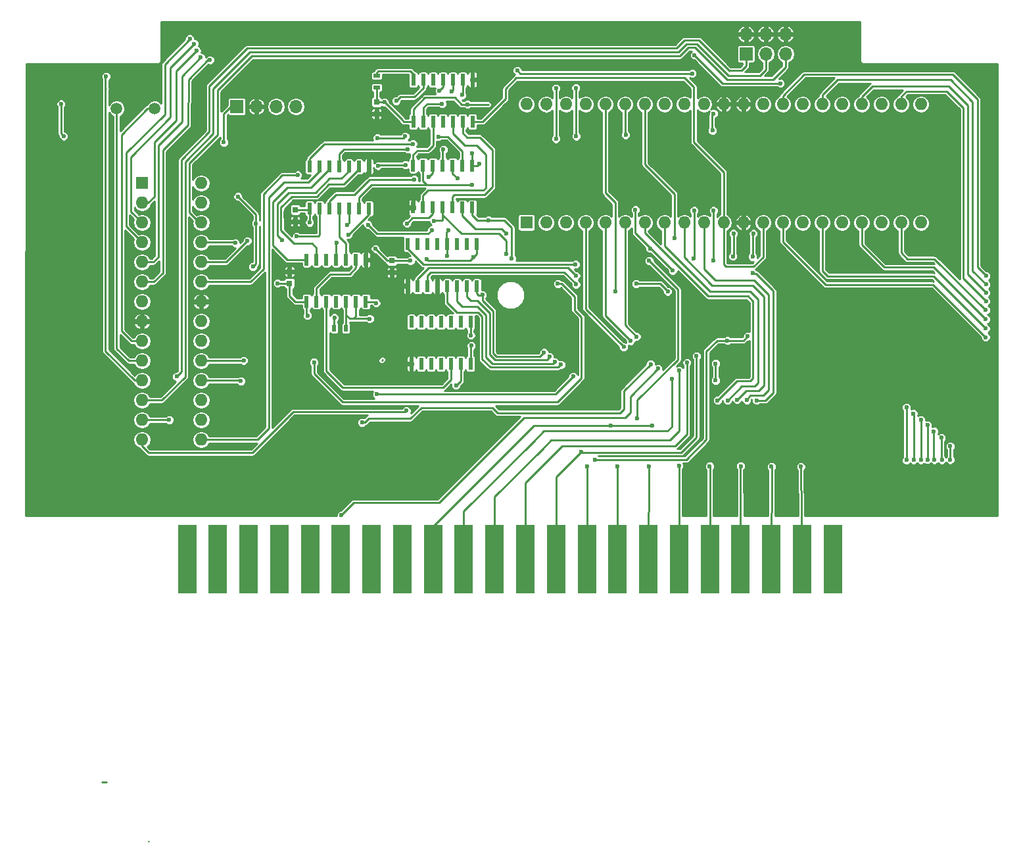
<source format=gbr>
G04 #@! TF.FileFunction,Copper,L2,Bot,Signal*
%FSLAX46Y46*%
G04 Gerber Fmt 4.6, Leading zero omitted, Abs format (unit mm)*
G04 Created by KiCad (PCBNEW 4.0.7) date 07/31/18 16:17:15*
%MOMM*%
%LPD*%
G01*
G04 APERTURE LIST*
%ADD10C,0.100000*%
%ADD11R,1.600000X1.600000*%
%ADD12O,1.600000X1.600000*%
%ADD13R,0.750000X0.800000*%
%ADD14R,1.700000X1.700000*%
%ADD15O,1.700000X1.700000*%
%ADD16R,0.500000X0.900000*%
%ADD17R,0.900000X0.500000*%
%ADD18R,0.600000X1.500000*%
%ADD19C,1.500000*%
%ADD20R,2.400000X8.800000*%
%ADD21C,0.600000*%
%ADD22C,0.250000*%
%ADD23C,0.254000*%
G04 APERTURE END LIST*
D10*
D11*
X109080300Y-60985400D03*
D12*
X159880300Y-45745400D03*
X111620300Y-60985400D03*
X157340300Y-45745400D03*
X114160300Y-60985400D03*
X154800300Y-45745400D03*
X116700300Y-60985400D03*
X152260300Y-45745400D03*
X119240300Y-60985400D03*
X149720300Y-45745400D03*
X121780300Y-60985400D03*
X147180300Y-45745400D03*
X124320300Y-60985400D03*
X144640300Y-45745400D03*
X126860300Y-60985400D03*
X142100300Y-45745400D03*
X129400300Y-60985400D03*
X139560300Y-45745400D03*
X131940300Y-60985400D03*
X137020300Y-45745400D03*
X134480300Y-60985400D03*
X134480300Y-45745400D03*
X137020300Y-60985400D03*
X131940300Y-45745400D03*
X139560300Y-60985400D03*
X129400300Y-45745400D03*
X142100300Y-60985400D03*
X126860300Y-45745400D03*
X144640300Y-60985400D03*
X124320300Y-45745400D03*
X147180300Y-60985400D03*
X121780300Y-45745400D03*
X149720300Y-60985400D03*
X119240300Y-45745400D03*
X152260300Y-60985400D03*
X116700300Y-45745400D03*
X154800300Y-60985400D03*
X114160300Y-45745400D03*
X157340300Y-60985400D03*
X111620300Y-45745400D03*
X159880300Y-60985400D03*
X109080300Y-45745400D03*
D13*
X79298800Y-60846400D03*
X79298800Y-59346400D03*
X78567280Y-67311840D03*
X78567280Y-68811840D03*
X89789000Y-46978000D03*
X89789000Y-45478000D03*
D14*
X71755000Y-46062900D03*
D15*
X74295000Y-46062900D03*
X76835000Y-46062900D03*
X79375000Y-46062900D03*
D16*
X84327300Y-74599800D03*
X85827300Y-74599800D03*
D17*
X89789000Y-43599800D03*
X89789000Y-42099800D03*
D18*
X94513400Y-42603440D03*
X95783400Y-42603440D03*
X97053400Y-42603440D03*
X98323400Y-42603440D03*
X99593400Y-42603440D03*
X100863400Y-42603440D03*
X102133400Y-42603440D03*
X102133400Y-48003440D03*
X100863400Y-48003440D03*
X99593400Y-48003440D03*
X98323400Y-48003440D03*
X97053400Y-48003440D03*
X95783400Y-48003440D03*
X94513400Y-48003440D03*
X80772000Y-65765700D03*
X82042000Y-65765700D03*
X83312000Y-65765700D03*
X84582000Y-65765700D03*
X85852000Y-65765700D03*
X87122000Y-65765700D03*
X88392000Y-65765700D03*
X88392000Y-71165700D03*
X87122000Y-71165700D03*
X85852000Y-71165700D03*
X84582000Y-71165700D03*
X83312000Y-71165700D03*
X82042000Y-71165700D03*
X80772000Y-71165700D03*
X101879400Y-79171780D03*
X100609400Y-79171780D03*
X99339400Y-79171780D03*
X98069400Y-79171780D03*
X96799400Y-79171780D03*
X95529400Y-79171780D03*
X94259400Y-79171780D03*
X94259400Y-73771780D03*
X95529400Y-73771780D03*
X96799400Y-73771780D03*
X98069400Y-73771780D03*
X99339400Y-73771780D03*
X100609400Y-73771780D03*
X101879400Y-73771780D03*
D19*
X61188600Y-46329600D03*
X56308600Y-46329600D03*
D11*
X59570620Y-55918100D03*
D12*
X67190620Y-88938100D03*
X59570620Y-58458100D03*
X67190620Y-86398100D03*
X59570620Y-60998100D03*
X67190620Y-83858100D03*
X59570620Y-63538100D03*
X67190620Y-81318100D03*
X59570620Y-66078100D03*
X67190620Y-78778100D03*
X59570620Y-68618100D03*
X67190620Y-76238100D03*
X59570620Y-71158100D03*
X67190620Y-73698100D03*
X59570620Y-73698100D03*
X67190620Y-71158100D03*
X59570620Y-76238100D03*
X67190620Y-68618100D03*
X59570620Y-78778100D03*
X67190620Y-66078100D03*
X59570620Y-81318100D03*
X67190620Y-63538100D03*
X59570620Y-83858100D03*
X67190620Y-60998100D03*
X59570620Y-86398100D03*
X67190620Y-58458100D03*
X59570620Y-88938100D03*
X67190620Y-55918100D03*
D13*
X91754960Y-67414840D03*
X91754960Y-65914840D03*
D18*
X102682040Y-69197200D03*
X101412040Y-69197200D03*
X100142040Y-69197200D03*
X98872040Y-69197200D03*
X97602040Y-69197200D03*
X96332040Y-69197200D03*
X95062040Y-69197200D03*
X93792040Y-69197200D03*
X93792040Y-63797200D03*
X95062040Y-63797200D03*
X96332040Y-63797200D03*
X97602040Y-63797200D03*
X98872040Y-63797200D03*
X100142040Y-63797200D03*
X101412040Y-63797200D03*
X102682040Y-63797200D03*
X81168240Y-53789600D03*
X82438240Y-53789600D03*
X83708240Y-53789600D03*
X84978240Y-53789600D03*
X86248240Y-53789600D03*
X87518240Y-53789600D03*
X88788240Y-53789600D03*
X88788240Y-59189600D03*
X87518240Y-59189600D03*
X86248240Y-59189600D03*
X84978240Y-59189600D03*
X83708240Y-59189600D03*
X82438240Y-59189600D03*
X81168240Y-59189600D03*
X102108000Y-59049900D03*
X100838000Y-59049900D03*
X99568000Y-59049900D03*
X98298000Y-59049900D03*
X97028000Y-59049900D03*
X95758000Y-59049900D03*
X94488000Y-59049900D03*
X94488000Y-53649900D03*
X95758000Y-53649900D03*
X97028000Y-53649900D03*
X98298000Y-53649900D03*
X99568000Y-53649900D03*
X100838000Y-53649900D03*
X102108000Y-53649900D03*
D20*
X65373840Y-104284720D03*
X69333840Y-104284720D03*
X73293840Y-104284720D03*
X77253840Y-104284720D03*
X81213840Y-104284720D03*
X85173840Y-104284720D03*
X89133840Y-104284720D03*
X93093840Y-104284720D03*
X97053840Y-104284720D03*
X101013840Y-104284720D03*
X104973840Y-104284720D03*
X108933840Y-104284720D03*
X112893840Y-104284720D03*
X120813840Y-104284720D03*
X140613840Y-104284720D03*
X116853840Y-104284720D03*
X128733840Y-104284720D03*
X148533840Y-104284720D03*
X144573840Y-104284720D03*
X124773840Y-104284720D03*
X136653840Y-104284720D03*
X132693840Y-104284720D03*
D14*
X137350000Y-39280000D03*
D15*
X137350000Y-36740000D03*
X139890000Y-39280000D03*
X139890000Y-36740000D03*
X142430000Y-39280000D03*
X142430000Y-36740000D03*
D21*
X92313760Y-45318680D03*
X97845880Y-44033440D03*
X99410520Y-44089320D03*
X158899860Y-85587840D03*
X158945580Y-91531440D03*
X168264840Y-68961000D03*
X163644580Y-91531440D03*
X163644580Y-89771220D03*
X168211500Y-74622660D03*
X158021020Y-84764880D03*
X158028640Y-91559380D03*
X168264840Y-67856100D03*
X168244520Y-71120000D03*
X160710880Y-87061040D03*
X160710880Y-91503500D03*
X168211500Y-75742800D03*
X159872680Y-86365080D03*
X159872680Y-91531440D03*
X168249600Y-70027800D03*
X162582860Y-91531440D03*
X162526980Y-88681560D03*
X168226740Y-73426320D03*
X161604960Y-91531440D03*
X161549080Y-87871300D03*
X168234360Y-72245220D03*
X130675380Y-59428380D03*
X130619500Y-65603120D03*
X129753360Y-79014320D03*
X116090700Y-90525600D03*
X130982720Y-78176120D03*
X122488960Y-76220320D03*
X120802400Y-92334080D03*
X137447020Y-83840320D03*
X140634720Y-92400120D03*
X121594880Y-77002640D03*
X116890800Y-92354400D03*
X133692900Y-83875880D03*
X128727200Y-92273120D03*
X138310000Y-62400000D03*
X138190000Y-65380000D03*
X138190000Y-67510000D03*
X138720000Y-83900000D03*
X144414240Y-92415360D03*
X123243340Y-75661520D03*
X124876560Y-92339160D03*
X136207500Y-83781900D03*
X136672320Y-92339160D03*
X134978140Y-83875880D03*
X132664200Y-92354400D03*
X163337240Y-57724040D03*
X139420000Y-58790000D03*
X139480000Y-67170000D03*
X141100000Y-83990000D03*
X100076000Y-52100480D03*
X97495360Y-51592480D03*
X96276160Y-50698400D03*
X74942700Y-70561200D03*
X88833960Y-52486560D03*
X88849200Y-49880520D03*
X86593680Y-56418480D03*
X89001600Y-57561480D03*
X87340440Y-68564760D03*
X81612740Y-68508880D03*
X123200160Y-70591680D03*
X74264520Y-42021760D03*
X137129520Y-64541400D03*
X69342000Y-56121300D03*
X126126240Y-70591680D03*
X141770000Y-43080000D03*
X130700000Y-39450000D03*
X130420000Y-41800000D03*
X107900000Y-41410000D03*
X103022400Y-53421280D03*
X71932800Y-57645300D03*
X81158080Y-60980320D03*
X74228960Y-61102240D03*
X73842880Y-66669920D03*
X101478080Y-45789280D03*
X102047040Y-52059840D03*
X90799920Y-45491400D03*
X77022960Y-68808600D03*
X89626440Y-64358520D03*
X102260400Y-65440560D03*
X101909880Y-75514200D03*
X94137480Y-65913000D03*
X96225360Y-65684400D03*
X80886300Y-72961500D03*
X84353400Y-73228200D03*
X70104000Y-50673000D03*
X49491900Y-49872900D03*
X49149000Y-45720000D03*
X89725500Y-71361300D03*
X89801700Y-83096100D03*
X115100100Y-80810100D03*
X117881400Y-91516200D03*
X134950200Y-76192380D03*
X137576560Y-75633580D03*
X119900700Y-87134700D03*
X120510300Y-69837300D03*
X125234700Y-87096600D03*
X133162040Y-46967140D03*
X133050280Y-49146460D03*
X133162040Y-59428380D03*
X133162040Y-65910460D03*
X133441440Y-79126080D03*
X133441440Y-81305400D03*
X127797560Y-81081880D03*
X135760460Y-62390020D03*
X135676640Y-65323720D03*
X128747520Y-80020160D03*
X88887300Y-73380600D03*
X87896700Y-86715600D03*
X125082300Y-79209900D03*
X85267800Y-98679000D03*
X126034800Y-79781400D03*
X111330000Y-77720000D03*
X103400000Y-70300000D03*
X100238560Y-55331360D03*
X94604840Y-55432960D03*
X112030000Y-78260000D03*
X102108000Y-56123840D03*
X112732907Y-78929828D03*
X106436160Y-65044320D03*
X93817440Y-51551840D03*
X97170240Y-60797440D03*
X107167680Y-65633600D03*
X113520000Y-79280000D03*
X104200960Y-60675520D03*
X94465140Y-50850800D03*
X64040000Y-80800000D03*
X63070000Y-86380000D03*
X66610000Y-38850000D03*
X77571600Y-63207900D03*
X66290000Y-37980000D03*
X85953600Y-61264800D03*
X65720000Y-37330000D03*
X72313800Y-81381600D03*
X79476600Y-62750700D03*
X67123403Y-39733304D03*
X115481100Y-49872900D03*
X115443000Y-43662600D03*
X113110000Y-68850000D03*
X72656700Y-78752700D03*
X81724500Y-78981300D03*
X106456480Y-62362080D03*
X112890300Y-50215800D03*
X112890300Y-43700700D03*
X68310000Y-40070000D03*
X93692980Y-61104780D03*
X93497400Y-53568600D03*
X89954100Y-53682900D03*
X79629000Y-54864000D03*
X73131680Y-63357760D03*
X88696800Y-61285120D03*
X96885760Y-61976000D03*
X96479360Y-55148480D03*
X54940000Y-42180000D03*
X71589900Y-63627000D03*
X89877900Y-50101500D03*
X93459300Y-49872900D03*
X97726500Y-49949100D03*
X93611700Y-85191600D03*
X100012500Y-81953100D03*
X115458240Y-67828160D03*
X123367800Y-86182200D03*
X124891800Y-65913000D03*
X128130300Y-62979300D03*
X115410000Y-66370000D03*
X125008640Y-64333120D03*
X121846340Y-49705260D03*
X123103640Y-59344560D03*
X127909320Y-67167760D03*
X127284480Y-69860160D03*
X123200160Y-68864480D03*
X115458240Y-68945760D03*
X98999040Y-61955680D03*
X100766880Y-44561760D03*
X101981000Y-76835000D03*
X98879660Y-65239900D03*
X98374200Y-51587400D03*
X98221800Y-45681900D03*
X86144100Y-62560200D03*
X84620100Y-63588900D03*
D22*
X90434160Y-78734940D02*
X90525600Y-78643500D01*
X54996100Y-133007100D02*
X54396640Y-133007100D01*
X60426580Y-140657580D02*
X60396100Y-140627100D01*
X95783400Y-42603440D02*
X95783400Y-43693080D01*
X92816680Y-44815760D02*
X92313760Y-45318680D01*
X94660720Y-44815760D02*
X92816680Y-44815760D01*
X95783400Y-43693080D02*
X94660720Y-44815760D01*
X98323400Y-42603440D02*
X98323400Y-43555920D01*
X98323400Y-43555920D02*
X97845880Y-44033440D01*
X99593400Y-42603440D02*
X99593400Y-43906440D01*
X99593400Y-43906440D02*
X99410520Y-44089320D01*
X158945580Y-91531440D02*
X158945580Y-85633560D01*
X158945580Y-85633560D02*
X158899860Y-85587840D01*
X158945580Y-91531440D02*
X158922720Y-91508580D01*
X147180300Y-44577000D02*
X149136700Y-42620600D01*
X149136700Y-42620600D02*
X163682800Y-42620600D01*
X163682800Y-42620600D02*
X166500000Y-45437800D01*
X166500000Y-45437800D02*
X166500000Y-67196160D01*
X166500000Y-67196160D02*
X168264840Y-68961000D01*
X147180300Y-44577000D02*
X147180300Y-45745400D01*
X147180300Y-45745400D02*
X147180300Y-46024800D01*
X163644580Y-91531440D02*
X163644580Y-89771220D01*
X147180300Y-67208400D02*
X147866100Y-67894200D01*
X147866100Y-67894200D02*
X161483040Y-67894200D01*
X161483040Y-67894200D02*
X168211500Y-74622660D01*
X147180300Y-67208400D02*
X147180300Y-60985400D01*
X158021020Y-91551760D02*
X158021020Y-84764880D01*
X158028640Y-91559380D02*
X158021020Y-91551760D01*
X142100300Y-44665900D02*
X144856200Y-41910000D01*
X144856200Y-41910000D02*
X163940000Y-41910000D01*
X163940000Y-41910000D02*
X167144700Y-45114700D01*
X167144700Y-45114700D02*
X167144700Y-66735960D01*
X167144700Y-66735960D02*
X168264840Y-67856100D01*
X142100300Y-44665900D02*
X142100300Y-45745400D01*
X142100300Y-45745400D02*
X142214600Y-45745400D01*
X168244520Y-71120000D02*
X168244520Y-71084520D01*
X157340300Y-44739700D02*
X157340300Y-45745400D01*
X158000000Y-44080000D02*
X157340300Y-44739700D01*
X163180000Y-44080000D02*
X158000000Y-44080000D01*
X165320000Y-46220000D02*
X163180000Y-44080000D01*
X165320000Y-68160000D02*
X165320000Y-46220000D01*
X168244520Y-71084520D02*
X165320000Y-68160000D01*
X160710880Y-91503500D02*
X160710880Y-87061040D01*
X142100300Y-63461900D02*
X147637500Y-68999100D01*
X147637500Y-68999100D02*
X161467800Y-68999100D01*
X161467800Y-68999100D02*
X168211500Y-75742800D01*
X142100300Y-63461900D02*
X142100300Y-60985400D01*
X159872680Y-91531440D02*
X159872680Y-86365080D01*
X152260300Y-44803060D02*
X153612480Y-43450880D01*
X153612480Y-43450880D02*
X163453520Y-43450880D01*
X163453520Y-43450880D02*
X165890000Y-45887360D01*
X165890000Y-45887360D02*
X165890000Y-67668200D01*
X165890000Y-67668200D02*
X168249600Y-70027800D01*
X152260300Y-44803060D02*
X152260300Y-45745400D01*
X162582860Y-91531440D02*
X162526980Y-91475560D01*
X162526980Y-91475560D02*
X162526980Y-88681560D01*
X152260300Y-63830200D02*
X155178760Y-66748660D01*
X155178760Y-66748660D02*
X161549080Y-66748660D01*
X161549080Y-66748660D02*
X168226740Y-73426320D01*
X152260300Y-63830200D02*
X152260300Y-60985400D01*
X161604960Y-91531440D02*
X161549080Y-91475560D01*
X161549080Y-91475560D02*
X161549080Y-87871300D01*
X157340300Y-64886840D02*
X158140400Y-65686940D01*
X158140400Y-65686940D02*
X161632900Y-65686940D01*
X161632900Y-65686940D02*
X168234360Y-72245220D01*
X157340300Y-64886840D02*
X157340300Y-60985400D01*
X130675380Y-65547240D02*
X130675380Y-59428380D01*
X130619500Y-65603120D02*
X130675380Y-65547240D01*
X111620300Y-45745400D02*
X111620300Y-46520100D01*
X111620300Y-45745400D02*
X111620300Y-46189900D01*
X112280700Y-91135200D02*
X112274350Y-91128850D01*
X112274350Y-91128850D02*
X112280700Y-91135200D01*
X112280700Y-91135200D02*
X112280700Y-91122500D01*
X108933840Y-104284720D02*
X108933840Y-94469360D01*
X129753360Y-88234520D02*
X129753360Y-79014320D01*
X128244600Y-89743280D02*
X129753360Y-88234520D01*
X113659920Y-89743280D02*
X128244600Y-89743280D01*
X108933840Y-94469360D02*
X112280700Y-91122500D01*
X112280700Y-91122500D02*
X113659920Y-89743280D01*
X116090700Y-90581480D02*
X116006880Y-90581480D01*
X116090700Y-90525600D02*
X116090700Y-90581480D01*
X112893840Y-104284720D02*
X112893840Y-93694520D01*
X130982720Y-88625680D02*
X130982720Y-78176120D01*
X129026920Y-90581480D02*
X130982720Y-88625680D01*
X116006880Y-90581480D02*
X129026920Y-90581480D01*
X112893840Y-93694520D02*
X116006880Y-90581480D01*
X119240300Y-60985400D02*
X119240300Y-72971660D01*
X119240300Y-72971660D02*
X122488960Y-76220320D01*
X120763040Y-92373440D02*
X120813840Y-104284720D01*
X120802400Y-92334080D02*
X120763040Y-92373440D01*
X131940300Y-60985400D02*
X131940300Y-66964560D01*
X137922000Y-83210400D02*
X137447020Y-83840320D01*
X139560300Y-83210400D02*
X137922000Y-83210400D01*
X140246100Y-82524600D02*
X139560300Y-83210400D01*
X140246100Y-70251320D02*
X140246100Y-82524600D01*
X138407140Y-68412360D02*
X140246100Y-70251320D01*
X133388100Y-68412360D02*
X138407140Y-68412360D01*
X131940300Y-66964560D02*
X133388100Y-68412360D01*
X140659560Y-92424960D02*
X140613840Y-104284720D01*
X140634720Y-92400120D02*
X140659560Y-92424960D01*
X116700300Y-60985400D02*
X116700300Y-72108060D01*
X116700300Y-72108060D02*
X121594880Y-77002640D01*
X116853840Y-92391360D02*
X116853840Y-104284720D01*
X116890800Y-92354400D02*
X116853840Y-92391360D01*
X124320300Y-60985400D02*
X124320300Y-62349380D01*
X136179560Y-81389220D02*
X133692900Y-83875880D01*
X137911840Y-81389220D02*
X136179560Y-81389220D01*
X138247120Y-81053940D02*
X137911840Y-81389220D01*
X138247120Y-71107300D02*
X138247120Y-81053940D01*
X137604500Y-70464680D02*
X138247120Y-71107300D01*
X132435600Y-70464680D02*
X137604500Y-70464680D01*
X124320300Y-62349380D02*
X132435600Y-70464680D01*
X128721140Y-92279180D02*
X128733840Y-104284720D01*
X128727200Y-92273120D02*
X128721140Y-92279180D01*
X128854200Y-104164360D02*
X128733840Y-104284720D01*
X138310000Y-62400000D02*
X138190000Y-62520000D01*
X138190000Y-62520000D02*
X138190000Y-65380000D01*
X138190000Y-67510000D02*
X138230000Y-67550000D01*
X138230000Y-67550000D02*
X138640000Y-67550000D01*
X138640000Y-67550000D02*
X140890000Y-69800000D01*
X140890000Y-69800000D02*
X140890000Y-82870000D01*
X140890000Y-82870000D02*
X139860000Y-83900000D01*
X139860000Y-83900000D02*
X138720000Y-83900000D01*
X144398580Y-92431020D02*
X144573840Y-104284720D01*
X144414240Y-92415360D02*
X144398580Y-92431020D01*
X121780300Y-60985400D02*
X121780300Y-74198480D01*
X121780300Y-74198480D02*
X123243340Y-75661520D01*
X124872900Y-92342820D02*
X124773840Y-104284720D01*
X124876560Y-92339160D02*
X124872900Y-92342820D01*
X129400300Y-60985400D02*
X129400300Y-65481200D01*
X129400300Y-65481200D02*
X133012180Y-69093080D01*
X133012180Y-69093080D02*
X138201400Y-69093080D01*
X138201400Y-69093080D02*
X139674600Y-70566280D01*
X139674600Y-70566280D02*
X139674600Y-81991200D01*
X139674600Y-81991200D02*
X139026900Y-82638900D01*
X139026900Y-82638900D02*
X137350500Y-82638900D01*
X137350500Y-82638900D02*
X136207500Y-83781900D01*
X136623360Y-92388120D02*
X136653840Y-104284720D01*
X136672320Y-92339160D02*
X136623360Y-92388120D01*
X126860300Y-63995300D02*
X132687060Y-69822060D01*
X132687060Y-69822060D02*
X137883900Y-69822060D01*
X137883900Y-69822060D02*
X138917680Y-70855840D01*
X138917680Y-70855840D02*
X138917680Y-81584800D01*
X138917680Y-81584800D02*
X138470640Y-82031840D01*
X138470640Y-82031840D02*
X136822180Y-82031840D01*
X136822180Y-82031840D02*
X134978140Y-83875880D01*
X126860300Y-63995300D02*
X126860300Y-60985400D01*
X132693840Y-92384040D02*
X132693840Y-104284720D01*
X132664200Y-92354400D02*
X132693840Y-92384040D01*
X137020300Y-59679700D02*
X137020300Y-60985400D01*
X137800000Y-58900000D02*
X137020300Y-59679700D01*
X139310000Y-58900000D02*
X137800000Y-58900000D01*
X139420000Y-58790000D02*
X139310000Y-58900000D01*
X141540000Y-69230000D02*
X139480000Y-67170000D01*
X141540000Y-83550000D02*
X141540000Y-69230000D01*
X141100000Y-83990000D02*
X141540000Y-83550000D01*
X89789000Y-48940720D02*
X93096080Y-48940720D01*
X98795840Y-50820320D02*
X100076000Y-52100480D01*
X97942400Y-50820320D02*
X98795840Y-50820320D01*
X97739200Y-51023520D02*
X97942400Y-50820320D01*
X97739200Y-51348640D02*
X97739200Y-51023520D01*
X97495360Y-51592480D02*
X97739200Y-51348640D01*
X94792800Y-49215040D02*
X96276160Y-50698400D01*
X93370400Y-49215040D02*
X94792800Y-49215040D01*
X93096080Y-48940720D02*
X93370400Y-49215040D01*
X94259400Y-79171780D02*
X93532940Y-79171780D01*
X93839030Y-70084950D02*
X93792040Y-70084950D01*
X92593160Y-71330820D02*
X93839030Y-70084950D01*
X92593160Y-78232000D02*
X92593160Y-71330820D01*
X93532940Y-79171780D02*
X92593160Y-78232000D01*
X88849200Y-49880520D02*
X80512920Y-49880520D01*
X74272140Y-56121300D02*
X69342000Y-56121300D01*
X80512920Y-49880520D02*
X74272140Y-56121300D01*
X67190620Y-71158100D02*
X74345800Y-71158100D01*
X74345800Y-71158100D02*
X74942700Y-70561200D01*
X89789000Y-46978000D02*
X89789000Y-48940720D01*
X88788240Y-52532280D02*
X88788240Y-53789600D01*
X88833960Y-52486560D02*
X88788240Y-52532280D01*
X89789000Y-48940720D02*
X88849200Y-49880520D01*
X94488000Y-59049900D02*
X92379780Y-59049900D01*
X90891360Y-57561480D02*
X89001600Y-57561480D01*
X92379780Y-59049900D02*
X90891360Y-57561480D01*
X86593680Y-56418480D02*
X86611460Y-56436260D01*
X86611460Y-56436260D02*
X86593680Y-56418480D01*
X86593680Y-56418480D02*
X86593680Y-56454040D01*
X91754960Y-67414840D02*
X93079000Y-67414840D01*
X93792040Y-68127880D02*
X93792040Y-69197200D01*
X93079000Y-67414840D02*
X93792040Y-68127880D01*
X88788240Y-53789600D02*
X88788240Y-54259480D01*
X88788240Y-54259480D02*
X86593680Y-56454040D01*
X86593680Y-56454040D02*
X86240620Y-56807100D01*
X86240620Y-56807100D02*
X84160360Y-56807100D01*
X84160360Y-56807100D02*
X82872158Y-58095302D01*
X82872158Y-58095302D02*
X79295838Y-58095302D01*
X79295838Y-58095302D02*
X77900104Y-59491036D01*
X77900104Y-59491036D02*
X77900104Y-60333464D01*
X77900104Y-60333464D02*
X78413040Y-60846400D01*
X78413040Y-60846400D02*
X79298800Y-60846400D01*
X88442800Y-67574160D02*
X88331040Y-67574160D01*
X88331040Y-67574160D02*
X87340440Y-68564760D01*
X79605440Y-67311840D02*
X78567280Y-67311840D01*
X81612740Y-68508880D02*
X80802480Y-67698620D01*
X80802480Y-67698620D02*
X79992220Y-67698620D01*
X79992220Y-67698620D02*
X79605440Y-67311840D01*
X97602040Y-69197200D02*
X97602040Y-70281800D01*
X93792040Y-70037960D02*
X93792040Y-70084950D01*
X93792040Y-70084950D02*
X93792040Y-69197200D01*
X94711520Y-70957440D02*
X93792040Y-70037960D01*
X96926400Y-70957440D02*
X94711520Y-70957440D01*
X97602040Y-70281800D02*
X96926400Y-70957440D01*
X93792040Y-69197200D02*
X93479640Y-68884800D01*
X93479640Y-68884800D02*
X89753440Y-68884800D01*
X89753440Y-68884800D02*
X88442800Y-67574160D01*
X88442800Y-67574160D02*
X88392000Y-67523360D01*
X88392000Y-67523360D02*
X88392000Y-65765700D01*
X102133400Y-42603440D02*
X102133400Y-41783000D01*
X88918480Y-46978000D02*
X89789000Y-46978000D01*
X88473280Y-46532800D02*
X88918480Y-46978000D01*
X88473280Y-41859200D02*
X88473280Y-46532800D01*
X89326720Y-41005760D02*
X88473280Y-41859200D01*
X101356160Y-41005760D02*
X89326720Y-41005760D01*
X102133400Y-41783000D02*
X101356160Y-41005760D01*
X104160320Y-44289280D02*
X104160320Y-43246040D01*
X103517720Y-42603440D02*
X102133400Y-42603440D01*
X104160320Y-43246040D02*
X103517720Y-42603440D01*
X134480300Y-45745400D02*
X134480300Y-44345860D01*
X75829160Y-40457120D02*
X74264520Y-42021760D01*
X130591560Y-40457120D02*
X75829160Y-40457120D01*
X134480300Y-44345860D02*
X130591560Y-40457120D01*
X137020300Y-64432180D02*
X137020300Y-60985400D01*
X137129520Y-64541400D02*
X137020300Y-64432180D01*
X69342000Y-56121300D02*
X69456300Y-56007000D01*
X74295000Y-47586900D02*
X74295000Y-46062900D01*
X69456300Y-52425600D02*
X74295000Y-47586900D01*
X69456300Y-56007000D02*
X69456300Y-52425600D01*
X123200160Y-70591680D02*
X126126240Y-70591680D01*
X134330000Y-43080000D02*
X141770000Y-43080000D01*
X130700000Y-39450000D02*
X134330000Y-43080000D01*
X108290000Y-41800000D02*
X130420000Y-41800000D01*
X107900000Y-41410000D02*
X108290000Y-41800000D01*
X102108000Y-53649900D02*
X102793780Y-53649900D01*
X102793780Y-53649900D02*
X103022400Y-53421280D01*
X74228960Y-61102240D02*
X74228960Y-59941460D01*
X74228960Y-59941460D02*
X71932800Y-57645300D01*
X81168240Y-60970160D02*
X81168240Y-59189600D01*
X81158080Y-60980320D02*
X81168240Y-60970160D01*
X74228960Y-66283840D02*
X74228960Y-61102240D01*
X73842880Y-66669920D02*
X74228960Y-66283840D01*
X102108000Y-53649900D02*
X102108000Y-52120800D01*
X102047040Y-52059840D02*
X102108000Y-52120800D01*
X90791600Y-45483080D02*
X90791600Y-45478000D01*
X90799920Y-45491400D02*
X90791600Y-45483080D01*
X91754960Y-65914840D02*
X91182760Y-65914840D01*
X77026200Y-68811840D02*
X78567280Y-68811840D01*
X77022960Y-68808600D02*
X77026200Y-68811840D01*
X91182760Y-65914840D02*
X89626440Y-64358520D01*
X101879400Y-73771780D02*
X101879400Y-75483720D01*
X101909880Y-75514200D02*
X101879400Y-75483720D01*
X102682040Y-63797200D02*
X102682040Y-65018920D01*
X94135640Y-65914840D02*
X91754960Y-65914840D01*
X94137480Y-65913000D02*
X94135640Y-65914840D01*
X96420960Y-65880000D02*
X96225360Y-65684400D01*
X101820960Y-65880000D02*
X96420960Y-65880000D01*
X102682040Y-65018920D02*
X102260400Y-65440560D01*
X102260400Y-65440560D02*
X101820960Y-65880000D01*
X84327300Y-74599800D02*
X84327300Y-73254300D01*
X80772000Y-72847200D02*
X80772000Y-71165700D01*
X80886300Y-72961500D02*
X80772000Y-72847200D01*
X84327300Y-73254300D02*
X84353400Y-73228200D01*
X79298800Y-59346400D02*
X81011440Y-59346400D01*
X81011440Y-59346400D02*
X81168240Y-59189600D01*
X78567280Y-68811840D02*
X78567280Y-70408800D01*
X78567280Y-70408800D02*
X79324180Y-71165700D01*
X79324180Y-71165700D02*
X80772000Y-71165700D01*
X89789000Y-45478000D02*
X90791600Y-45478000D01*
X93296720Y-48003440D02*
X94513400Y-48003440D01*
X90791600Y-45478000D02*
X93004640Y-47691040D01*
X93004640Y-47691040D02*
X93004640Y-47711360D01*
X93004640Y-47711360D02*
X93296720Y-48003440D01*
X89789000Y-45478000D02*
X89789000Y-43599800D01*
X104160320Y-45789280D02*
X101478080Y-45789280D01*
X101478080Y-45789280D02*
X100714240Y-45789280D01*
X100714240Y-45789280D02*
X99837240Y-44912280D01*
X99837240Y-44912280D02*
X96012000Y-44912280D01*
X96012000Y-44912280D02*
X94513400Y-46410880D01*
X94513400Y-46410880D02*
X94513400Y-48003440D01*
X79298800Y-59346400D02*
X79041560Y-59346400D01*
X70104000Y-46977300D02*
X71018400Y-46062900D01*
X70104000Y-50673000D02*
X70104000Y-46977300D01*
X71018400Y-46062900D02*
X71755000Y-46062900D01*
X49491900Y-49834800D02*
X49491900Y-49872900D01*
X49149000Y-49491900D02*
X49491900Y-49834800D01*
X49149000Y-45720000D02*
X49149000Y-49491900D01*
X134950200Y-76192380D02*
X133624320Y-76192380D01*
X89529900Y-71165700D02*
X88392000Y-71165700D01*
X89725500Y-71361300D02*
X89529900Y-71165700D01*
X112814100Y-83096100D02*
X89801700Y-83096100D01*
X115100100Y-80810100D02*
X112814100Y-83096100D01*
X129654300Y-91516200D02*
X117881400Y-91516200D01*
X132245100Y-88925400D02*
X129654300Y-91516200D01*
X132245100Y-77571600D02*
X132245100Y-88925400D01*
X133624320Y-76192380D02*
X132245100Y-77571600D01*
X134950200Y-76192380D02*
X134950200Y-76169520D01*
X134950200Y-76169520D02*
X134950200Y-76192380D01*
X134950200Y-76192380D02*
X134950200Y-76169520D01*
X134950200Y-76169520D02*
X137040620Y-76169520D01*
X137040620Y-76169520D02*
X137576560Y-75633580D01*
X56308600Y-46329600D02*
X56308600Y-77225500D01*
X57861200Y-78778100D02*
X59570620Y-78778100D01*
X56308600Y-77225500D02*
X57861200Y-78778100D01*
X61188600Y-46329600D02*
X60274200Y-46329600D01*
X58178700Y-76238100D02*
X59570620Y-76238100D01*
X56913780Y-74973180D02*
X58178700Y-76238100D01*
X56913780Y-49690020D02*
X56913780Y-74973180D01*
X60274200Y-46329600D02*
X56913780Y-49690020D01*
X119240300Y-45745400D02*
X119240300Y-57175400D01*
X120510300Y-58445400D02*
X120510300Y-69837300D01*
X119240300Y-57175400D02*
X120510300Y-58445400D01*
X119900700Y-87134700D02*
X119900700Y-87096600D01*
X119900700Y-87096600D02*
X119900700Y-87134700D01*
X119900700Y-87134700D02*
X119900700Y-87096600D01*
X109994700Y-87096600D02*
X119900700Y-87096600D01*
X119900700Y-87096600D02*
X125234700Y-87096600D01*
X97053840Y-100037460D02*
X109994700Y-87096600D01*
X97053840Y-104284720D02*
X97053840Y-100037460D01*
X132966460Y-47162720D02*
X133162040Y-46967140D01*
X132966460Y-49062640D02*
X132966460Y-47162720D01*
X133050280Y-49146460D02*
X132966460Y-49062640D01*
X133162040Y-65910460D02*
X133162040Y-59428380D01*
X116700300Y-45745400D02*
X116217700Y-45745400D01*
X109918500Y-89154000D02*
X109960410Y-89195910D01*
X109960410Y-89195910D02*
X109918500Y-89154000D01*
X109918500Y-89154000D02*
X109918500Y-89237820D01*
X101013840Y-104284720D02*
X101013840Y-98142480D01*
X133441440Y-81305400D02*
X133441440Y-79126080D01*
X127797560Y-87284560D02*
X127797560Y-81081880D01*
X127238760Y-87843360D02*
X127797560Y-87284560D01*
X111312960Y-87843360D02*
X127238760Y-87843360D01*
X101013840Y-98142480D02*
X109918500Y-89237820D01*
X109918500Y-89237820D02*
X111312960Y-87843360D01*
X135760460Y-65239900D02*
X135760460Y-62390020D01*
X135676640Y-65323720D02*
X135760460Y-65239900D01*
X114160300Y-45745400D02*
X113741200Y-45745400D01*
X111099600Y-90220800D02*
X111079280Y-90200480D01*
X111079280Y-90200480D02*
X111099600Y-90220800D01*
X111099600Y-90220800D02*
X111099600Y-90180160D01*
X104973840Y-104284720D02*
X104973840Y-96305920D01*
X128747520Y-87843360D02*
X128747520Y-80020160D01*
X127574040Y-89016840D02*
X128747520Y-87843360D01*
X112262920Y-89016840D02*
X127574040Y-89016840D01*
X104973840Y-96305920D02*
X111099600Y-90180160D01*
X111099600Y-90180160D02*
X112262920Y-89016840D01*
X85827300Y-74599800D02*
X85827300Y-72884600D01*
X85827300Y-72884600D02*
X85852000Y-72859900D01*
X87122000Y-71165700D02*
X87122000Y-73050400D01*
X87122000Y-73050400D02*
X86829900Y-73342500D01*
X85852000Y-72859900D02*
X85852000Y-71165700D01*
X86334600Y-73342500D02*
X85852000Y-72859900D01*
X88849200Y-73342500D02*
X86829900Y-73342500D01*
X86829900Y-73342500D02*
X86334600Y-73342500D01*
X88887300Y-73380600D02*
X88849200Y-73342500D01*
X88277700Y-86715600D02*
X87896700Y-86715600D01*
X88773000Y-86220300D02*
X88277700Y-86715600D01*
X94107000Y-86220300D02*
X88773000Y-86220300D01*
X95516700Y-84810600D02*
X94107000Y-86220300D01*
X104698800Y-84810600D02*
X95516700Y-84810600D01*
X105384600Y-85496400D02*
X104698800Y-84810600D01*
X121119900Y-85496400D02*
X105384600Y-85496400D01*
X121615200Y-85001100D02*
X121119900Y-85496400D01*
X121615200Y-82677000D02*
X121615200Y-85001100D01*
X125082300Y-79209900D02*
X121615200Y-82677000D01*
X94513400Y-42603440D02*
X94513400Y-41884600D01*
X94513400Y-41884600D02*
X94122240Y-41493440D01*
X94122240Y-41493440D02*
X89997280Y-41493440D01*
X89997280Y-41493440D02*
X89789000Y-41701720D01*
X89789000Y-41701720D02*
X89789000Y-42099800D01*
X102133400Y-48003440D02*
X103405960Y-48003440D01*
X134480300Y-54508400D02*
X134480300Y-60985400D01*
X130644900Y-50673000D02*
X134480300Y-54508400D01*
X130644900Y-43548300D02*
X130644900Y-50673000D01*
X129463800Y-42367200D02*
X130644900Y-43548300D01*
X107746800Y-42367200D02*
X129463800Y-42367200D01*
X106375200Y-43738800D02*
X107746800Y-42367200D01*
X106375200Y-45034200D02*
X106375200Y-43738800D01*
X103405960Y-48003440D02*
X106375200Y-45034200D01*
X134480300Y-60985400D02*
X134480300Y-66357500D01*
X139560300Y-65417700D02*
X139560300Y-60985400D01*
X138341100Y-66636900D02*
X139560300Y-65417700D01*
X134759700Y-66636900D02*
X138341100Y-66636900D01*
X134480300Y-66357500D02*
X134759700Y-66636900D01*
X85267800Y-98602800D02*
X85267800Y-98679000D01*
X86829900Y-97040700D02*
X85267800Y-98602800D01*
X97802700Y-97040700D02*
X86829900Y-97040700D01*
X108775500Y-86067900D02*
X97802700Y-97040700D01*
X121805700Y-86067900D02*
X108775500Y-86067900D01*
X122453400Y-85420200D02*
X121805700Y-86067900D01*
X122453400Y-83362800D02*
X122453400Y-85420200D01*
X126034800Y-79781400D02*
X122453400Y-83362800D01*
X103400000Y-70300000D02*
X103400000Y-71010000D01*
X110810004Y-78239996D02*
X111330000Y-77720000D01*
X105206396Y-78239996D02*
X110810004Y-78239996D01*
X104780002Y-77813602D02*
X105206396Y-78239996D01*
X104780002Y-72390002D02*
X104780002Y-77813602D01*
X103400000Y-71010000D02*
X104780002Y-72390002D01*
X103400000Y-70300000D02*
X103400000Y-70320000D01*
X103400000Y-70320000D02*
X103400000Y-70300000D01*
X103400000Y-70300000D02*
X103400000Y-70320000D01*
X103400000Y-70320000D02*
X102920000Y-70320000D01*
X102682040Y-70082040D02*
X102682040Y-69197200D01*
X102920000Y-70320000D02*
X102682040Y-70082040D01*
X99568000Y-53649900D02*
X99568000Y-54660800D01*
X99568000Y-54660800D02*
X100238560Y-55331360D01*
X88905080Y-55432960D02*
X94604840Y-55432960D01*
X83708240Y-58226960D02*
X84546440Y-57388760D01*
X84546440Y-57388760D02*
X86949280Y-57388760D01*
X86949280Y-57388760D02*
X88905080Y-55432960D01*
X83708240Y-59189600D02*
X83708240Y-58226960D01*
X111980000Y-78430000D02*
X111980000Y-78310000D01*
X102729360Y-71079360D02*
X104330000Y-72680000D01*
X104330000Y-72680000D02*
X104330000Y-77999998D01*
X104330000Y-77999998D02*
X105020000Y-78689998D01*
X105020000Y-78689998D02*
X111720002Y-78689998D01*
X111720002Y-78689998D02*
X111980000Y-78430000D01*
X101412040Y-69197200D02*
X101412040Y-70552040D01*
X101939360Y-71079360D02*
X101412040Y-70552040D01*
X101939360Y-71079360D02*
X102729360Y-71079360D01*
X111980000Y-78310000D02*
X112030000Y-78260000D01*
X95758000Y-53649900D02*
X95758000Y-55646320D01*
X95758000Y-55646320D02*
X96235520Y-56123840D01*
X87518240Y-59189600D02*
X87518240Y-57741820D01*
X89136220Y-56123840D02*
X96235520Y-56123840D01*
X87518240Y-57741820D02*
X89136220Y-56123840D01*
X96235520Y-56123840D02*
X102108000Y-56123840D01*
X100820000Y-71810000D02*
X102790000Y-71810000D01*
X103860000Y-72880000D02*
X102790000Y-71810000D01*
X103860000Y-78309998D02*
X103860000Y-72880000D01*
X104690002Y-79140000D02*
X103860000Y-78309998D01*
X112522735Y-79140000D02*
X104690002Y-79140000D01*
X112522735Y-79140000D02*
X112732907Y-78929828D01*
X106436160Y-63337440D02*
X106436160Y-65044320D01*
X105506520Y-62407800D02*
X106436160Y-63337440D01*
X100690680Y-62407800D02*
X105506520Y-62407800D01*
X98298000Y-60015120D02*
X100690680Y-62407800D01*
X98298000Y-59049900D02*
X98298000Y-60015120D01*
X100142040Y-71132040D02*
X100142040Y-69197200D01*
X100840000Y-71830000D02*
X100820000Y-71810000D01*
X100820000Y-71810000D02*
X100142040Y-71132040D01*
X84978240Y-53789600D02*
X84978240Y-52120800D01*
X84978240Y-52120800D02*
X85547200Y-51551840D01*
X85547200Y-51551840D02*
X93817440Y-51551840D01*
X97170240Y-60797440D02*
X97271840Y-60695840D01*
X97271840Y-60695840D02*
X98229420Y-60695840D01*
X98229420Y-60695840D02*
X98252280Y-60695840D01*
X98229420Y-60695840D02*
X98229420Y-59118480D01*
X98229420Y-59118480D02*
X98298000Y-59049900D01*
X104200960Y-60675520D02*
X106212640Y-60675520D01*
X106212640Y-60675520D02*
X107167680Y-61630560D01*
X107167680Y-61630560D02*
X107167680Y-65633600D01*
X113520000Y-79280000D02*
X113190000Y-79610000D01*
X113190000Y-79610000D02*
X104420000Y-79610000D01*
X104420000Y-79610000D02*
X103370000Y-78560000D01*
X103370000Y-78560000D02*
X103370000Y-73040000D01*
X103370000Y-73040000D02*
X102860000Y-72530000D01*
X102860000Y-72530000D02*
X100100000Y-72530000D01*
X98872040Y-71302040D02*
X98872040Y-69197200D01*
X100130000Y-72560000D02*
X100100000Y-72530000D01*
X100100000Y-72530000D02*
X98872040Y-71302040D01*
X102108000Y-60025280D02*
X102758240Y-60675520D01*
X102758240Y-60675520D02*
X104200960Y-60675520D01*
X102108000Y-59049900D02*
X102108000Y-60025280D01*
X83065620Y-50850800D02*
X94465140Y-50850800D01*
X81168240Y-53789600D02*
X81168240Y-52748180D01*
X81168240Y-52748180D02*
X83065620Y-50850800D01*
X67190620Y-60998100D02*
X66928100Y-60998100D01*
X66928100Y-60998100D02*
X65660000Y-59730000D01*
X142430000Y-40970000D02*
X142430000Y-39280000D01*
X140830000Y-42570000D02*
X142430000Y-40970000D01*
X134920000Y-42570000D02*
X140830000Y-42570000D01*
X130800000Y-38450000D02*
X134920000Y-42570000D01*
X129920000Y-38450000D02*
X130800000Y-38450000D01*
X128810000Y-39560000D02*
X129920000Y-38450000D01*
X73710000Y-39560000D02*
X128810000Y-39560000D01*
X69290000Y-43980000D02*
X73710000Y-39560000D01*
X69290000Y-49730000D02*
X69290000Y-43980000D01*
X65660000Y-53360000D02*
X69290000Y-49730000D01*
X65660000Y-59730000D02*
X65660000Y-53360000D01*
X139890000Y-39280000D02*
X139890000Y-41350000D01*
X62101900Y-83858100D02*
X59570620Y-83858100D01*
X65130000Y-80830000D02*
X62101900Y-83858100D01*
X65130000Y-53140000D02*
X65130000Y-80830000D01*
X68730000Y-49540000D02*
X65130000Y-53140000D01*
X68730000Y-43740000D02*
X68730000Y-49540000D01*
X73420000Y-39050000D02*
X68730000Y-43740000D01*
X128660000Y-39050000D02*
X73420000Y-39050000D01*
X129710300Y-37999700D02*
X128660000Y-39050000D01*
X131039700Y-37999700D02*
X129710300Y-37999700D01*
X135100000Y-42060000D02*
X131039700Y-37999700D01*
X139180000Y-42060000D02*
X135100000Y-42060000D01*
X139890000Y-41350000D02*
X139180000Y-42060000D01*
X64040000Y-80800000D02*
X64620000Y-80220000D01*
X64620000Y-80220000D02*
X64620000Y-52930000D01*
X64620000Y-52930000D02*
X68230000Y-49320000D01*
X68230000Y-49320000D02*
X68230000Y-43430000D01*
X68230000Y-43430000D02*
X73115000Y-38545000D01*
X73115000Y-38545000D02*
X128415000Y-38545000D01*
X128415000Y-38545000D02*
X129450000Y-37510000D01*
X129450000Y-37510000D02*
X131270000Y-37510000D01*
X135195000Y-41435000D02*
X131270000Y-37510000D01*
X63051900Y-86398100D02*
X59570620Y-86398100D01*
X63070000Y-86380000D02*
X63051900Y-86398100D01*
X135195000Y-41435000D02*
X136765000Y-41435000D01*
X137360000Y-40840000D02*
X137360000Y-39290000D01*
X136765000Y-41435000D02*
X137360000Y-40840000D01*
X137360000Y-39290000D02*
X137350000Y-39280000D01*
X135195000Y-41435000D02*
X135220000Y-41460000D01*
X82438240Y-53789600D02*
X82438240Y-54340760D01*
X82438240Y-54340760D02*
X81000600Y-55778400D01*
X81000600Y-55778400D02*
X77838300Y-55778400D01*
X77838300Y-55778400D02*
X75895200Y-57721500D01*
X75895200Y-57721500D02*
X75895200Y-87477600D01*
X75895200Y-87477600D02*
X74434700Y-88938100D01*
X74434700Y-88938100D02*
X67190620Y-88938100D01*
X63969900Y-41757600D02*
X63969900Y-41490100D01*
X61150500Y-57683400D02*
X60375800Y-58458100D01*
X61150500Y-50634900D02*
X61150500Y-57683400D01*
X63969900Y-47815500D02*
X61150500Y-50634900D01*
X63969900Y-41757600D02*
X63969900Y-47815500D01*
X59570620Y-58458100D02*
X60375800Y-58458100D01*
X63969900Y-41490100D02*
X66610000Y-38850000D01*
X86248240Y-53789600D02*
X86248240Y-54340760D01*
X86248240Y-54340760D02*
X85267800Y-55321200D01*
X85267800Y-55321200D02*
X83743800Y-55321200D01*
X83743800Y-55321200D02*
X81915000Y-57150000D01*
X81915000Y-57150000D02*
X78440702Y-57150000D01*
X78440702Y-57150000D02*
X77000100Y-58590602D01*
X77000100Y-58590602D02*
X77000100Y-62636400D01*
X77000100Y-62636400D02*
X77571600Y-63207900D01*
X66290000Y-37980000D02*
X63246000Y-41034501D01*
X63246000Y-41034501D02*
X63246000Y-47434500D01*
X63246000Y-47434500D02*
X58140600Y-52539900D01*
X58140600Y-52539900D02*
X58140600Y-59568080D01*
X59570620Y-60998100D02*
X58140600Y-59568080D01*
X59570620Y-60998100D02*
X60065920Y-60998100D01*
X86248240Y-59189600D02*
X86248240Y-60970160D01*
X86248240Y-60970160D02*
X85953600Y-61264800D01*
X65751321Y-37361321D02*
X65751485Y-37361321D01*
X65720000Y-37330000D02*
X65751321Y-37361321D01*
X57531000Y-61498480D02*
X59570620Y-63538100D01*
X57531000Y-52006500D02*
X57531000Y-61498480D01*
X62501780Y-47035720D02*
X57531000Y-52006500D01*
X62501780Y-40627957D02*
X62501780Y-47035720D01*
X65720000Y-37330000D02*
X65751485Y-37361321D01*
X65751485Y-37361321D02*
X62501780Y-40627957D01*
X59570620Y-63538100D02*
X59570620Y-63225680D01*
X82438240Y-59189600D02*
X82438240Y-62570360D01*
X72250300Y-81318100D02*
X67190620Y-81318100D01*
X72313800Y-81381600D02*
X72250300Y-81318100D01*
X82257900Y-62750700D02*
X79476600Y-62750700D01*
X82438240Y-62570360D02*
X82257900Y-62750700D01*
X64731900Y-42134991D02*
X67123403Y-39733304D01*
X59570620Y-66078100D02*
X61023500Y-66078100D01*
X61683900Y-65417700D02*
X61023500Y-66078100D01*
X61683900Y-51092100D02*
X61683900Y-65417700D01*
X64731900Y-48044100D02*
X61683900Y-51092100D01*
X64731900Y-42519600D02*
X64731900Y-48044100D01*
X64731900Y-42519600D02*
X64731900Y-42134991D01*
X115481100Y-49872900D02*
X115443000Y-49834800D01*
X115443000Y-49834800D02*
X115443000Y-43662600D01*
X59570620Y-66078100D02*
X60126880Y-66078100D01*
X113078260Y-84086700D02*
X116169440Y-80995520D01*
X116169440Y-80995520D02*
X116169440Y-73172320D01*
X116169440Y-73172320D02*
X115275360Y-72278240D01*
X115275360Y-72278240D02*
X115275360Y-70530720D01*
X115275360Y-70530720D02*
X113588800Y-68844160D01*
X113588800Y-68844160D02*
X113110000Y-68850000D01*
X100838000Y-59049900D02*
X100838000Y-60137040D01*
X72631300Y-78778100D02*
X67190620Y-78778100D01*
X72656700Y-78752700D02*
X72631300Y-78778100D01*
X81724500Y-80429100D02*
X81724500Y-78981300D01*
X85382100Y-84086700D02*
X81724500Y-80429100D01*
X105460800Y-84086700D02*
X85382100Y-84086700D01*
X105867200Y-61772800D02*
X106456480Y-62362080D01*
X102473760Y-61772800D02*
X105867200Y-61772800D01*
X100838000Y-60137040D02*
X102473760Y-61772800D01*
X105460800Y-84086700D02*
X113078260Y-84086700D01*
X67190620Y-78778100D02*
X67096640Y-78778100D01*
X65549188Y-42659441D02*
X65549188Y-42550812D01*
X112890300Y-50215800D02*
X112890300Y-43700700D01*
X68030000Y-40070000D02*
X68310000Y-40070000D01*
X65549188Y-42550812D02*
X68030000Y-40070000D01*
X61131900Y-68618100D02*
X59570620Y-68618100D01*
X62250000Y-67500000D02*
X61131900Y-68618100D01*
X62250000Y-51690000D02*
X62250000Y-67500000D01*
X65490000Y-48450000D02*
X62250000Y-51690000D01*
X65550000Y-42580000D02*
X65549188Y-42659441D01*
X65549188Y-42659441D02*
X65490000Y-48450000D01*
X67190620Y-68618100D02*
X73571100Y-68618100D01*
X97028000Y-59895740D02*
X97028000Y-59049900D01*
X96514920Y-60408820D02*
X97028000Y-59895740D01*
X94388940Y-60408820D02*
X96514920Y-60408820D01*
X93692980Y-61104780D02*
X94388940Y-60408820D01*
X90068400Y-53568600D02*
X93497400Y-53568600D01*
X89954100Y-53682900D02*
X90068400Y-53568600D01*
X77647800Y-54864000D02*
X79629000Y-54864000D01*
X75209400Y-57302400D02*
X77647800Y-54864000D01*
X75209400Y-66979800D02*
X75209400Y-57302400D01*
X73571100Y-68618100D02*
X75209400Y-66979800D01*
X97028000Y-53649900D02*
X97028000Y-54599840D01*
X70429120Y-66060320D02*
X67208400Y-66060320D01*
X73131680Y-63357760D02*
X70429120Y-66060320D01*
X89834720Y-62423040D02*
X88696800Y-61285120D01*
X96438720Y-62423040D02*
X89834720Y-62423040D01*
X96885760Y-61976000D02*
X96438720Y-62423040D01*
X97028000Y-54599840D02*
X96479360Y-55148480D01*
X67208400Y-66060320D02*
X67190620Y-66078100D01*
X54864000Y-42256000D02*
X54864000Y-43750000D01*
X54940000Y-42180000D02*
X54864000Y-42256000D01*
X54864000Y-43750000D02*
X54930000Y-43750000D01*
X54930000Y-43750000D02*
X54864000Y-43750000D01*
X54864000Y-43750000D02*
X54930000Y-43750000D01*
X54930000Y-43750000D02*
X54864000Y-43750000D01*
X59570620Y-81318100D02*
X58648600Y-81318100D01*
X58648600Y-81318100D02*
X54864000Y-77533500D01*
X54864000Y-77533500D02*
X54864000Y-43750000D01*
X109080300Y-45745400D02*
X109042200Y-45745400D01*
X100838000Y-53649900D02*
X100838000Y-51803300D01*
X71501000Y-63538100D02*
X67190620Y-63538100D01*
X71589900Y-63627000D02*
X71501000Y-63538100D01*
X93230700Y-50101500D02*
X89877900Y-50101500D01*
X93459300Y-49872900D02*
X93230700Y-50101500D01*
X98983800Y-49949100D02*
X97726500Y-49949100D01*
X100838000Y-51803300D02*
X98983800Y-49949100D01*
X100609400Y-79171780D02*
X100609400Y-81356200D01*
X59570620Y-89783920D02*
X59570620Y-88938100D01*
X60388500Y-90601800D02*
X59570620Y-89783920D01*
X73799700Y-90601800D02*
X60388500Y-90601800D01*
X79057500Y-85344000D02*
X73799700Y-90601800D01*
X93459300Y-85344000D02*
X79057500Y-85344000D01*
X93611700Y-85191600D02*
X93459300Y-85344000D01*
X100609400Y-81356200D02*
X100012500Y-81953100D01*
X95062040Y-69197200D02*
X95062040Y-68207960D01*
X113040000Y-66820002D02*
X113040000Y-66840000D01*
X96449998Y-66820002D02*
X113040000Y-66820002D01*
X95062040Y-68207960D02*
X96449998Y-66820002D01*
X114470080Y-66840000D02*
X113040000Y-66840000D01*
X113040000Y-66840000D02*
X113040000Y-66840000D01*
X114470080Y-66840000D02*
X115458240Y-67828160D01*
X124320300Y-45745400D02*
X124320300Y-53530500D01*
X123367800Y-83858100D02*
X123367800Y-86182200D01*
X128587500Y-78638400D02*
X123367800Y-83858100D01*
X128587500Y-69608700D02*
X128587500Y-78638400D01*
X124891800Y-65913000D02*
X128587500Y-69608700D01*
X128130300Y-57340500D02*
X128130300Y-62979300D01*
X124320300Y-53530500D02*
X128130300Y-57340500D01*
X95834000Y-66370000D02*
X115410000Y-66370000D01*
X93792040Y-64328040D02*
X95834000Y-66370000D01*
X93792040Y-63797200D02*
X93792040Y-64328040D01*
X125008640Y-64333120D02*
X125041660Y-64300100D01*
X125041660Y-64300100D02*
X125008640Y-64333120D01*
X125008640Y-64333120D02*
X125008640Y-64267080D01*
X121780300Y-49639220D02*
X121780300Y-45745400D01*
X121846340Y-49705260D02*
X121780300Y-49639220D01*
X123075700Y-59372500D02*
X123103640Y-59344560D01*
X123075700Y-62334140D02*
X123075700Y-59372500D01*
X127909320Y-67167760D02*
X125008640Y-64267080D01*
X125008640Y-64267080D02*
X123075700Y-62334140D01*
X115458240Y-68945760D02*
X115458240Y-68858240D01*
X127284480Y-69860160D02*
X126288800Y-68864480D01*
X126288800Y-68864480D02*
X123200160Y-68864480D01*
X96332040Y-67787960D02*
X96332040Y-69197200D01*
X96760000Y-67360000D02*
X96332040Y-67787960D01*
X113960000Y-67360000D02*
X96760000Y-67360000D01*
X115458240Y-68858240D02*
X113960000Y-67360000D01*
X100863400Y-42603440D02*
X100863400Y-44465240D01*
X98734880Y-62219840D02*
X98734880Y-63660040D01*
X98999040Y-61955680D02*
X98734880Y-62219840D01*
X100863400Y-44465240D02*
X100766880Y-44561760D01*
X98734880Y-63660040D02*
X98872040Y-63797200D01*
X98872040Y-63797200D02*
X98872040Y-65232280D01*
X101879400Y-76936600D02*
X101879400Y-79171780D01*
X101981000Y-76835000D02*
X101879400Y-76936600D01*
X98872040Y-65232280D02*
X98879660Y-65239900D01*
X100863400Y-48003440D02*
X100863400Y-49466500D01*
X99568000Y-57670700D02*
X99568000Y-59049900D01*
X99822000Y-57416700D02*
X99568000Y-57670700D01*
X103708200Y-57416700D02*
X99822000Y-57416700D01*
X104698800Y-56426100D02*
X103708200Y-57416700D01*
X104698800Y-51663600D02*
X104698800Y-56426100D01*
X103060500Y-50025300D02*
X104698800Y-51663600D01*
X101422200Y-50025300D02*
X103060500Y-50025300D01*
X100863400Y-49466500D02*
X101422200Y-50025300D01*
X99593400Y-48003440D02*
X99593400Y-49530000D01*
X95758000Y-57518300D02*
X95758000Y-59049900D01*
X96431100Y-56845200D02*
X95758000Y-57518300D01*
X103517700Y-56845200D02*
X96431100Y-56845200D01*
X103822500Y-56540400D02*
X103517700Y-56845200D01*
X103822500Y-52235100D02*
X103822500Y-56540400D01*
X102679500Y-51092100D02*
X103822500Y-52235100D01*
X101155500Y-51092100D02*
X102679500Y-51092100D01*
X99593400Y-49530000D02*
X101155500Y-51092100D01*
X97053400Y-48003440D02*
X97053400Y-51066700D01*
X94488000Y-52273200D02*
X94488000Y-53649900D01*
X95059500Y-51701700D02*
X94488000Y-52273200D01*
X96418400Y-51701700D02*
X95059500Y-51701700D01*
X97053400Y-51066700D02*
X96418400Y-51701700D01*
X95783400Y-48003440D02*
X95783400Y-46177200D01*
X98298000Y-51663600D02*
X98298000Y-53649900D01*
X98374200Y-51587400D02*
X98298000Y-51663600D01*
X96278700Y-45681900D02*
X98221800Y-45681900D01*
X95783400Y-46177200D02*
X96278700Y-45681900D01*
X83708240Y-53789600D02*
X83708240Y-54137560D01*
X83708240Y-54137560D02*
X81343500Y-56502300D01*
X81343500Y-56502300D02*
X78257400Y-56502300D01*
X78257400Y-56502300D02*
X76428600Y-58331100D01*
X76428600Y-58331100D02*
X76428600Y-63893700D01*
X76428600Y-63893700D02*
X78300600Y-65765700D01*
X78300600Y-65765700D02*
X80772000Y-65765700D01*
X87518240Y-53789600D02*
X87518240Y-54137560D01*
X87518240Y-54137560D02*
X85572600Y-56083200D01*
X85572600Y-56083200D02*
X83618198Y-56083200D01*
X83618198Y-56083200D02*
X82056098Y-57645300D01*
X82056098Y-57645300D02*
X78859802Y-57645300D01*
X78859802Y-57645300D02*
X77450102Y-59055000D01*
X77450102Y-59055000D02*
X77450102Y-61981502D01*
X77450102Y-61981502D02*
X79171800Y-63703200D01*
X79171800Y-63703200D02*
X81495900Y-63703200D01*
X81495900Y-63703200D02*
X82042000Y-64249300D01*
X82042000Y-64249300D02*
X82042000Y-65765700D01*
X88788240Y-59189600D02*
X88788240Y-59916060D01*
X88788240Y-59916060D02*
X86144100Y-62560200D01*
X84620100Y-63588900D02*
X84582000Y-63627000D01*
X84582000Y-63627000D02*
X84582000Y-65765700D01*
X84978240Y-59189600D02*
X84978240Y-62804040D01*
X85852000Y-63677800D02*
X85852000Y-65765700D01*
X84978240Y-62804040D02*
X85852000Y-63677800D01*
X87122000Y-65765700D02*
X87122000Y-66840100D01*
X82042000Y-69405500D02*
X82042000Y-71165700D01*
X83820000Y-67627500D02*
X82042000Y-69405500D01*
X86334600Y-67627500D02*
X83820000Y-67627500D01*
X87122000Y-66840100D02*
X86334600Y-67627500D01*
X83312000Y-71165700D02*
X83312000Y-80111600D01*
X99339400Y-81216500D02*
X99339400Y-79171780D01*
X98336100Y-82219800D02*
X99339400Y-81216500D01*
X85420200Y-82219800D02*
X98336100Y-82219800D01*
X83312000Y-80111600D02*
X85420200Y-82219800D01*
D23*
G36*
X152066200Y-40180000D02*
X152097409Y-40336900D01*
X152186286Y-40469914D01*
X152319300Y-40558791D01*
X152476200Y-40590000D01*
X169757084Y-40590000D01*
X169720340Y-98686659D01*
X144951233Y-98694183D01*
X144865012Y-92862616D01*
X144952253Y-92775528D01*
X145049129Y-92542223D01*
X145049350Y-92289605D01*
X144952880Y-92056132D01*
X144774408Y-91877347D01*
X144541103Y-91780471D01*
X144288485Y-91780250D01*
X144055012Y-91876720D01*
X143876227Y-92055192D01*
X143779351Y-92288497D01*
X143779130Y-92541115D01*
X143875600Y-92774588D01*
X143944632Y-92843741D01*
X144031136Y-98694462D01*
X141095391Y-98695354D01*
X141118061Y-92814865D01*
X141172733Y-92760288D01*
X141269609Y-92526983D01*
X141269830Y-92274365D01*
X141173360Y-92040892D01*
X140994888Y-91862107D01*
X140761583Y-91765231D01*
X140508965Y-91765010D01*
X140275492Y-91861480D01*
X140096707Y-92039952D01*
X139999831Y-92273257D01*
X139999610Y-92525875D01*
X140096080Y-92759348D01*
X140197874Y-92861320D01*
X140175382Y-98695634D01*
X137099524Y-98696568D01*
X137084480Y-92824960D01*
X137210333Y-92699328D01*
X137307209Y-92466023D01*
X137307430Y-92213405D01*
X137210960Y-91979932D01*
X137032488Y-91801147D01*
X136799183Y-91704271D01*
X136546565Y-91704050D01*
X136313092Y-91800520D01*
X136134307Y-91978992D01*
X136037431Y-92212297D01*
X136037210Y-92464915D01*
X136133680Y-92698388D01*
X136164232Y-92728994D01*
X136179522Y-98696847D01*
X133153840Y-98697766D01*
X133153840Y-92762856D01*
X133202213Y-92714568D01*
X133299089Y-92481263D01*
X133299310Y-92228645D01*
X133202840Y-91995172D01*
X133024368Y-91816387D01*
X132791063Y-91719511D01*
X132538445Y-91719290D01*
X132304972Y-91815760D01*
X132126187Y-91994232D01*
X132029311Y-92227537D01*
X132029090Y-92480155D01*
X132125560Y-92713628D01*
X132233840Y-92822098D01*
X132233840Y-98698046D01*
X129187931Y-98698971D01*
X129181603Y-92716751D01*
X129265213Y-92633288D01*
X129362089Y-92399983D01*
X129362310Y-92147365D01*
X129291585Y-91976200D01*
X129654300Y-91976200D01*
X129830335Y-91941185D01*
X129979569Y-91841469D01*
X132570369Y-89250669D01*
X132608986Y-89192875D01*
X132670085Y-89101434D01*
X132705100Y-88925400D01*
X132705100Y-84890635D01*
X157385910Y-84890635D01*
X157482380Y-85124108D01*
X157561020Y-85202886D01*
X157561020Y-91128942D01*
X157490627Y-91199212D01*
X157393751Y-91432517D01*
X157393530Y-91685135D01*
X157490000Y-91918608D01*
X157668472Y-92097393D01*
X157901777Y-92194269D01*
X158154395Y-92194490D01*
X158387868Y-92098020D01*
X158501097Y-91984990D01*
X158585412Y-92069453D01*
X158818717Y-92166329D01*
X159071335Y-92166550D01*
X159304808Y-92070080D01*
X159409155Y-91965915D01*
X159512512Y-92069453D01*
X159745817Y-92166329D01*
X159998435Y-92166550D01*
X160231908Y-92070080D01*
X160305698Y-91996420D01*
X160350712Y-92041513D01*
X160584017Y-92138389D01*
X160836635Y-92138610D01*
X161070108Y-92042140D01*
X161143947Y-91968431D01*
X161244792Y-92069453D01*
X161478097Y-92166329D01*
X161730715Y-92166550D01*
X161964188Y-92070080D01*
X162093980Y-91940515D01*
X162222692Y-92069453D01*
X162455997Y-92166329D01*
X162708615Y-92166550D01*
X162942088Y-92070080D01*
X163113863Y-91898605D01*
X163284412Y-92069453D01*
X163517717Y-92166329D01*
X163770335Y-92166550D01*
X164003808Y-92070080D01*
X164182593Y-91891608D01*
X164279469Y-91658303D01*
X164279690Y-91405685D01*
X164183220Y-91172212D01*
X164104580Y-91093434D01*
X164104580Y-90209264D01*
X164182593Y-90131388D01*
X164279469Y-89898083D01*
X164279690Y-89645465D01*
X164183220Y-89411992D01*
X164004748Y-89233207D01*
X163771443Y-89136331D01*
X163518825Y-89136110D01*
X163285352Y-89232580D01*
X163106567Y-89411052D01*
X163009691Y-89644357D01*
X163009470Y-89896975D01*
X163105940Y-90130448D01*
X163184580Y-90209226D01*
X163184580Y-91093396D01*
X163113577Y-91164275D01*
X162986980Y-91037456D01*
X162986980Y-89119604D01*
X163064993Y-89041728D01*
X163161869Y-88808423D01*
X163162090Y-88555805D01*
X163065620Y-88322332D01*
X162887148Y-88143547D01*
X162653843Y-88046671D01*
X162401225Y-88046450D01*
X162167752Y-88142920D01*
X162092788Y-88217753D01*
X162183969Y-87998163D01*
X162184190Y-87745545D01*
X162087720Y-87512072D01*
X161909248Y-87333287D01*
X161675943Y-87236411D01*
X161423325Y-87236190D01*
X161305504Y-87284873D01*
X161345769Y-87187903D01*
X161345990Y-86935285D01*
X161249520Y-86701812D01*
X161071048Y-86523027D01*
X160837743Y-86426151D01*
X160585125Y-86425930D01*
X160507599Y-86457964D01*
X160507790Y-86239325D01*
X160411320Y-86005852D01*
X160232848Y-85827067D01*
X159999543Y-85730191D01*
X159746925Y-85729970D01*
X159513452Y-85826440D01*
X159470582Y-85869235D01*
X159534749Y-85714703D01*
X159534970Y-85462085D01*
X159438500Y-85228612D01*
X159260028Y-85049827D01*
X159026723Y-84952951D01*
X158774105Y-84952730D01*
X158600861Y-85024314D01*
X158655909Y-84891743D01*
X158656130Y-84639125D01*
X158559660Y-84405652D01*
X158381188Y-84226867D01*
X158147883Y-84129991D01*
X157895265Y-84129770D01*
X157661792Y-84226240D01*
X157483007Y-84404712D01*
X157386131Y-84638017D01*
X157385910Y-84890635D01*
X132705100Y-84890635D01*
X132705100Y-79251835D01*
X132806330Y-79251835D01*
X132902800Y-79485308D01*
X132981440Y-79564086D01*
X132981440Y-80867356D01*
X132903427Y-80945232D01*
X132806551Y-81178537D01*
X132806330Y-81431155D01*
X132902800Y-81664628D01*
X133081272Y-81843413D01*
X133314577Y-81940289D01*
X133567195Y-81940510D01*
X133800668Y-81844040D01*
X133979453Y-81665568D01*
X134076329Y-81432263D01*
X134076550Y-81179645D01*
X133980080Y-80946172D01*
X133901440Y-80867394D01*
X133901440Y-79564124D01*
X133979453Y-79486248D01*
X134076329Y-79252943D01*
X134076550Y-79000325D01*
X133980080Y-78766852D01*
X133801608Y-78588067D01*
X133568303Y-78491191D01*
X133315685Y-78490970D01*
X133082212Y-78587440D01*
X132903427Y-78765912D01*
X132806551Y-78999217D01*
X132806330Y-79251835D01*
X132705100Y-79251835D01*
X132705100Y-77762138D01*
X133814858Y-76652380D01*
X134512156Y-76652380D01*
X134590032Y-76730393D01*
X134823337Y-76827269D01*
X135075955Y-76827490D01*
X135309428Y-76731020D01*
X135411106Y-76629520D01*
X137040620Y-76629520D01*
X137216655Y-76594505D01*
X137365889Y-76494789D01*
X137592084Y-76268594D01*
X137702315Y-76268690D01*
X137787120Y-76233649D01*
X137787120Y-80863402D01*
X137721302Y-80929220D01*
X136179560Y-80929220D01*
X136003526Y-80964235D01*
X135865695Y-81056331D01*
X135854291Y-81063951D01*
X133677376Y-83240866D01*
X133567145Y-83240770D01*
X133333672Y-83337240D01*
X133154887Y-83515712D01*
X133058011Y-83749017D01*
X133057790Y-84001635D01*
X133154260Y-84235108D01*
X133332732Y-84413893D01*
X133566037Y-84510769D01*
X133818655Y-84510990D01*
X134052128Y-84414520D01*
X134230913Y-84236048D01*
X134327789Y-84002743D01*
X134327886Y-83891432D01*
X134343140Y-83876178D01*
X134343030Y-84001635D01*
X134439500Y-84235108D01*
X134617972Y-84413893D01*
X134851277Y-84510769D01*
X135103895Y-84510990D01*
X135337368Y-84414520D01*
X135516153Y-84236048D01*
X135612353Y-84004371D01*
X135668860Y-84141128D01*
X135847332Y-84319913D01*
X136080637Y-84416789D01*
X136333255Y-84417010D01*
X136566728Y-84320540D01*
X136745513Y-84142068D01*
X136815242Y-83974140D01*
X136908380Y-84199548D01*
X137086852Y-84378333D01*
X137320157Y-84475209D01*
X137572775Y-84475430D01*
X137806248Y-84378960D01*
X137985033Y-84200488D01*
X138081909Y-83967183D01*
X138082088Y-83762136D01*
X138098982Y-83739731D01*
X138085111Y-83773137D01*
X138084890Y-84025755D01*
X138181360Y-84259228D01*
X138359832Y-84438013D01*
X138593137Y-84534889D01*
X138845755Y-84535110D01*
X139079228Y-84438640D01*
X139158006Y-84360000D01*
X139860000Y-84360000D01*
X140036035Y-84324985D01*
X140185269Y-84225269D01*
X141215269Y-83195269D01*
X141314985Y-83046035D01*
X141350000Y-82870000D01*
X141350000Y-69800000D01*
X141340671Y-69753100D01*
X141314985Y-69623965D01*
X141215269Y-69474731D01*
X138965269Y-67224731D01*
X138816035Y-67125015D01*
X138674905Y-67096943D01*
X138590784Y-67012674D01*
X138666369Y-66962169D01*
X139885569Y-65742969D01*
X139921998Y-65688449D01*
X139985285Y-65593734D01*
X140020300Y-65417700D01*
X140020300Y-62039098D01*
X140362866Y-61810202D01*
X140608903Y-61441982D01*
X140695300Y-61007636D01*
X140695300Y-60963164D01*
X140608903Y-60528818D01*
X140362866Y-60160598D01*
X139994646Y-59914561D01*
X139560300Y-59828164D01*
X139125954Y-59914561D01*
X138757734Y-60160598D01*
X138511697Y-60528818D01*
X138425300Y-60963164D01*
X138425300Y-61007636D01*
X138511697Y-61441982D01*
X138757734Y-61810202D01*
X139100300Y-62039098D01*
X139100300Y-65227162D01*
X138824893Y-65502569D01*
X138825110Y-65254245D01*
X138728640Y-65020772D01*
X138650000Y-64941994D01*
X138650000Y-62946585D01*
X138669228Y-62938640D01*
X138848013Y-62760168D01*
X138944889Y-62526863D01*
X138945110Y-62274245D01*
X138848640Y-62040772D01*
X138670168Y-61861987D01*
X138436863Y-61765111D01*
X138184245Y-61764890D01*
X137950772Y-61861360D01*
X137771987Y-62039832D01*
X137675111Y-62273137D01*
X137674890Y-62525755D01*
X137730000Y-62659130D01*
X137730000Y-64941956D01*
X137651987Y-65019832D01*
X137555111Y-65253137D01*
X137554890Y-65505755D01*
X137651360Y-65739228D01*
X137829832Y-65918013D01*
X138063137Y-66014889D01*
X138312355Y-66015107D01*
X138150562Y-66176900D01*
X134950238Y-66176900D01*
X134940300Y-66166962D01*
X134940300Y-65449475D01*
X135041530Y-65449475D01*
X135138000Y-65682948D01*
X135316472Y-65861733D01*
X135549777Y-65958609D01*
X135802395Y-65958830D01*
X136035868Y-65862360D01*
X136214653Y-65683888D01*
X136311529Y-65450583D01*
X136311750Y-65197965D01*
X136220460Y-64977028D01*
X136220460Y-62828064D01*
X136298473Y-62750188D01*
X136395349Y-62516883D01*
X136395570Y-62264265D01*
X136299100Y-62030792D01*
X136120628Y-61852007D01*
X135887323Y-61755131D01*
X135634705Y-61754910D01*
X135401232Y-61851380D01*
X135222447Y-62029852D01*
X135125571Y-62263157D01*
X135125350Y-62515775D01*
X135221820Y-62749248D01*
X135300460Y-62828026D01*
X135300460Y-64802002D01*
X135138627Y-64963552D01*
X135041751Y-65196857D01*
X135041530Y-65449475D01*
X134940300Y-65449475D01*
X134940300Y-62039098D01*
X135282866Y-61810202D01*
X135528903Y-61441982D01*
X135550062Y-61335604D01*
X135940661Y-61335604D01*
X136156861Y-61722106D01*
X136504512Y-61996451D01*
X136670098Y-62065022D01*
X136843300Y-62021642D01*
X136843300Y-61162400D01*
X137197300Y-61162400D01*
X137197300Y-62021642D01*
X137370502Y-62065022D01*
X137536088Y-61996451D01*
X137883739Y-61722106D01*
X138099939Y-61335604D01*
X138057681Y-61162400D01*
X137197300Y-61162400D01*
X136843300Y-61162400D01*
X135982919Y-61162400D01*
X135940661Y-61335604D01*
X135550062Y-61335604D01*
X135615300Y-61007636D01*
X135615300Y-60963164D01*
X135550063Y-60635196D01*
X135940661Y-60635196D01*
X135982919Y-60808400D01*
X136843300Y-60808400D01*
X136843300Y-59949158D01*
X137197300Y-59949158D01*
X137197300Y-60808400D01*
X138057681Y-60808400D01*
X138099939Y-60635196D01*
X137883739Y-60248694D01*
X137536088Y-59974349D01*
X137370502Y-59905778D01*
X137197300Y-59949158D01*
X136843300Y-59949158D01*
X136670098Y-59905778D01*
X136504512Y-59974349D01*
X136156861Y-60248694D01*
X135940661Y-60635196D01*
X135550063Y-60635196D01*
X135528903Y-60528818D01*
X135282866Y-60160598D01*
X134940300Y-59931702D01*
X134940300Y-54508400D01*
X134935599Y-54484765D01*
X134905285Y-54332365D01*
X134805569Y-54183131D01*
X131104900Y-50482462D01*
X131104900Y-46521062D01*
X131137734Y-46570202D01*
X131505954Y-46816239D01*
X131940300Y-46902636D01*
X132374646Y-46816239D01*
X132599525Y-46665979D01*
X132527151Y-46840277D01*
X132526959Y-47059663D01*
X132515975Y-47114882D01*
X132506460Y-47162720D01*
X132506460Y-48800277D01*
X132415391Y-49019597D01*
X132415170Y-49272215D01*
X132511640Y-49505688D01*
X132690112Y-49684473D01*
X132923417Y-49781349D01*
X133176035Y-49781570D01*
X133409508Y-49685100D01*
X133588293Y-49506628D01*
X133685169Y-49273323D01*
X133685390Y-49020705D01*
X133588920Y-48787232D01*
X133426460Y-48624487D01*
X133426460Y-47544954D01*
X133521268Y-47505780D01*
X133700053Y-47327308D01*
X133796929Y-47094003D01*
X133797150Y-46841385D01*
X133700680Y-46607912D01*
X133522208Y-46429127D01*
X133288903Y-46332251D01*
X133036285Y-46332030D01*
X132850796Y-46408673D01*
X132988903Y-46201982D01*
X133010062Y-46095604D01*
X133400661Y-46095604D01*
X133616861Y-46482106D01*
X133964512Y-46756451D01*
X134130098Y-46825022D01*
X134303300Y-46781642D01*
X134303300Y-45922400D01*
X134657300Y-45922400D01*
X134657300Y-46781642D01*
X134830502Y-46825022D01*
X134996088Y-46756451D01*
X135343739Y-46482106D01*
X135559939Y-46095604D01*
X135940661Y-46095604D01*
X136156861Y-46482106D01*
X136504512Y-46756451D01*
X136670098Y-46825022D01*
X136843300Y-46781642D01*
X136843300Y-45922400D01*
X137197300Y-45922400D01*
X137197300Y-46781642D01*
X137370502Y-46825022D01*
X137536088Y-46756451D01*
X137883739Y-46482106D01*
X138099939Y-46095604D01*
X138057681Y-45922400D01*
X137197300Y-45922400D01*
X136843300Y-45922400D01*
X135982919Y-45922400D01*
X135940661Y-46095604D01*
X135559939Y-46095604D01*
X135517681Y-45922400D01*
X134657300Y-45922400D01*
X134303300Y-45922400D01*
X133442919Y-45922400D01*
X133400661Y-46095604D01*
X133010062Y-46095604D01*
X133075300Y-45767636D01*
X133075300Y-45723164D01*
X138425300Y-45723164D01*
X138425300Y-45767636D01*
X138511697Y-46201982D01*
X138757734Y-46570202D01*
X139125954Y-46816239D01*
X139560300Y-46902636D01*
X139994646Y-46816239D01*
X140362866Y-46570202D01*
X140608903Y-46201982D01*
X140695300Y-45767636D01*
X140695300Y-45723164D01*
X140965300Y-45723164D01*
X140965300Y-45767636D01*
X141051697Y-46201982D01*
X141297734Y-46570202D01*
X141665954Y-46816239D01*
X142100300Y-46902636D01*
X142534646Y-46816239D01*
X142902866Y-46570202D01*
X143148903Y-46201982D01*
X143235300Y-45767636D01*
X143235300Y-45723164D01*
X143505300Y-45723164D01*
X143505300Y-45767636D01*
X143591697Y-46201982D01*
X143837734Y-46570202D01*
X144205954Y-46816239D01*
X144640300Y-46902636D01*
X145074646Y-46816239D01*
X145442866Y-46570202D01*
X145688903Y-46201982D01*
X145775300Y-45767636D01*
X145775300Y-45723164D01*
X145688903Y-45288818D01*
X145442866Y-44920598D01*
X145074646Y-44674561D01*
X144640300Y-44588164D01*
X144205954Y-44674561D01*
X143837734Y-44920598D01*
X143591697Y-45288818D01*
X143505300Y-45723164D01*
X143235300Y-45723164D01*
X143148903Y-45288818D01*
X142902866Y-44920598D01*
X142659052Y-44757686D01*
X145046738Y-42370000D01*
X148736762Y-42370000D01*
X146855031Y-44251731D01*
X146755315Y-44400965D01*
X146732771Y-44514305D01*
X146720300Y-44577000D01*
X146720300Y-44691702D01*
X146377734Y-44920598D01*
X146131697Y-45288818D01*
X146045300Y-45723164D01*
X146045300Y-45767636D01*
X146131697Y-46201982D01*
X146377734Y-46570202D01*
X146745954Y-46816239D01*
X147180300Y-46902636D01*
X147614646Y-46816239D01*
X147982866Y-46570202D01*
X148228903Y-46201982D01*
X148315300Y-45767636D01*
X148315300Y-45723164D01*
X148585300Y-45723164D01*
X148585300Y-45767636D01*
X148671697Y-46201982D01*
X148917734Y-46570202D01*
X149285954Y-46816239D01*
X149720300Y-46902636D01*
X150154646Y-46816239D01*
X150522866Y-46570202D01*
X150768903Y-46201982D01*
X150855300Y-45767636D01*
X150855300Y-45723164D01*
X150768903Y-45288818D01*
X150522866Y-44920598D01*
X150154646Y-44674561D01*
X149720300Y-44588164D01*
X149285954Y-44674561D01*
X148917734Y-44920598D01*
X148671697Y-45288818D01*
X148585300Y-45723164D01*
X148315300Y-45723164D01*
X148228903Y-45288818D01*
X147982866Y-44920598D01*
X147685760Y-44722078D01*
X149327238Y-43080600D01*
X153354574Y-43080600D01*
X153346189Y-43086203D01*
X153287211Y-43125611D01*
X151935031Y-44477791D01*
X151835315Y-44627025D01*
X151825845Y-44674634D01*
X151457734Y-44920598D01*
X151211697Y-45288818D01*
X151125300Y-45723164D01*
X151125300Y-45767636D01*
X151211697Y-46201982D01*
X151457734Y-46570202D01*
X151825954Y-46816239D01*
X152260300Y-46902636D01*
X152694646Y-46816239D01*
X153062866Y-46570202D01*
X153308903Y-46201982D01*
X153395300Y-45767636D01*
X153395300Y-45723164D01*
X153665300Y-45723164D01*
X153665300Y-45767636D01*
X153751697Y-46201982D01*
X153997734Y-46570202D01*
X154365954Y-46816239D01*
X154800300Y-46902636D01*
X155234646Y-46816239D01*
X155602866Y-46570202D01*
X155848903Y-46201982D01*
X155935300Y-45767636D01*
X155935300Y-45723164D01*
X155848903Y-45288818D01*
X155602866Y-44920598D01*
X155234646Y-44674561D01*
X154800300Y-44588164D01*
X154365954Y-44674561D01*
X153997734Y-44920598D01*
X153751697Y-45288818D01*
X153665300Y-45723164D01*
X153395300Y-45723164D01*
X153308903Y-45288818D01*
X153062866Y-44920598D01*
X152901273Y-44812625D01*
X153803018Y-43910880D01*
X157518582Y-43910880D01*
X157015031Y-44414431D01*
X156915315Y-44563665D01*
X156891311Y-44684345D01*
X156537734Y-44920598D01*
X156291697Y-45288818D01*
X156205300Y-45723164D01*
X156205300Y-45767636D01*
X156291697Y-46201982D01*
X156537734Y-46570202D01*
X156905954Y-46816239D01*
X157340300Y-46902636D01*
X157774646Y-46816239D01*
X158142866Y-46570202D01*
X158388903Y-46201982D01*
X158475300Y-45767636D01*
X158475300Y-45723164D01*
X158745300Y-45723164D01*
X158745300Y-45767636D01*
X158831697Y-46201982D01*
X159077734Y-46570202D01*
X159445954Y-46816239D01*
X159880300Y-46902636D01*
X160314646Y-46816239D01*
X160682866Y-46570202D01*
X160928903Y-46201982D01*
X161015300Y-45767636D01*
X161015300Y-45723164D01*
X160928903Y-45288818D01*
X160682866Y-44920598D01*
X160314646Y-44674561D01*
X159880300Y-44588164D01*
X159445954Y-44674561D01*
X159077734Y-44920598D01*
X158831697Y-45288818D01*
X158745300Y-45723164D01*
X158475300Y-45723164D01*
X158388903Y-45288818D01*
X158142866Y-44920598D01*
X157943292Y-44787246D01*
X158190538Y-44540000D01*
X162989462Y-44540000D01*
X164860000Y-46410538D01*
X164860000Y-68160000D01*
X164880951Y-68265332D01*
X161957100Y-65360605D01*
X161882819Y-65311324D01*
X161808934Y-65261955D01*
X161808181Y-65261805D01*
X161807540Y-65261380D01*
X161720262Y-65244317D01*
X161632900Y-65226940D01*
X158330938Y-65226940D01*
X157800300Y-64696302D01*
X157800300Y-62039098D01*
X158142866Y-61810202D01*
X158388903Y-61441982D01*
X158475300Y-61007636D01*
X158475300Y-60963164D01*
X158745300Y-60963164D01*
X158745300Y-61007636D01*
X158831697Y-61441982D01*
X159077734Y-61810202D01*
X159445954Y-62056239D01*
X159880300Y-62142636D01*
X160314646Y-62056239D01*
X160682866Y-61810202D01*
X160928903Y-61441982D01*
X161015300Y-61007636D01*
X161015300Y-60963164D01*
X160928903Y-60528818D01*
X160682866Y-60160598D01*
X160314646Y-59914561D01*
X159880300Y-59828164D01*
X159445954Y-59914561D01*
X159077734Y-60160598D01*
X158831697Y-60528818D01*
X158745300Y-60963164D01*
X158475300Y-60963164D01*
X158388903Y-60528818D01*
X158142866Y-60160598D01*
X157774646Y-59914561D01*
X157340300Y-59828164D01*
X156905954Y-59914561D01*
X156537734Y-60160598D01*
X156291697Y-60528818D01*
X156205300Y-60963164D01*
X156205300Y-61007636D01*
X156291697Y-61441982D01*
X156537734Y-61810202D01*
X156880300Y-62039098D01*
X156880300Y-64886840D01*
X156915315Y-65062875D01*
X157015031Y-65212109D01*
X157815131Y-66012209D01*
X157964366Y-66111925D01*
X158140400Y-66146940D01*
X161443245Y-66146940D01*
X161595115Y-66297817D01*
X161549080Y-66288660D01*
X155369298Y-66288660D01*
X152720300Y-63639662D01*
X152720300Y-62039098D01*
X153062866Y-61810202D01*
X153308903Y-61441982D01*
X153395300Y-61007636D01*
X153395300Y-60963164D01*
X153665300Y-60963164D01*
X153665300Y-61007636D01*
X153751697Y-61441982D01*
X153997734Y-61810202D01*
X154365954Y-62056239D01*
X154800300Y-62142636D01*
X155234646Y-62056239D01*
X155602866Y-61810202D01*
X155848903Y-61441982D01*
X155935300Y-61007636D01*
X155935300Y-60963164D01*
X155848903Y-60528818D01*
X155602866Y-60160598D01*
X155234646Y-59914561D01*
X154800300Y-59828164D01*
X154365954Y-59914561D01*
X153997734Y-60160598D01*
X153751697Y-60528818D01*
X153665300Y-60963164D01*
X153395300Y-60963164D01*
X153308903Y-60528818D01*
X153062866Y-60160598D01*
X152694646Y-59914561D01*
X152260300Y-59828164D01*
X151825954Y-59914561D01*
X151457734Y-60160598D01*
X151211697Y-60528818D01*
X151125300Y-60963164D01*
X151125300Y-61007636D01*
X151211697Y-61441982D01*
X151457734Y-61810202D01*
X151800300Y-62039098D01*
X151800300Y-63830200D01*
X151835315Y-64006235D01*
X151935031Y-64155469D01*
X154853491Y-67073929D01*
X155002725Y-67173645D01*
X155178760Y-67208660D01*
X161358542Y-67208660D01*
X161609171Y-67459289D01*
X161483040Y-67434200D01*
X148056638Y-67434200D01*
X147640300Y-67017862D01*
X147640300Y-62039098D01*
X147982866Y-61810202D01*
X148228903Y-61441982D01*
X148315300Y-61007636D01*
X148315300Y-60963164D01*
X148585300Y-60963164D01*
X148585300Y-61007636D01*
X148671697Y-61441982D01*
X148917734Y-61810202D01*
X149285954Y-62056239D01*
X149720300Y-62142636D01*
X150154646Y-62056239D01*
X150522866Y-61810202D01*
X150768903Y-61441982D01*
X150855300Y-61007636D01*
X150855300Y-60963164D01*
X150768903Y-60528818D01*
X150522866Y-60160598D01*
X150154646Y-59914561D01*
X149720300Y-59828164D01*
X149285954Y-59914561D01*
X148917734Y-60160598D01*
X148671697Y-60528818D01*
X148585300Y-60963164D01*
X148315300Y-60963164D01*
X148228903Y-60528818D01*
X147982866Y-60160598D01*
X147614646Y-59914561D01*
X147180300Y-59828164D01*
X146745954Y-59914561D01*
X146377734Y-60160598D01*
X146131697Y-60528818D01*
X146045300Y-60963164D01*
X146045300Y-61007636D01*
X146131697Y-61441982D01*
X146377734Y-61810202D01*
X146720300Y-62039098D01*
X146720300Y-67208400D01*
X146755315Y-67384435D01*
X146855031Y-67533669D01*
X147540831Y-68219469D01*
X147690065Y-68319185D01*
X147866100Y-68354200D01*
X161292502Y-68354200D01*
X161479786Y-68541484D01*
X161467800Y-68539100D01*
X147828038Y-68539100D01*
X142560300Y-63271362D01*
X142560300Y-62039098D01*
X142902866Y-61810202D01*
X143148903Y-61441982D01*
X143235300Y-61007636D01*
X143235300Y-60963164D01*
X143505300Y-60963164D01*
X143505300Y-61007636D01*
X143591697Y-61441982D01*
X143837734Y-61810202D01*
X144205954Y-62056239D01*
X144640300Y-62142636D01*
X145074646Y-62056239D01*
X145442866Y-61810202D01*
X145688903Y-61441982D01*
X145775300Y-61007636D01*
X145775300Y-60963164D01*
X145688903Y-60528818D01*
X145442866Y-60160598D01*
X145074646Y-59914561D01*
X144640300Y-59828164D01*
X144205954Y-59914561D01*
X143837734Y-60160598D01*
X143591697Y-60528818D01*
X143505300Y-60963164D01*
X143235300Y-60963164D01*
X143148903Y-60528818D01*
X142902866Y-60160598D01*
X142534646Y-59914561D01*
X142100300Y-59828164D01*
X141665954Y-59914561D01*
X141297734Y-60160598D01*
X141051697Y-60528818D01*
X140965300Y-60963164D01*
X140965300Y-61007636D01*
X141051697Y-61441982D01*
X141297734Y-61810202D01*
X141640300Y-62039098D01*
X141640300Y-63461900D01*
X141675315Y-63637935D01*
X141775031Y-63787169D01*
X147312231Y-69324369D01*
X147461466Y-69424085D01*
X147637500Y-69459100D01*
X161277262Y-69459100D01*
X167576486Y-75758324D01*
X167576390Y-75868555D01*
X167672860Y-76102028D01*
X167851332Y-76280813D01*
X168084637Y-76377689D01*
X168337255Y-76377910D01*
X168570728Y-76281440D01*
X168749513Y-76102968D01*
X168846389Y-75869663D01*
X168846610Y-75617045D01*
X168750140Y-75383572D01*
X168571668Y-75204787D01*
X168518706Y-75182795D01*
X168570728Y-75161300D01*
X168749513Y-74982828D01*
X168846389Y-74749523D01*
X168846610Y-74496905D01*
X168750140Y-74263432D01*
X168571668Y-74084647D01*
X168434326Y-74027618D01*
X168585968Y-73964960D01*
X168764753Y-73786488D01*
X168861629Y-73553183D01*
X168861850Y-73300565D01*
X168765380Y-73067092D01*
X168586908Y-72888307D01*
X168464161Y-72837339D01*
X168593588Y-72783860D01*
X168772373Y-72605388D01*
X168869249Y-72372083D01*
X168869470Y-72119465D01*
X168773000Y-71885992D01*
X168594528Y-71707207D01*
X168540501Y-71684773D01*
X168603748Y-71658640D01*
X168782533Y-71480168D01*
X168879409Y-71246863D01*
X168879630Y-70994245D01*
X168783160Y-70760772D01*
X168604688Y-70581987D01*
X168587986Y-70575052D01*
X168608828Y-70566440D01*
X168787613Y-70387968D01*
X168884489Y-70154663D01*
X168884710Y-69902045D01*
X168788240Y-69668572D01*
X168620907Y-69500946D01*
X168624068Y-69499640D01*
X168802853Y-69321168D01*
X168899729Y-69087863D01*
X168899950Y-68835245D01*
X168803480Y-68601772D01*
X168625008Y-68422987D01*
X168590442Y-68408634D01*
X168624068Y-68394740D01*
X168802853Y-68216268D01*
X168899729Y-67982963D01*
X168899950Y-67730345D01*
X168803480Y-67496872D01*
X168625008Y-67318087D01*
X168391703Y-67221211D01*
X168280392Y-67221114D01*
X167604700Y-66545422D01*
X167604700Y-45114700D01*
X167569685Y-44938666D01*
X167469969Y-44789431D01*
X164265269Y-41584731D01*
X164116035Y-41485015D01*
X163940000Y-41450000D01*
X144856200Y-41450000D01*
X144680166Y-41485015D01*
X144568945Y-41559331D01*
X144530931Y-41584731D01*
X141775031Y-44340631D01*
X141675315Y-44489865D01*
X141651575Y-44609216D01*
X141640300Y-44665900D01*
X141640300Y-44691702D01*
X141297734Y-44920598D01*
X141051697Y-45288818D01*
X140965300Y-45723164D01*
X140695300Y-45723164D01*
X140608903Y-45288818D01*
X140362866Y-44920598D01*
X139994646Y-44674561D01*
X139560300Y-44588164D01*
X139125954Y-44674561D01*
X138757734Y-44920598D01*
X138511697Y-45288818D01*
X138425300Y-45723164D01*
X133075300Y-45723164D01*
X133010063Y-45395196D01*
X133400661Y-45395196D01*
X133442919Y-45568400D01*
X134303300Y-45568400D01*
X134303300Y-44709158D01*
X134657300Y-44709158D01*
X134657300Y-45568400D01*
X135517681Y-45568400D01*
X135559939Y-45395196D01*
X135940661Y-45395196D01*
X135982919Y-45568400D01*
X136843300Y-45568400D01*
X136843300Y-44709158D01*
X137197300Y-44709158D01*
X137197300Y-45568400D01*
X138057681Y-45568400D01*
X138099939Y-45395196D01*
X137883739Y-45008694D01*
X137536088Y-44734349D01*
X137370502Y-44665778D01*
X137197300Y-44709158D01*
X136843300Y-44709158D01*
X136670098Y-44665778D01*
X136504512Y-44734349D01*
X136156861Y-45008694D01*
X135940661Y-45395196D01*
X135559939Y-45395196D01*
X135343739Y-45008694D01*
X134996088Y-44734349D01*
X134830502Y-44665778D01*
X134657300Y-44709158D01*
X134303300Y-44709158D01*
X134130098Y-44665778D01*
X133964512Y-44734349D01*
X133616861Y-45008694D01*
X133400661Y-45395196D01*
X133010063Y-45395196D01*
X132988903Y-45288818D01*
X132742866Y-44920598D01*
X132374646Y-44674561D01*
X131940300Y-44588164D01*
X131505954Y-44674561D01*
X131137734Y-44920598D01*
X131104900Y-44969738D01*
X131104900Y-43548300D01*
X131094258Y-43494800D01*
X131069885Y-43372265D01*
X130970169Y-43223031D01*
X130103130Y-42355992D01*
X130293137Y-42434889D01*
X130545755Y-42435110D01*
X130779228Y-42338640D01*
X130958013Y-42160168D01*
X131054889Y-41926863D01*
X131055110Y-41674245D01*
X130958640Y-41440772D01*
X130780168Y-41261987D01*
X130546863Y-41165111D01*
X130294245Y-41164890D01*
X130060772Y-41261360D01*
X129981994Y-41340000D01*
X108535061Y-41340000D01*
X108535110Y-41284245D01*
X108438640Y-41050772D01*
X108260168Y-40871987D01*
X108026863Y-40775111D01*
X107774245Y-40774890D01*
X107540772Y-40871360D01*
X107361987Y-41049832D01*
X107265111Y-41283137D01*
X107264890Y-41535755D01*
X107361360Y-41769228D01*
X107539832Y-41948013D01*
X107553559Y-41953713D01*
X107520151Y-41976035D01*
X107421531Y-42041931D01*
X106049931Y-43413531D01*
X105950215Y-43562765D01*
X105931922Y-43654731D01*
X105915200Y-43738800D01*
X105915200Y-44843662D01*
X103215422Y-47543440D01*
X102774963Y-47543440D01*
X102774963Y-47253440D01*
X102751604Y-47129296D01*
X102678235Y-47015278D01*
X102566287Y-46938787D01*
X102433400Y-46911877D01*
X101833400Y-46911877D01*
X101709256Y-46935236D01*
X101595238Y-47008605D01*
X101518747Y-47120553D01*
X101498641Y-47219841D01*
X101481604Y-47129296D01*
X101408235Y-47015278D01*
X101296287Y-46938787D01*
X101163400Y-46911877D01*
X100563400Y-46911877D01*
X100439256Y-46935236D01*
X100325238Y-47008605D01*
X100248747Y-47120553D01*
X100228641Y-47219841D01*
X100211604Y-47129296D01*
X100138235Y-47015278D01*
X100026287Y-46938787D01*
X99893400Y-46911877D01*
X99293400Y-46911877D01*
X99169256Y-46935236D01*
X99055238Y-47008605D01*
X98978747Y-47120553D01*
X98958641Y-47219841D01*
X98941604Y-47129296D01*
X98868235Y-47015278D01*
X98756287Y-46938787D01*
X98623400Y-46911877D01*
X98023400Y-46911877D01*
X97899256Y-46935236D01*
X97785238Y-47008605D01*
X97708747Y-47120553D01*
X97688641Y-47219841D01*
X97671604Y-47129296D01*
X97598235Y-47015278D01*
X97486287Y-46938787D01*
X97353400Y-46911877D01*
X96753400Y-46911877D01*
X96629256Y-46935236D01*
X96515238Y-47008605D01*
X96438747Y-47120553D01*
X96418641Y-47219841D01*
X96401604Y-47129296D01*
X96328235Y-47015278D01*
X96243400Y-46957313D01*
X96243400Y-46367738D01*
X96469238Y-46141900D01*
X97783756Y-46141900D01*
X97861632Y-46219913D01*
X98094937Y-46316789D01*
X98347555Y-46317010D01*
X98581028Y-46220540D01*
X98759813Y-46042068D01*
X98856689Y-45808763D01*
X98856910Y-45556145D01*
X98780938Y-45372280D01*
X99646702Y-45372280D01*
X100388971Y-46114549D01*
X100538206Y-46214265D01*
X100714240Y-46249280D01*
X101040036Y-46249280D01*
X101117912Y-46327293D01*
X101351217Y-46424169D01*
X101603835Y-46424390D01*
X101837308Y-46327920D01*
X101916086Y-46249280D01*
X104160320Y-46249280D01*
X104336354Y-46214265D01*
X104485589Y-46114549D01*
X104585305Y-45965314D01*
X104620320Y-45789280D01*
X104585305Y-45613246D01*
X104485589Y-45464011D01*
X104336354Y-45364295D01*
X104160320Y-45329280D01*
X101916124Y-45329280D01*
X101838248Y-45251267D01*
X101604943Y-45154391D01*
X101352325Y-45154170D01*
X101118852Y-45250640D01*
X101040074Y-45329280D01*
X100904778Y-45329280D01*
X100772263Y-45196765D01*
X100892635Y-45196870D01*
X101126108Y-45100400D01*
X101304893Y-44921928D01*
X101401769Y-44688623D01*
X101401990Y-44436005D01*
X101323400Y-44245804D01*
X101323400Y-43648571D01*
X101401562Y-43598275D01*
X101478053Y-43486327D01*
X101498400Y-43385849D01*
X101498400Y-43420076D01*
X101549401Y-43543203D01*
X101643638Y-43637440D01*
X101766765Y-43688440D01*
X101899650Y-43688440D01*
X101983400Y-43604690D01*
X101983400Y-42780440D01*
X102283400Y-42780440D01*
X102283400Y-43604690D01*
X102367150Y-43688440D01*
X102500035Y-43688440D01*
X102623162Y-43637440D01*
X102717399Y-43543203D01*
X102768400Y-43420076D01*
X102768400Y-42864190D01*
X102684650Y-42780440D01*
X102283400Y-42780440D01*
X101983400Y-42780440D01*
X101936400Y-42780440D01*
X101936400Y-42426440D01*
X101983400Y-42426440D01*
X101983400Y-41602190D01*
X102283400Y-41602190D01*
X102283400Y-42426440D01*
X102684650Y-42426440D01*
X102768400Y-42342690D01*
X102768400Y-41786804D01*
X102717399Y-41663677D01*
X102623162Y-41569440D01*
X102500035Y-41518440D01*
X102367150Y-41518440D01*
X102283400Y-41602190D01*
X101983400Y-41602190D01*
X101899650Y-41518440D01*
X101766765Y-41518440D01*
X101643638Y-41569440D01*
X101549401Y-41663677D01*
X101498400Y-41786804D01*
X101498400Y-41818560D01*
X101481604Y-41729296D01*
X101408235Y-41615278D01*
X101296287Y-41538787D01*
X101163400Y-41511877D01*
X100563400Y-41511877D01*
X100439256Y-41535236D01*
X100325238Y-41608605D01*
X100248747Y-41720553D01*
X100228641Y-41819841D01*
X100211604Y-41729296D01*
X100138235Y-41615278D01*
X100026287Y-41538787D01*
X99893400Y-41511877D01*
X99293400Y-41511877D01*
X99169256Y-41535236D01*
X99055238Y-41608605D01*
X98978747Y-41720553D01*
X98958641Y-41819841D01*
X98941604Y-41729296D01*
X98868235Y-41615278D01*
X98756287Y-41538787D01*
X98623400Y-41511877D01*
X98023400Y-41511877D01*
X97899256Y-41535236D01*
X97785238Y-41608605D01*
X97708747Y-41720553D01*
X97688641Y-41819841D01*
X97671604Y-41729296D01*
X97598235Y-41615278D01*
X97486287Y-41538787D01*
X97353400Y-41511877D01*
X96753400Y-41511877D01*
X96629256Y-41535236D01*
X96515238Y-41608605D01*
X96438747Y-41720553D01*
X96418641Y-41819841D01*
X96401604Y-41729296D01*
X96328235Y-41615278D01*
X96216287Y-41538787D01*
X96083400Y-41511877D01*
X95483400Y-41511877D01*
X95359256Y-41535236D01*
X95245238Y-41608605D01*
X95168747Y-41720553D01*
X95148641Y-41819841D01*
X95131604Y-41729296D01*
X95058235Y-41615278D01*
X94946287Y-41538787D01*
X94813400Y-41511877D01*
X94791215Y-41511877D01*
X94447509Y-41168171D01*
X94298275Y-41068455D01*
X94122240Y-41033440D01*
X89997280Y-41033440D01*
X89821246Y-41068455D01*
X89722057Y-41134731D01*
X89672011Y-41168171D01*
X89463731Y-41376451D01*
X89375674Y-41508237D01*
X89339000Y-41508237D01*
X89214856Y-41531596D01*
X89100838Y-41604965D01*
X89024347Y-41716913D01*
X88997437Y-41849800D01*
X88997437Y-42349800D01*
X89020796Y-42473944D01*
X89094165Y-42587962D01*
X89206113Y-42664453D01*
X89339000Y-42691363D01*
X90239000Y-42691363D01*
X90363144Y-42668004D01*
X90477162Y-42594635D01*
X90553653Y-42482687D01*
X90580563Y-42349800D01*
X90580563Y-41953440D01*
X93871837Y-41953440D01*
X93871837Y-43353440D01*
X93895196Y-43477584D01*
X93968565Y-43591602D01*
X94080513Y-43668093D01*
X94213400Y-43695003D01*
X94813400Y-43695003D01*
X94937544Y-43671644D01*
X95051562Y-43598275D01*
X95128053Y-43486327D01*
X95148159Y-43387039D01*
X95165196Y-43477584D01*
X95236911Y-43589031D01*
X94470182Y-44355760D01*
X92816680Y-44355760D01*
X92640646Y-44390775D01*
X92605006Y-44414589D01*
X92491411Y-44490491D01*
X92298236Y-44683666D01*
X92188005Y-44683570D01*
X91954532Y-44780040D01*
X91775747Y-44958512D01*
X91678871Y-45191817D01*
X91678650Y-45444435D01*
X91775120Y-45677908D01*
X91953592Y-45856693D01*
X92186897Y-45953569D01*
X92439515Y-45953790D01*
X92672988Y-45857320D01*
X92851773Y-45678848D01*
X92948649Y-45445543D01*
X92948746Y-45334232D01*
X93007218Y-45275760D01*
X94660720Y-45275760D01*
X94836755Y-45240745D01*
X94985989Y-45141029D01*
X96108669Y-44018349D01*
X96134293Y-43980000D01*
X96208385Y-43869114D01*
X96243400Y-43693080D01*
X96243400Y-43648571D01*
X96321562Y-43598275D01*
X96398053Y-43486327D01*
X96418159Y-43387039D01*
X96435196Y-43477584D01*
X96508565Y-43591602D01*
X96620513Y-43668093D01*
X96753400Y-43695003D01*
X97298844Y-43695003D01*
X97210991Y-43906577D01*
X97210770Y-44159195D01*
X97307240Y-44392668D01*
X97366748Y-44452280D01*
X96012000Y-44452280D01*
X95835966Y-44487295D01*
X95686731Y-44587011D01*
X94188131Y-46085611D01*
X94088415Y-46234845D01*
X94087410Y-46239900D01*
X94053400Y-46410880D01*
X94053400Y-46958309D01*
X93975238Y-47008605D01*
X93898747Y-47120553D01*
X93871837Y-47253440D01*
X93871837Y-47543440D01*
X93487258Y-47543440D01*
X93370827Y-47427009D01*
X93329909Y-47365771D01*
X91434938Y-45470800D01*
X91435030Y-45365645D01*
X91338560Y-45132172D01*
X91160088Y-44953387D01*
X90926783Y-44856511D01*
X90674165Y-44856290D01*
X90472928Y-44939440D01*
X90408835Y-44839838D01*
X90296887Y-44763347D01*
X90249000Y-44753650D01*
X90249000Y-44189481D01*
X90363144Y-44168004D01*
X90477162Y-44094635D01*
X90553653Y-43982687D01*
X90580563Y-43849800D01*
X90580563Y-43349800D01*
X90557204Y-43225656D01*
X90483835Y-43111638D01*
X90371887Y-43035147D01*
X90239000Y-43008237D01*
X89339000Y-43008237D01*
X89214856Y-43031596D01*
X89100838Y-43104965D01*
X89024347Y-43216913D01*
X88997437Y-43349800D01*
X88997437Y-43849800D01*
X89020796Y-43973944D01*
X89094165Y-44087962D01*
X89206113Y-44164453D01*
X89329000Y-44189338D01*
X89329000Y-44752431D01*
X89289856Y-44759796D01*
X89175838Y-44833165D01*
X89099347Y-44945113D01*
X89072437Y-45078000D01*
X89072437Y-45878000D01*
X89095796Y-46002144D01*
X89169165Y-46116162D01*
X89281113Y-46192653D01*
X89414000Y-46219563D01*
X90164000Y-46219563D01*
X90288144Y-46196204D01*
X90402162Y-46122835D01*
X90460195Y-46037902D01*
X90673057Y-46126289D01*
X90789453Y-46126391D01*
X92638452Y-47975390D01*
X92679371Y-48036629D01*
X92971451Y-48328709D01*
X93120686Y-48428425D01*
X93296720Y-48463440D01*
X93871837Y-48463440D01*
X93871837Y-48753440D01*
X93895196Y-48877584D01*
X93968565Y-48991602D01*
X94080513Y-49068093D01*
X94213400Y-49095003D01*
X94813400Y-49095003D01*
X94937544Y-49071644D01*
X95051562Y-48998275D01*
X95128053Y-48886327D01*
X95148159Y-48787039D01*
X95165196Y-48877584D01*
X95238565Y-48991602D01*
X95350513Y-49068093D01*
X95483400Y-49095003D01*
X96083400Y-49095003D01*
X96207544Y-49071644D01*
X96321562Y-48998275D01*
X96398053Y-48886327D01*
X96418159Y-48787039D01*
X96435196Y-48877584D01*
X96508565Y-48991602D01*
X96593400Y-49049567D01*
X96593400Y-50876162D01*
X96227862Y-51241700D01*
X95059500Y-51241700D01*
X94950685Y-51263344D01*
X95003153Y-51210968D01*
X95100029Y-50977663D01*
X95100250Y-50725045D01*
X95003780Y-50491572D01*
X94825308Y-50312787D01*
X94592003Y-50215911D01*
X94339385Y-50215690D01*
X94105912Y-50312160D01*
X94027134Y-50390800D01*
X93839304Y-50390800D01*
X93997313Y-50233068D01*
X94094189Y-49999763D01*
X94094410Y-49747145D01*
X93997940Y-49513672D01*
X93819468Y-49334887D01*
X93586163Y-49238011D01*
X93333545Y-49237790D01*
X93100072Y-49334260D01*
X92921287Y-49512732D01*
X92867818Y-49641500D01*
X90315944Y-49641500D01*
X90238068Y-49563487D01*
X90004763Y-49466611D01*
X89752145Y-49466390D01*
X89518672Y-49562860D01*
X89339887Y-49741332D01*
X89243011Y-49974637D01*
X89242790Y-50227255D01*
X89310366Y-50390800D01*
X83065620Y-50390800D01*
X82889585Y-50425815D01*
X82740351Y-50525531D01*
X80842971Y-52422911D01*
X80743255Y-52572145D01*
X80714837Y-52715015D01*
X80709087Y-52743924D01*
X80630078Y-52794765D01*
X80553587Y-52906713D01*
X80526677Y-53039600D01*
X80526677Y-54539600D01*
X80550036Y-54663744D01*
X80623405Y-54777762D01*
X80735353Y-54854253D01*
X80868240Y-54881163D01*
X81247299Y-54881163D01*
X80810062Y-55318400D01*
X80072616Y-55318400D01*
X80167013Y-55224168D01*
X80263889Y-54990863D01*
X80264110Y-54738245D01*
X80167640Y-54504772D01*
X79989168Y-54325987D01*
X79755863Y-54229111D01*
X79503245Y-54228890D01*
X79269772Y-54325360D01*
X79190994Y-54404000D01*
X77647800Y-54404000D01*
X77471766Y-54439015D01*
X77344512Y-54524044D01*
X77322531Y-54538731D01*
X74884131Y-56977131D01*
X74784415Y-57126365D01*
X74760675Y-57245715D01*
X74749400Y-57302400D01*
X74749400Y-60724780D01*
X74688960Y-60664234D01*
X74688960Y-59941460D01*
X74681913Y-59906034D01*
X74653945Y-59765425D01*
X74554229Y-59616191D01*
X72567814Y-57629776D01*
X72567910Y-57519545D01*
X72471440Y-57286072D01*
X72292968Y-57107287D01*
X72059663Y-57010411D01*
X71807045Y-57010190D01*
X71573572Y-57106660D01*
X71394787Y-57285132D01*
X71297911Y-57518437D01*
X71297690Y-57771055D01*
X71394160Y-58004528D01*
X71572632Y-58183313D01*
X71805937Y-58280189D01*
X71917248Y-58280286D01*
X73768960Y-60131998D01*
X73768960Y-60664196D01*
X73690947Y-60742072D01*
X73594071Y-60975377D01*
X73593850Y-61227995D01*
X73690320Y-61461468D01*
X73768960Y-61540246D01*
X73768960Y-66034855D01*
X73717125Y-66034810D01*
X73483652Y-66131280D01*
X73304867Y-66309752D01*
X73207991Y-66543057D01*
X73207770Y-66795675D01*
X73304240Y-67029148D01*
X73482712Y-67207933D01*
X73716017Y-67304809D01*
X73968635Y-67305030D01*
X74202108Y-67208560D01*
X74380893Y-67030088D01*
X74477769Y-66796783D01*
X74477866Y-66685472D01*
X74554229Y-66609109D01*
X74653945Y-66459875D01*
X74688960Y-66283840D01*
X74688960Y-61540284D01*
X74749400Y-61479950D01*
X74749400Y-66789262D01*
X73380562Y-68158100D01*
X68244318Y-68158100D01*
X68015422Y-67815534D01*
X67647202Y-67569497D01*
X67212856Y-67483100D01*
X67168384Y-67483100D01*
X66734038Y-67569497D01*
X66365818Y-67815534D01*
X66119781Y-68183754D01*
X66033384Y-68618100D01*
X66119781Y-69052446D01*
X66365818Y-69420666D01*
X66734038Y-69666703D01*
X67168384Y-69753100D01*
X67212856Y-69753100D01*
X67647202Y-69666703D01*
X68015422Y-69420666D01*
X68244318Y-69078100D01*
X73571100Y-69078100D01*
X73747135Y-69043085D01*
X73896369Y-68943369D01*
X75435200Y-67404538D01*
X75435200Y-87287062D01*
X74244162Y-88478100D01*
X68244318Y-88478100D01*
X68015422Y-88135534D01*
X67647202Y-87889497D01*
X67212856Y-87803100D01*
X67168384Y-87803100D01*
X66734038Y-87889497D01*
X66365818Y-88135534D01*
X66119781Y-88503754D01*
X66033384Y-88938100D01*
X66119781Y-89372446D01*
X66365818Y-89740666D01*
X66734038Y-89986703D01*
X67168384Y-90073100D01*
X67212856Y-90073100D01*
X67647202Y-89986703D01*
X68015422Y-89740666D01*
X68244318Y-89398100D01*
X74352862Y-89398100D01*
X73609162Y-90141800D01*
X60579038Y-90141800D01*
X60265030Y-89827792D01*
X60395422Y-89740666D01*
X60641459Y-89372446D01*
X60727856Y-88938100D01*
X60641459Y-88503754D01*
X60395422Y-88135534D01*
X60027202Y-87889497D01*
X59592856Y-87803100D01*
X59548384Y-87803100D01*
X59114038Y-87889497D01*
X58745818Y-88135534D01*
X58499781Y-88503754D01*
X58413384Y-88938100D01*
X58499781Y-89372446D01*
X58745818Y-89740666D01*
X59114038Y-89986703D01*
X59171091Y-89998051D01*
X59245351Y-90109189D01*
X60063231Y-90927069D01*
X60212465Y-91026785D01*
X60388500Y-91061800D01*
X73799700Y-91061800D01*
X73975735Y-91026785D01*
X74124969Y-90927069D01*
X79248038Y-85804000D01*
X88583967Y-85804000D01*
X88447731Y-85895031D01*
X88192078Y-86150684D01*
X88023563Y-86080711D01*
X87770945Y-86080490D01*
X87537472Y-86176960D01*
X87358687Y-86355432D01*
X87261811Y-86588737D01*
X87261590Y-86841355D01*
X87358060Y-87074828D01*
X87536532Y-87253613D01*
X87769837Y-87350489D01*
X88022455Y-87350710D01*
X88255928Y-87254240D01*
X88348891Y-87161439D01*
X88453735Y-87140585D01*
X88602969Y-87040869D01*
X88963538Y-86680300D01*
X94107000Y-86680300D01*
X94283035Y-86645285D01*
X94432269Y-86545569D01*
X95707238Y-85270600D01*
X104508262Y-85270600D01*
X105059331Y-85821669D01*
X105208565Y-85921385D01*
X105384600Y-85956400D01*
X108236462Y-85956400D01*
X97612162Y-96580700D01*
X86829900Y-96580700D01*
X86653865Y-96615715D01*
X86504631Y-96715431D01*
X85176142Y-98043920D01*
X85142045Y-98043890D01*
X84908572Y-98140360D01*
X84729787Y-98318832D01*
X84632911Y-98552137D01*
X84632771Y-98712505D01*
X44549290Y-98724681D01*
X44571611Y-86398100D01*
X58413384Y-86398100D01*
X58499781Y-86832446D01*
X58745818Y-87200666D01*
X59114038Y-87446703D01*
X59548384Y-87533100D01*
X59592856Y-87533100D01*
X60027202Y-87446703D01*
X60395422Y-87200666D01*
X60624318Y-86858100D01*
X62650024Y-86858100D01*
X62709832Y-86918013D01*
X62943137Y-87014889D01*
X63195755Y-87015110D01*
X63429228Y-86918640D01*
X63608013Y-86740168D01*
X63704889Y-86506863D01*
X63704984Y-86398100D01*
X66033384Y-86398100D01*
X66119781Y-86832446D01*
X66365818Y-87200666D01*
X66734038Y-87446703D01*
X67168384Y-87533100D01*
X67212856Y-87533100D01*
X67647202Y-87446703D01*
X68015422Y-87200666D01*
X68261459Y-86832446D01*
X68347856Y-86398100D01*
X68261459Y-85963754D01*
X68015422Y-85595534D01*
X67647202Y-85349497D01*
X67212856Y-85263100D01*
X67168384Y-85263100D01*
X66734038Y-85349497D01*
X66365818Y-85595534D01*
X66119781Y-85963754D01*
X66033384Y-86398100D01*
X63704984Y-86398100D01*
X63705110Y-86254245D01*
X63608640Y-86020772D01*
X63430168Y-85841987D01*
X63196863Y-85745111D01*
X62944245Y-85744890D01*
X62710772Y-85841360D01*
X62613862Y-85938100D01*
X60624318Y-85938100D01*
X60395422Y-85595534D01*
X60027202Y-85349497D01*
X59592856Y-85263100D01*
X59548384Y-85263100D01*
X59114038Y-85349497D01*
X58745818Y-85595534D01*
X58499781Y-85963754D01*
X58413384Y-86398100D01*
X44571611Y-86398100D01*
X44576210Y-83858100D01*
X58413384Y-83858100D01*
X58499781Y-84292446D01*
X58745818Y-84660666D01*
X59114038Y-84906703D01*
X59548384Y-84993100D01*
X59592856Y-84993100D01*
X60027202Y-84906703D01*
X60395422Y-84660666D01*
X60624318Y-84318100D01*
X62101900Y-84318100D01*
X62277935Y-84283085D01*
X62427169Y-84183369D01*
X62752438Y-83858100D01*
X66033384Y-83858100D01*
X66119781Y-84292446D01*
X66365818Y-84660666D01*
X66734038Y-84906703D01*
X67168384Y-84993100D01*
X67212856Y-84993100D01*
X67647202Y-84906703D01*
X68015422Y-84660666D01*
X68261459Y-84292446D01*
X68347856Y-83858100D01*
X68261459Y-83423754D01*
X68015422Y-83055534D01*
X67647202Y-82809497D01*
X67212856Y-82723100D01*
X67168384Y-82723100D01*
X66734038Y-82809497D01*
X66365818Y-83055534D01*
X66119781Y-83423754D01*
X66033384Y-83858100D01*
X62752438Y-83858100D01*
X65292438Y-81318100D01*
X66033384Y-81318100D01*
X66119781Y-81752446D01*
X66365818Y-82120666D01*
X66734038Y-82366703D01*
X67168384Y-82453100D01*
X67212856Y-82453100D01*
X67647202Y-82366703D01*
X68015422Y-82120666D01*
X68244318Y-81778100D01*
X71812367Y-81778100D01*
X71953632Y-81919613D01*
X72186937Y-82016489D01*
X72439555Y-82016710D01*
X72673028Y-81920240D01*
X72851813Y-81741768D01*
X72948689Y-81508463D01*
X72948910Y-81255845D01*
X72852440Y-81022372D01*
X72673968Y-80843587D01*
X72440663Y-80746711D01*
X72188045Y-80746490D01*
X71954572Y-80842960D01*
X71939405Y-80858100D01*
X68244318Y-80858100D01*
X68015422Y-80515534D01*
X67647202Y-80269497D01*
X67212856Y-80183100D01*
X67168384Y-80183100D01*
X66734038Y-80269497D01*
X66365818Y-80515534D01*
X66119781Y-80883754D01*
X66033384Y-81318100D01*
X65292438Y-81318100D01*
X65455269Y-81155269D01*
X65554985Y-81006035D01*
X65590000Y-80830000D01*
X65590000Y-78778100D01*
X66033384Y-78778100D01*
X66119781Y-79212446D01*
X66365818Y-79580666D01*
X66734038Y-79826703D01*
X67168384Y-79913100D01*
X67212856Y-79913100D01*
X67647202Y-79826703D01*
X68015422Y-79580666D01*
X68244318Y-79238100D01*
X72244011Y-79238100D01*
X72296532Y-79290713D01*
X72529837Y-79387589D01*
X72782455Y-79387810D01*
X73015928Y-79291340D01*
X73194713Y-79112868D01*
X73291589Y-78879563D01*
X73291810Y-78626945D01*
X73195340Y-78393472D01*
X73016868Y-78214687D01*
X72783563Y-78117811D01*
X72530945Y-78117590D01*
X72297472Y-78214060D01*
X72193250Y-78318100D01*
X68244318Y-78318100D01*
X68015422Y-77975534D01*
X67647202Y-77729497D01*
X67212856Y-77643100D01*
X67168384Y-77643100D01*
X66734038Y-77729497D01*
X66365818Y-77975534D01*
X66119781Y-78343754D01*
X66033384Y-78778100D01*
X65590000Y-78778100D01*
X65590000Y-76238100D01*
X66033384Y-76238100D01*
X66119781Y-76672446D01*
X66365818Y-77040666D01*
X66734038Y-77286703D01*
X67168384Y-77373100D01*
X67212856Y-77373100D01*
X67647202Y-77286703D01*
X68015422Y-77040666D01*
X68261459Y-76672446D01*
X68347856Y-76238100D01*
X68261459Y-75803754D01*
X68015422Y-75435534D01*
X67647202Y-75189497D01*
X67212856Y-75103100D01*
X67168384Y-75103100D01*
X66734038Y-75189497D01*
X66365818Y-75435534D01*
X66119781Y-75803754D01*
X66033384Y-76238100D01*
X65590000Y-76238100D01*
X65590000Y-73698100D01*
X66033384Y-73698100D01*
X66119781Y-74132446D01*
X66365818Y-74500666D01*
X66734038Y-74746703D01*
X67168384Y-74833100D01*
X67212856Y-74833100D01*
X67647202Y-74746703D01*
X68015422Y-74500666D01*
X68261459Y-74132446D01*
X68347856Y-73698100D01*
X68261459Y-73263754D01*
X68015422Y-72895534D01*
X67647202Y-72649497D01*
X67212856Y-72563100D01*
X67168384Y-72563100D01*
X66734038Y-72649497D01*
X66365818Y-72895534D01*
X66119781Y-73263754D01*
X66033384Y-73698100D01*
X65590000Y-73698100D01*
X65590000Y-71508302D01*
X66110998Y-71508302D01*
X66179569Y-71673888D01*
X66453914Y-72021539D01*
X66840416Y-72237739D01*
X67013620Y-72195481D01*
X67013620Y-71335100D01*
X67367620Y-71335100D01*
X67367620Y-72195481D01*
X67540824Y-72237739D01*
X67927326Y-72021539D01*
X68201671Y-71673888D01*
X68270242Y-71508302D01*
X68226862Y-71335100D01*
X67367620Y-71335100D01*
X67013620Y-71335100D01*
X66154378Y-71335100D01*
X66110998Y-71508302D01*
X65590000Y-71508302D01*
X65590000Y-70807898D01*
X66110998Y-70807898D01*
X66154378Y-70981100D01*
X67013620Y-70981100D01*
X67013620Y-70120719D01*
X67367620Y-70120719D01*
X67367620Y-70981100D01*
X68226862Y-70981100D01*
X68270242Y-70807898D01*
X68201671Y-70642312D01*
X67927326Y-70294661D01*
X67540824Y-70078461D01*
X67367620Y-70120719D01*
X67013620Y-70120719D01*
X66840416Y-70078461D01*
X66453914Y-70294661D01*
X66179569Y-70642312D01*
X66110998Y-70807898D01*
X65590000Y-70807898D01*
X65590000Y-63538100D01*
X66033384Y-63538100D01*
X66119781Y-63972446D01*
X66365818Y-64340666D01*
X66734038Y-64586703D01*
X67168384Y-64673100D01*
X67212856Y-64673100D01*
X67647202Y-64586703D01*
X68015422Y-64340666D01*
X68244318Y-63998100D01*
X71063111Y-63998100D01*
X71229732Y-64165013D01*
X71463037Y-64261889D01*
X71576913Y-64261989D01*
X70238582Y-65600320D01*
X68232437Y-65600320D01*
X68015422Y-65275534D01*
X67647202Y-65029497D01*
X67212856Y-64943100D01*
X67168384Y-64943100D01*
X66734038Y-65029497D01*
X66365818Y-65275534D01*
X66119781Y-65643754D01*
X66033384Y-66078100D01*
X66119781Y-66512446D01*
X66365818Y-66880666D01*
X66734038Y-67126703D01*
X67168384Y-67213100D01*
X67212856Y-67213100D01*
X67647202Y-67126703D01*
X68015422Y-66880666D01*
X68256198Y-66520320D01*
X70429120Y-66520320D01*
X70605155Y-66485305D01*
X70754389Y-66385589D01*
X73147204Y-63992774D01*
X73257435Y-63992870D01*
X73490908Y-63896400D01*
X73669693Y-63717928D01*
X73766569Y-63484623D01*
X73766790Y-63232005D01*
X73670320Y-62998532D01*
X73491848Y-62819747D01*
X73258543Y-62722871D01*
X73005925Y-62722650D01*
X72772452Y-62819120D01*
X72593667Y-62997592D01*
X72496791Y-63230897D01*
X72496694Y-63342208D01*
X72224911Y-63613991D01*
X72225010Y-63501245D01*
X72128540Y-63267772D01*
X71950068Y-63088987D01*
X71716763Y-62992111D01*
X71464145Y-62991890D01*
X71255503Y-63078100D01*
X68244318Y-63078100D01*
X68015422Y-62735534D01*
X67647202Y-62489497D01*
X67212856Y-62403100D01*
X67168384Y-62403100D01*
X66734038Y-62489497D01*
X66365818Y-62735534D01*
X66119781Y-63103754D01*
X66033384Y-63538100D01*
X65590000Y-63538100D01*
X65590000Y-60310538D01*
X66073896Y-60794434D01*
X66033384Y-60998100D01*
X66119781Y-61432446D01*
X66365818Y-61800666D01*
X66734038Y-62046703D01*
X67168384Y-62133100D01*
X67212856Y-62133100D01*
X67647202Y-62046703D01*
X68015422Y-61800666D01*
X68261459Y-61432446D01*
X68347856Y-60998100D01*
X68261459Y-60563754D01*
X68015422Y-60195534D01*
X67647202Y-59949497D01*
X67212856Y-59863100D01*
X67168384Y-59863100D01*
X66734038Y-59949497D01*
X66611747Y-60031209D01*
X66120000Y-59539462D01*
X66120000Y-58892774D01*
X66365818Y-59260666D01*
X66734038Y-59506703D01*
X67168384Y-59593100D01*
X67212856Y-59593100D01*
X67647202Y-59506703D01*
X68015422Y-59260666D01*
X68261459Y-58892446D01*
X68347856Y-58458100D01*
X68261459Y-58023754D01*
X68015422Y-57655534D01*
X67647202Y-57409497D01*
X67212856Y-57323100D01*
X67168384Y-57323100D01*
X66734038Y-57409497D01*
X66365818Y-57655534D01*
X66120000Y-58023426D01*
X66120000Y-56352774D01*
X66365818Y-56720666D01*
X66734038Y-56966703D01*
X67168384Y-57053100D01*
X67212856Y-57053100D01*
X67647202Y-56966703D01*
X68015422Y-56720666D01*
X68261459Y-56352446D01*
X68347856Y-55918100D01*
X68261459Y-55483754D01*
X68015422Y-55115534D01*
X67647202Y-54869497D01*
X67212856Y-54783100D01*
X67168384Y-54783100D01*
X66734038Y-54869497D01*
X66365818Y-55115534D01*
X66120000Y-55483426D01*
X66120000Y-53550538D01*
X69615269Y-50055269D01*
X69644000Y-50012270D01*
X69644000Y-50234956D01*
X69565987Y-50312832D01*
X69469111Y-50546137D01*
X69468890Y-50798755D01*
X69565360Y-51032228D01*
X69743832Y-51211013D01*
X69977137Y-51307889D01*
X70229755Y-51308110D01*
X70463228Y-51211640D01*
X70642013Y-51033168D01*
X70738889Y-50799863D01*
X70739110Y-50547245D01*
X70642640Y-50313772D01*
X70564000Y-50234994D01*
X70564000Y-47167838D01*
X70629081Y-47102757D01*
X70660165Y-47151062D01*
X70772113Y-47227553D01*
X70905000Y-47254463D01*
X72605000Y-47254463D01*
X72729144Y-47231104D01*
X72843162Y-47157735D01*
X72919653Y-47045787D01*
X72946563Y-46912900D01*
X72946563Y-46421019D01*
X73165392Y-46421019D01*
X73388424Y-46826041D01*
X73749474Y-47114882D01*
X73936884Y-47192491D01*
X74118000Y-47149833D01*
X74118000Y-46239900D01*
X74472000Y-46239900D01*
X74472000Y-47149833D01*
X74653116Y-47192491D01*
X74840526Y-47114882D01*
X75201576Y-46826041D01*
X75424608Y-46421019D01*
X75382973Y-46239900D01*
X74472000Y-46239900D01*
X74118000Y-46239900D01*
X73207027Y-46239900D01*
X73165392Y-46421019D01*
X72946563Y-46421019D01*
X72946563Y-46039684D01*
X75650000Y-46039684D01*
X75650000Y-46086116D01*
X75740203Y-46539596D01*
X75997078Y-46924038D01*
X76381520Y-47180913D01*
X76835000Y-47271116D01*
X77288480Y-47180913D01*
X77672922Y-46924038D01*
X77929797Y-46539596D01*
X78020000Y-46086116D01*
X78020000Y-46039684D01*
X78190000Y-46039684D01*
X78190000Y-46086116D01*
X78280203Y-46539596D01*
X78537078Y-46924038D01*
X78921520Y-47180913D01*
X79375000Y-47271116D01*
X79537714Y-47238750D01*
X89079000Y-47238750D01*
X89079000Y-47444636D01*
X89130001Y-47567763D01*
X89224238Y-47662000D01*
X89347365Y-47713000D01*
X89528250Y-47713000D01*
X89612000Y-47629250D01*
X89612000Y-47155000D01*
X89966000Y-47155000D01*
X89966000Y-47629250D01*
X90049750Y-47713000D01*
X90230635Y-47713000D01*
X90353762Y-47662000D01*
X90447999Y-47567763D01*
X90499000Y-47444636D01*
X90499000Y-47238750D01*
X90415250Y-47155000D01*
X89966000Y-47155000D01*
X89612000Y-47155000D01*
X89162750Y-47155000D01*
X89079000Y-47238750D01*
X79537714Y-47238750D01*
X79828480Y-47180913D01*
X80212922Y-46924038D01*
X80469797Y-46539596D01*
X80475412Y-46511364D01*
X89079000Y-46511364D01*
X89079000Y-46717250D01*
X89162750Y-46801000D01*
X89612000Y-46801000D01*
X89612000Y-46326750D01*
X89966000Y-46326750D01*
X89966000Y-46801000D01*
X90415250Y-46801000D01*
X90499000Y-46717250D01*
X90499000Y-46511364D01*
X90447999Y-46388237D01*
X90353762Y-46294000D01*
X90230635Y-46243000D01*
X90049750Y-46243000D01*
X89966000Y-46326750D01*
X89612000Y-46326750D01*
X89528250Y-46243000D01*
X89347365Y-46243000D01*
X89224238Y-46294000D01*
X89130001Y-46388237D01*
X89079000Y-46511364D01*
X80475412Y-46511364D01*
X80560000Y-46086116D01*
X80560000Y-46039684D01*
X80469797Y-45586204D01*
X80212922Y-45201762D01*
X79828480Y-44944887D01*
X79375000Y-44854684D01*
X78921520Y-44944887D01*
X78537078Y-45201762D01*
X78280203Y-45586204D01*
X78190000Y-46039684D01*
X78020000Y-46039684D01*
X77929797Y-45586204D01*
X77672922Y-45201762D01*
X77288480Y-44944887D01*
X76835000Y-44854684D01*
X76381520Y-44944887D01*
X75997078Y-45201762D01*
X75740203Y-45586204D01*
X75650000Y-46039684D01*
X72946563Y-46039684D01*
X72946563Y-45704781D01*
X73165392Y-45704781D01*
X73207027Y-45885900D01*
X74118000Y-45885900D01*
X74118000Y-44975967D01*
X74472000Y-44975967D01*
X74472000Y-45885900D01*
X75382973Y-45885900D01*
X75424608Y-45704781D01*
X75201576Y-45299759D01*
X74840526Y-45010918D01*
X74653116Y-44933309D01*
X74472000Y-44975967D01*
X74118000Y-44975967D01*
X73936884Y-44933309D01*
X73749474Y-45010918D01*
X73388424Y-45299759D01*
X73165392Y-45704781D01*
X72946563Y-45704781D01*
X72946563Y-45212900D01*
X72923204Y-45088756D01*
X72849835Y-44974738D01*
X72737887Y-44898247D01*
X72605000Y-44871337D01*
X70905000Y-44871337D01*
X70780856Y-44894696D01*
X70666838Y-44968065D01*
X70590347Y-45080013D01*
X70563437Y-45212900D01*
X70563437Y-45867325D01*
X69778731Y-46652031D01*
X69750000Y-46695030D01*
X69750000Y-44170538D01*
X73900538Y-40020000D01*
X128810000Y-40020000D01*
X128986035Y-39984985D01*
X129135269Y-39885269D01*
X130110538Y-38910000D01*
X130344063Y-38910000D01*
X130340772Y-38911360D01*
X130161987Y-39089832D01*
X130065111Y-39323137D01*
X130064890Y-39575755D01*
X130161360Y-39809228D01*
X130339832Y-39988013D01*
X130573137Y-40084889D01*
X130684448Y-40084986D01*
X134004731Y-43405269D01*
X134153966Y-43504985D01*
X134330000Y-43540000D01*
X141331956Y-43540000D01*
X141409832Y-43618013D01*
X141643137Y-43714889D01*
X141895755Y-43715110D01*
X142129228Y-43618640D01*
X142308013Y-43440168D01*
X142404889Y-43206863D01*
X142405110Y-42954245D01*
X142308640Y-42720772D01*
X142130168Y-42541987D01*
X141896863Y-42445111D01*
X141644245Y-42444890D01*
X141578470Y-42472068D01*
X142755269Y-41295269D01*
X142854985Y-41146035D01*
X142890000Y-40970000D01*
X142890000Y-40393656D01*
X143267922Y-40141138D01*
X143524797Y-39756696D01*
X143615000Y-39303216D01*
X143615000Y-39256784D01*
X143524797Y-38803304D01*
X143267922Y-38418862D01*
X142883480Y-38161987D01*
X142430000Y-38071784D01*
X141976520Y-38161987D01*
X141592078Y-38418862D01*
X141335203Y-38803304D01*
X141245000Y-39256784D01*
X141245000Y-39303216D01*
X141335203Y-39756696D01*
X141592078Y-40141138D01*
X141970000Y-40393656D01*
X141970000Y-40779462D01*
X140639462Y-42110000D01*
X139780538Y-42110000D01*
X140215269Y-41675269D01*
X140314985Y-41526035D01*
X140350000Y-41350000D01*
X140350000Y-40393656D01*
X140727922Y-40141138D01*
X140984797Y-39756696D01*
X141075000Y-39303216D01*
X141075000Y-39256784D01*
X140984797Y-38803304D01*
X140727922Y-38418862D01*
X140343480Y-38161987D01*
X139890000Y-38071784D01*
X139436520Y-38161987D01*
X139052078Y-38418862D01*
X138795203Y-38803304D01*
X138705000Y-39256784D01*
X138705000Y-39303216D01*
X138795203Y-39756696D01*
X139052078Y-40141138D01*
X139430000Y-40393656D01*
X139430000Y-41159462D01*
X138989462Y-41600000D01*
X137250538Y-41600000D01*
X137685269Y-41165269D01*
X137784985Y-41016035D01*
X137820000Y-40840000D01*
X137820000Y-40471563D01*
X138200000Y-40471563D01*
X138324144Y-40448204D01*
X138438162Y-40374835D01*
X138514653Y-40262887D01*
X138541563Y-40130000D01*
X138541563Y-38430000D01*
X138518204Y-38305856D01*
X138444835Y-38191838D01*
X138332887Y-38115347D01*
X138200000Y-38088437D01*
X136500000Y-38088437D01*
X136375856Y-38111796D01*
X136261838Y-38185165D01*
X136185347Y-38297113D01*
X136158437Y-38430000D01*
X136158437Y-40130000D01*
X136181796Y-40254144D01*
X136255165Y-40368162D01*
X136367113Y-40444653D01*
X136500000Y-40471563D01*
X136900000Y-40471563D01*
X136900000Y-40649462D01*
X136574462Y-40975000D01*
X135385538Y-40975000D01*
X131595269Y-37184731D01*
X131465647Y-37098119D01*
X136220392Y-37098119D01*
X136443424Y-37503141D01*
X136804474Y-37791982D01*
X136991884Y-37869591D01*
X137173000Y-37826933D01*
X137173000Y-36917000D01*
X137527000Y-36917000D01*
X137527000Y-37826933D01*
X137708116Y-37869591D01*
X137895526Y-37791982D01*
X138256576Y-37503141D01*
X138479608Y-37098119D01*
X138760392Y-37098119D01*
X138983424Y-37503141D01*
X139344474Y-37791982D01*
X139531884Y-37869591D01*
X139713000Y-37826933D01*
X139713000Y-36917000D01*
X140067000Y-36917000D01*
X140067000Y-37826933D01*
X140248116Y-37869591D01*
X140435526Y-37791982D01*
X140796576Y-37503141D01*
X141019608Y-37098119D01*
X141300392Y-37098119D01*
X141523424Y-37503141D01*
X141884474Y-37791982D01*
X142071884Y-37869591D01*
X142253000Y-37826933D01*
X142253000Y-36917000D01*
X142607000Y-36917000D01*
X142607000Y-37826933D01*
X142788116Y-37869591D01*
X142975526Y-37791982D01*
X143336576Y-37503141D01*
X143559608Y-37098119D01*
X143517973Y-36917000D01*
X142607000Y-36917000D01*
X142253000Y-36917000D01*
X141342027Y-36917000D01*
X141300392Y-37098119D01*
X141019608Y-37098119D01*
X140977973Y-36917000D01*
X140067000Y-36917000D01*
X139713000Y-36917000D01*
X138802027Y-36917000D01*
X138760392Y-37098119D01*
X138479608Y-37098119D01*
X138437973Y-36917000D01*
X137527000Y-36917000D01*
X137173000Y-36917000D01*
X136262027Y-36917000D01*
X136220392Y-37098119D01*
X131465647Y-37098119D01*
X131446035Y-37085015D01*
X131270000Y-37050000D01*
X129450000Y-37050000D01*
X129273965Y-37085015D01*
X129124731Y-37184731D01*
X128224462Y-38085000D01*
X73115000Y-38085000D01*
X72938966Y-38120015D01*
X72831476Y-38191838D01*
X72789731Y-38219731D01*
X67904731Y-43104731D01*
X67805015Y-43253965D01*
X67774919Y-43405269D01*
X67770000Y-43430000D01*
X67770000Y-49129462D01*
X64294731Y-52604731D01*
X64195015Y-52753965D01*
X64169420Y-52882640D01*
X64160000Y-52930000D01*
X64160000Y-80029462D01*
X64024476Y-80164986D01*
X63914245Y-80164890D01*
X63680772Y-80261360D01*
X63501987Y-80439832D01*
X63405111Y-80673137D01*
X63404890Y-80925755D01*
X63501360Y-81159228D01*
X63679832Y-81338013D01*
X63885888Y-81423574D01*
X61911362Y-83398100D01*
X60624318Y-83398100D01*
X60395422Y-83055534D01*
X60027202Y-82809497D01*
X59592856Y-82723100D01*
X59548384Y-82723100D01*
X59114038Y-82809497D01*
X58745818Y-83055534D01*
X58499781Y-83423754D01*
X58413384Y-83858100D01*
X44576210Y-83858100D01*
X44645044Y-45845755D01*
X48513890Y-45845755D01*
X48610360Y-46079228D01*
X48689000Y-46158006D01*
X48689000Y-49491900D01*
X48724015Y-49667935D01*
X48823731Y-49817169D01*
X48856920Y-49850358D01*
X48856790Y-49998655D01*
X48953260Y-50232128D01*
X49131732Y-50410913D01*
X49365037Y-50507789D01*
X49617655Y-50508010D01*
X49851128Y-50411540D01*
X50029913Y-50233068D01*
X50126789Y-49999763D01*
X50127010Y-49747145D01*
X50030540Y-49513672D01*
X49852068Y-49334887D01*
X49618763Y-49238011D01*
X49609000Y-49238002D01*
X49609000Y-46158044D01*
X49687013Y-46080168D01*
X49783889Y-45846863D01*
X49784110Y-45594245D01*
X49687640Y-45360772D01*
X49509168Y-45181987D01*
X49275863Y-45085111D01*
X49023245Y-45084890D01*
X48789772Y-45181360D01*
X48610987Y-45359832D01*
X48514111Y-45593137D01*
X48513890Y-45845755D01*
X44645044Y-45845755D01*
X44651454Y-42305755D01*
X54304890Y-42305755D01*
X54401360Y-42539228D01*
X54404000Y-42541873D01*
X54404000Y-77533500D01*
X54439015Y-77709535D01*
X54538731Y-77858769D01*
X58323331Y-81643369D01*
X58472565Y-81743085D01*
X58498963Y-81748336D01*
X58499781Y-81752446D01*
X58745818Y-82120666D01*
X59114038Y-82366703D01*
X59548384Y-82453100D01*
X59592856Y-82453100D01*
X60027202Y-82366703D01*
X60395422Y-82120666D01*
X60641459Y-81752446D01*
X60727856Y-81318100D01*
X60641459Y-80883754D01*
X60395422Y-80515534D01*
X60027202Y-80269497D01*
X59592856Y-80183100D01*
X59548384Y-80183100D01*
X59114038Y-80269497D01*
X58745818Y-80515534D01*
X58645984Y-80664946D01*
X55324000Y-77342962D01*
X55324000Y-46787913D01*
X55388246Y-46943400D01*
X55693195Y-47248882D01*
X55848600Y-47313412D01*
X55848600Y-77225500D01*
X55883615Y-77401535D01*
X55983331Y-77550769D01*
X57535931Y-79103369D01*
X57685165Y-79203085D01*
X57861200Y-79238100D01*
X58516922Y-79238100D01*
X58745818Y-79580666D01*
X59114038Y-79826703D01*
X59548384Y-79913100D01*
X59592856Y-79913100D01*
X60027202Y-79826703D01*
X60395422Y-79580666D01*
X60641459Y-79212446D01*
X60727856Y-78778100D01*
X60641459Y-78343754D01*
X60395422Y-77975534D01*
X60027202Y-77729497D01*
X59592856Y-77643100D01*
X59548384Y-77643100D01*
X59114038Y-77729497D01*
X58745818Y-77975534D01*
X58516922Y-78318100D01*
X58051738Y-78318100D01*
X56768600Y-77034962D01*
X56768600Y-75478538D01*
X57853431Y-76563369D01*
X58002665Y-76663085D01*
X58178700Y-76698100D01*
X58516922Y-76698100D01*
X58745818Y-77040666D01*
X59114038Y-77286703D01*
X59548384Y-77373100D01*
X59592856Y-77373100D01*
X60027202Y-77286703D01*
X60395422Y-77040666D01*
X60641459Y-76672446D01*
X60727856Y-76238100D01*
X60641459Y-75803754D01*
X60395422Y-75435534D01*
X60027202Y-75189497D01*
X59592856Y-75103100D01*
X59548384Y-75103100D01*
X59114038Y-75189497D01*
X58745818Y-75435534D01*
X58516922Y-75778100D01*
X58369238Y-75778100D01*
X57373780Y-74782642D01*
X57373780Y-74048302D01*
X58490998Y-74048302D01*
X58559569Y-74213888D01*
X58833914Y-74561539D01*
X59220416Y-74777739D01*
X59393620Y-74735481D01*
X59393620Y-73875100D01*
X59747620Y-73875100D01*
X59747620Y-74735481D01*
X59920824Y-74777739D01*
X60307326Y-74561539D01*
X60581671Y-74213888D01*
X60650242Y-74048302D01*
X60606862Y-73875100D01*
X59747620Y-73875100D01*
X59393620Y-73875100D01*
X58534378Y-73875100D01*
X58490998Y-74048302D01*
X57373780Y-74048302D01*
X57373780Y-73347898D01*
X58490998Y-73347898D01*
X58534378Y-73521100D01*
X59393620Y-73521100D01*
X59393620Y-72660719D01*
X59747620Y-72660719D01*
X59747620Y-73521100D01*
X60606862Y-73521100D01*
X60650242Y-73347898D01*
X60581671Y-73182312D01*
X60307326Y-72834661D01*
X59920824Y-72618461D01*
X59747620Y-72660719D01*
X59393620Y-72660719D01*
X59220416Y-72618461D01*
X58833914Y-72834661D01*
X58559569Y-73182312D01*
X58490998Y-73347898D01*
X57373780Y-73347898D01*
X57373780Y-71158100D01*
X58413384Y-71158100D01*
X58499781Y-71592446D01*
X58745818Y-71960666D01*
X59114038Y-72206703D01*
X59548384Y-72293100D01*
X59592856Y-72293100D01*
X60027202Y-72206703D01*
X60395422Y-71960666D01*
X60641459Y-71592446D01*
X60727856Y-71158100D01*
X60641459Y-70723754D01*
X60395422Y-70355534D01*
X60027202Y-70109497D01*
X59592856Y-70023100D01*
X59548384Y-70023100D01*
X59114038Y-70109497D01*
X58745818Y-70355534D01*
X58499781Y-70723754D01*
X58413384Y-71158100D01*
X57373780Y-71158100D01*
X57373780Y-61991798D01*
X58497451Y-63115469D01*
X58413384Y-63538100D01*
X58499781Y-63972446D01*
X58745818Y-64340666D01*
X59114038Y-64586703D01*
X59548384Y-64673100D01*
X59592856Y-64673100D01*
X60027202Y-64586703D01*
X60395422Y-64340666D01*
X60641459Y-63972446D01*
X60727856Y-63538100D01*
X60641459Y-63103754D01*
X60395422Y-62735534D01*
X60027202Y-62489497D01*
X59592856Y-62403100D01*
X59548384Y-62403100D01*
X59162846Y-62479788D01*
X57991000Y-61307942D01*
X57991000Y-60069018D01*
X58497451Y-60575469D01*
X58413384Y-60998100D01*
X58499781Y-61432446D01*
X58745818Y-61800666D01*
X59114038Y-62046703D01*
X59548384Y-62133100D01*
X59592856Y-62133100D01*
X60027202Y-62046703D01*
X60395422Y-61800666D01*
X60641459Y-61432446D01*
X60727856Y-60998100D01*
X60641459Y-60563754D01*
X60395422Y-60195534D01*
X60027202Y-59949497D01*
X59592856Y-59863100D01*
X59548384Y-59863100D01*
X59162846Y-59939788D01*
X58600600Y-59377542D01*
X58600600Y-59043332D01*
X58745818Y-59260666D01*
X59114038Y-59506703D01*
X59548384Y-59593100D01*
X59592856Y-59593100D01*
X60027202Y-59506703D01*
X60395422Y-59260666D01*
X60641459Y-58892446D01*
X60657344Y-58812585D01*
X60701069Y-58783369D01*
X61223900Y-58260538D01*
X61223900Y-65227162D01*
X60832962Y-65618100D01*
X60624318Y-65618100D01*
X60395422Y-65275534D01*
X60027202Y-65029497D01*
X59592856Y-64943100D01*
X59548384Y-64943100D01*
X59114038Y-65029497D01*
X58745818Y-65275534D01*
X58499781Y-65643754D01*
X58413384Y-66078100D01*
X58499781Y-66512446D01*
X58745818Y-66880666D01*
X59114038Y-67126703D01*
X59548384Y-67213100D01*
X59592856Y-67213100D01*
X60027202Y-67126703D01*
X60395422Y-66880666D01*
X60624318Y-66538100D01*
X61023500Y-66538100D01*
X61199535Y-66503085D01*
X61348769Y-66403369D01*
X61790000Y-65962138D01*
X61790000Y-67309462D01*
X60941362Y-68158100D01*
X60624318Y-68158100D01*
X60395422Y-67815534D01*
X60027202Y-67569497D01*
X59592856Y-67483100D01*
X59548384Y-67483100D01*
X59114038Y-67569497D01*
X58745818Y-67815534D01*
X58499781Y-68183754D01*
X58413384Y-68618100D01*
X58499781Y-69052446D01*
X58745818Y-69420666D01*
X59114038Y-69666703D01*
X59548384Y-69753100D01*
X59592856Y-69753100D01*
X60027202Y-69666703D01*
X60395422Y-69420666D01*
X60624318Y-69078100D01*
X61131900Y-69078100D01*
X61307935Y-69043085D01*
X61457169Y-68943369D01*
X62575269Y-67825269D01*
X62657364Y-67702405D01*
X62674985Y-67676034D01*
X62710000Y-67500000D01*
X62710000Y-51880538D01*
X65815269Y-48775269D01*
X65863847Y-48702568D01*
X65913164Y-48630369D01*
X65913655Y-48628025D01*
X65914985Y-48626035D01*
X65932039Y-48540297D01*
X65949976Y-48454702D01*
X66008366Y-42742172D01*
X68085988Y-40664550D01*
X68183137Y-40704889D01*
X68435755Y-40705110D01*
X68669228Y-40608640D01*
X68848013Y-40430168D01*
X68944889Y-40196863D01*
X68945110Y-39944245D01*
X68848640Y-39710772D01*
X68670168Y-39531987D01*
X68436863Y-39435111D01*
X68184245Y-39434890D01*
X67950772Y-39531360D01*
X67802407Y-39679465D01*
X67758424Y-39708854D01*
X67758513Y-39607549D01*
X67662043Y-39374076D01*
X67483571Y-39195291D01*
X67250266Y-39098415D01*
X67194437Y-39098366D01*
X67244889Y-38976863D01*
X67245110Y-38724245D01*
X67148640Y-38490772D01*
X66970168Y-38311987D01*
X66858899Y-38265785D01*
X66924889Y-38106863D01*
X66925110Y-37854245D01*
X66828640Y-37620772D01*
X66650168Y-37441987D01*
X66416863Y-37345111D01*
X66354987Y-37345057D01*
X66355110Y-37204245D01*
X66258640Y-36970772D01*
X66080168Y-36791987D01*
X65846863Y-36695111D01*
X65594245Y-36694890D01*
X65360772Y-36791360D01*
X65181987Y-36969832D01*
X65085111Y-37203137D01*
X65084957Y-37379086D01*
X62175667Y-40303534D01*
X62126265Y-40377887D01*
X62076795Y-40451923D01*
X62076676Y-40452519D01*
X62076339Y-40453027D01*
X62059180Y-40540480D01*
X62041780Y-40627957D01*
X62041780Y-45648509D01*
X61804005Y-45410318D01*
X61405367Y-45244789D01*
X60973727Y-45244412D01*
X60574800Y-45409246D01*
X60269318Y-45714195D01*
X60198539Y-45884650D01*
X60098165Y-45904615D01*
X59948931Y-46004331D01*
X56768600Y-49184662D01*
X56768600Y-47313503D01*
X56922400Y-47249954D01*
X57227882Y-46945005D01*
X57393411Y-46546367D01*
X57393788Y-46114727D01*
X57228954Y-45715800D01*
X56924005Y-45410318D01*
X56525367Y-45244789D01*
X56093727Y-45244412D01*
X55694800Y-45409246D01*
X55389318Y-45714195D01*
X55324000Y-45871498D01*
X55324000Y-43972406D01*
X55354985Y-43926034D01*
X55390000Y-43750000D01*
X55354985Y-43573966D01*
X55324000Y-43527594D01*
X55324000Y-42693911D01*
X55478013Y-42540168D01*
X55574889Y-42306863D01*
X55575110Y-42054245D01*
X55478640Y-41820772D01*
X55300168Y-41641987D01*
X55066863Y-41545111D01*
X54814245Y-41544890D01*
X54580772Y-41641360D01*
X54401987Y-41819832D01*
X54305111Y-42053137D01*
X54304890Y-42305755D01*
X44651454Y-42305755D01*
X44654562Y-40590000D01*
X61607700Y-40590000D01*
X61764600Y-40558791D01*
X61897614Y-40469914D01*
X61986491Y-40336900D01*
X62017700Y-40180000D01*
X62017700Y-36381881D01*
X136220392Y-36381881D01*
X136262027Y-36563000D01*
X137173000Y-36563000D01*
X137173000Y-35653067D01*
X137527000Y-35653067D01*
X137527000Y-36563000D01*
X138437973Y-36563000D01*
X138479608Y-36381881D01*
X138760392Y-36381881D01*
X138802027Y-36563000D01*
X139713000Y-36563000D01*
X139713000Y-35653067D01*
X140067000Y-35653067D01*
X140067000Y-36563000D01*
X140977973Y-36563000D01*
X141019608Y-36381881D01*
X141300392Y-36381881D01*
X141342027Y-36563000D01*
X142253000Y-36563000D01*
X142253000Y-35653067D01*
X142607000Y-35653067D01*
X142607000Y-36563000D01*
X143517973Y-36563000D01*
X143559608Y-36381881D01*
X143336576Y-35976859D01*
X142975526Y-35688018D01*
X142788116Y-35610409D01*
X142607000Y-35653067D01*
X142253000Y-35653067D01*
X142071884Y-35610409D01*
X141884474Y-35688018D01*
X141523424Y-35976859D01*
X141300392Y-36381881D01*
X141019608Y-36381881D01*
X140796576Y-35976859D01*
X140435526Y-35688018D01*
X140248116Y-35610409D01*
X140067000Y-35653067D01*
X139713000Y-35653067D01*
X139531884Y-35610409D01*
X139344474Y-35688018D01*
X138983424Y-35976859D01*
X138760392Y-36381881D01*
X138479608Y-36381881D01*
X138256576Y-35976859D01*
X137895526Y-35688018D01*
X137708116Y-35610409D01*
X137527000Y-35653067D01*
X137173000Y-35653067D01*
X136991884Y-35610409D01*
X136804474Y-35688018D01*
X136443424Y-35976859D01*
X136220392Y-36381881D01*
X62017700Y-36381881D01*
X62017700Y-35124800D01*
X152066200Y-35124800D01*
X152066200Y-40180000D01*
X152066200Y-40180000D01*
G37*
X152066200Y-40180000D02*
X152097409Y-40336900D01*
X152186286Y-40469914D01*
X152319300Y-40558791D01*
X152476200Y-40590000D01*
X169757084Y-40590000D01*
X169720340Y-98686659D01*
X144951233Y-98694183D01*
X144865012Y-92862616D01*
X144952253Y-92775528D01*
X145049129Y-92542223D01*
X145049350Y-92289605D01*
X144952880Y-92056132D01*
X144774408Y-91877347D01*
X144541103Y-91780471D01*
X144288485Y-91780250D01*
X144055012Y-91876720D01*
X143876227Y-92055192D01*
X143779351Y-92288497D01*
X143779130Y-92541115D01*
X143875600Y-92774588D01*
X143944632Y-92843741D01*
X144031136Y-98694462D01*
X141095391Y-98695354D01*
X141118061Y-92814865D01*
X141172733Y-92760288D01*
X141269609Y-92526983D01*
X141269830Y-92274365D01*
X141173360Y-92040892D01*
X140994888Y-91862107D01*
X140761583Y-91765231D01*
X140508965Y-91765010D01*
X140275492Y-91861480D01*
X140096707Y-92039952D01*
X139999831Y-92273257D01*
X139999610Y-92525875D01*
X140096080Y-92759348D01*
X140197874Y-92861320D01*
X140175382Y-98695634D01*
X137099524Y-98696568D01*
X137084480Y-92824960D01*
X137210333Y-92699328D01*
X137307209Y-92466023D01*
X137307430Y-92213405D01*
X137210960Y-91979932D01*
X137032488Y-91801147D01*
X136799183Y-91704271D01*
X136546565Y-91704050D01*
X136313092Y-91800520D01*
X136134307Y-91978992D01*
X136037431Y-92212297D01*
X136037210Y-92464915D01*
X136133680Y-92698388D01*
X136164232Y-92728994D01*
X136179522Y-98696847D01*
X133153840Y-98697766D01*
X133153840Y-92762856D01*
X133202213Y-92714568D01*
X133299089Y-92481263D01*
X133299310Y-92228645D01*
X133202840Y-91995172D01*
X133024368Y-91816387D01*
X132791063Y-91719511D01*
X132538445Y-91719290D01*
X132304972Y-91815760D01*
X132126187Y-91994232D01*
X132029311Y-92227537D01*
X132029090Y-92480155D01*
X132125560Y-92713628D01*
X132233840Y-92822098D01*
X132233840Y-98698046D01*
X129187931Y-98698971D01*
X129181603Y-92716751D01*
X129265213Y-92633288D01*
X129362089Y-92399983D01*
X129362310Y-92147365D01*
X129291585Y-91976200D01*
X129654300Y-91976200D01*
X129830335Y-91941185D01*
X129979569Y-91841469D01*
X132570369Y-89250669D01*
X132608986Y-89192875D01*
X132670085Y-89101434D01*
X132705100Y-88925400D01*
X132705100Y-84890635D01*
X157385910Y-84890635D01*
X157482380Y-85124108D01*
X157561020Y-85202886D01*
X157561020Y-91128942D01*
X157490627Y-91199212D01*
X157393751Y-91432517D01*
X157393530Y-91685135D01*
X157490000Y-91918608D01*
X157668472Y-92097393D01*
X157901777Y-92194269D01*
X158154395Y-92194490D01*
X158387868Y-92098020D01*
X158501097Y-91984990D01*
X158585412Y-92069453D01*
X158818717Y-92166329D01*
X159071335Y-92166550D01*
X159304808Y-92070080D01*
X159409155Y-91965915D01*
X159512512Y-92069453D01*
X159745817Y-92166329D01*
X159998435Y-92166550D01*
X160231908Y-92070080D01*
X160305698Y-91996420D01*
X160350712Y-92041513D01*
X160584017Y-92138389D01*
X160836635Y-92138610D01*
X161070108Y-92042140D01*
X161143947Y-91968431D01*
X161244792Y-92069453D01*
X161478097Y-92166329D01*
X161730715Y-92166550D01*
X161964188Y-92070080D01*
X162093980Y-91940515D01*
X162222692Y-92069453D01*
X162455997Y-92166329D01*
X162708615Y-92166550D01*
X162942088Y-92070080D01*
X163113863Y-91898605D01*
X163284412Y-92069453D01*
X163517717Y-92166329D01*
X163770335Y-92166550D01*
X164003808Y-92070080D01*
X164182593Y-91891608D01*
X164279469Y-91658303D01*
X164279690Y-91405685D01*
X164183220Y-91172212D01*
X164104580Y-91093434D01*
X164104580Y-90209264D01*
X164182593Y-90131388D01*
X164279469Y-89898083D01*
X164279690Y-89645465D01*
X164183220Y-89411992D01*
X164004748Y-89233207D01*
X163771443Y-89136331D01*
X163518825Y-89136110D01*
X163285352Y-89232580D01*
X163106567Y-89411052D01*
X163009691Y-89644357D01*
X163009470Y-89896975D01*
X163105940Y-90130448D01*
X163184580Y-90209226D01*
X163184580Y-91093396D01*
X163113577Y-91164275D01*
X162986980Y-91037456D01*
X162986980Y-89119604D01*
X163064993Y-89041728D01*
X163161869Y-88808423D01*
X163162090Y-88555805D01*
X163065620Y-88322332D01*
X162887148Y-88143547D01*
X162653843Y-88046671D01*
X162401225Y-88046450D01*
X162167752Y-88142920D01*
X162092788Y-88217753D01*
X162183969Y-87998163D01*
X162184190Y-87745545D01*
X162087720Y-87512072D01*
X161909248Y-87333287D01*
X161675943Y-87236411D01*
X161423325Y-87236190D01*
X161305504Y-87284873D01*
X161345769Y-87187903D01*
X161345990Y-86935285D01*
X161249520Y-86701812D01*
X161071048Y-86523027D01*
X160837743Y-86426151D01*
X160585125Y-86425930D01*
X160507599Y-86457964D01*
X160507790Y-86239325D01*
X160411320Y-86005852D01*
X160232848Y-85827067D01*
X159999543Y-85730191D01*
X159746925Y-85729970D01*
X159513452Y-85826440D01*
X159470582Y-85869235D01*
X159534749Y-85714703D01*
X159534970Y-85462085D01*
X159438500Y-85228612D01*
X159260028Y-85049827D01*
X159026723Y-84952951D01*
X158774105Y-84952730D01*
X158600861Y-85024314D01*
X158655909Y-84891743D01*
X158656130Y-84639125D01*
X158559660Y-84405652D01*
X158381188Y-84226867D01*
X158147883Y-84129991D01*
X157895265Y-84129770D01*
X157661792Y-84226240D01*
X157483007Y-84404712D01*
X157386131Y-84638017D01*
X157385910Y-84890635D01*
X132705100Y-84890635D01*
X132705100Y-79251835D01*
X132806330Y-79251835D01*
X132902800Y-79485308D01*
X132981440Y-79564086D01*
X132981440Y-80867356D01*
X132903427Y-80945232D01*
X132806551Y-81178537D01*
X132806330Y-81431155D01*
X132902800Y-81664628D01*
X133081272Y-81843413D01*
X133314577Y-81940289D01*
X133567195Y-81940510D01*
X133800668Y-81844040D01*
X133979453Y-81665568D01*
X134076329Y-81432263D01*
X134076550Y-81179645D01*
X133980080Y-80946172D01*
X133901440Y-80867394D01*
X133901440Y-79564124D01*
X133979453Y-79486248D01*
X134076329Y-79252943D01*
X134076550Y-79000325D01*
X133980080Y-78766852D01*
X133801608Y-78588067D01*
X133568303Y-78491191D01*
X133315685Y-78490970D01*
X133082212Y-78587440D01*
X132903427Y-78765912D01*
X132806551Y-78999217D01*
X132806330Y-79251835D01*
X132705100Y-79251835D01*
X132705100Y-77762138D01*
X133814858Y-76652380D01*
X134512156Y-76652380D01*
X134590032Y-76730393D01*
X134823337Y-76827269D01*
X135075955Y-76827490D01*
X135309428Y-76731020D01*
X135411106Y-76629520D01*
X137040620Y-76629520D01*
X137216655Y-76594505D01*
X137365889Y-76494789D01*
X137592084Y-76268594D01*
X137702315Y-76268690D01*
X137787120Y-76233649D01*
X137787120Y-80863402D01*
X137721302Y-80929220D01*
X136179560Y-80929220D01*
X136003526Y-80964235D01*
X135865695Y-81056331D01*
X135854291Y-81063951D01*
X133677376Y-83240866D01*
X133567145Y-83240770D01*
X133333672Y-83337240D01*
X133154887Y-83515712D01*
X133058011Y-83749017D01*
X133057790Y-84001635D01*
X133154260Y-84235108D01*
X133332732Y-84413893D01*
X133566037Y-84510769D01*
X133818655Y-84510990D01*
X134052128Y-84414520D01*
X134230913Y-84236048D01*
X134327789Y-84002743D01*
X134327886Y-83891432D01*
X134343140Y-83876178D01*
X134343030Y-84001635D01*
X134439500Y-84235108D01*
X134617972Y-84413893D01*
X134851277Y-84510769D01*
X135103895Y-84510990D01*
X135337368Y-84414520D01*
X135516153Y-84236048D01*
X135612353Y-84004371D01*
X135668860Y-84141128D01*
X135847332Y-84319913D01*
X136080637Y-84416789D01*
X136333255Y-84417010D01*
X136566728Y-84320540D01*
X136745513Y-84142068D01*
X136815242Y-83974140D01*
X136908380Y-84199548D01*
X137086852Y-84378333D01*
X137320157Y-84475209D01*
X137572775Y-84475430D01*
X137806248Y-84378960D01*
X137985033Y-84200488D01*
X138081909Y-83967183D01*
X138082088Y-83762136D01*
X138098982Y-83739731D01*
X138085111Y-83773137D01*
X138084890Y-84025755D01*
X138181360Y-84259228D01*
X138359832Y-84438013D01*
X138593137Y-84534889D01*
X138845755Y-84535110D01*
X139079228Y-84438640D01*
X139158006Y-84360000D01*
X139860000Y-84360000D01*
X140036035Y-84324985D01*
X140185269Y-84225269D01*
X141215269Y-83195269D01*
X141314985Y-83046035D01*
X141350000Y-82870000D01*
X141350000Y-69800000D01*
X141340671Y-69753100D01*
X141314985Y-69623965D01*
X141215269Y-69474731D01*
X138965269Y-67224731D01*
X138816035Y-67125015D01*
X138674905Y-67096943D01*
X138590784Y-67012674D01*
X138666369Y-66962169D01*
X139885569Y-65742969D01*
X139921998Y-65688449D01*
X139985285Y-65593734D01*
X140020300Y-65417700D01*
X140020300Y-62039098D01*
X140362866Y-61810202D01*
X140608903Y-61441982D01*
X140695300Y-61007636D01*
X140695300Y-60963164D01*
X140608903Y-60528818D01*
X140362866Y-60160598D01*
X139994646Y-59914561D01*
X139560300Y-59828164D01*
X139125954Y-59914561D01*
X138757734Y-60160598D01*
X138511697Y-60528818D01*
X138425300Y-60963164D01*
X138425300Y-61007636D01*
X138511697Y-61441982D01*
X138757734Y-61810202D01*
X139100300Y-62039098D01*
X139100300Y-65227162D01*
X138824893Y-65502569D01*
X138825110Y-65254245D01*
X138728640Y-65020772D01*
X138650000Y-64941994D01*
X138650000Y-62946585D01*
X138669228Y-62938640D01*
X138848013Y-62760168D01*
X138944889Y-62526863D01*
X138945110Y-62274245D01*
X138848640Y-62040772D01*
X138670168Y-61861987D01*
X138436863Y-61765111D01*
X138184245Y-61764890D01*
X137950772Y-61861360D01*
X137771987Y-62039832D01*
X137675111Y-62273137D01*
X137674890Y-62525755D01*
X137730000Y-62659130D01*
X137730000Y-64941956D01*
X137651987Y-65019832D01*
X137555111Y-65253137D01*
X137554890Y-65505755D01*
X137651360Y-65739228D01*
X137829832Y-65918013D01*
X138063137Y-66014889D01*
X138312355Y-66015107D01*
X138150562Y-66176900D01*
X134950238Y-66176900D01*
X134940300Y-66166962D01*
X134940300Y-65449475D01*
X135041530Y-65449475D01*
X135138000Y-65682948D01*
X135316472Y-65861733D01*
X135549777Y-65958609D01*
X135802395Y-65958830D01*
X136035868Y-65862360D01*
X136214653Y-65683888D01*
X136311529Y-65450583D01*
X136311750Y-65197965D01*
X136220460Y-64977028D01*
X136220460Y-62828064D01*
X136298473Y-62750188D01*
X136395349Y-62516883D01*
X136395570Y-62264265D01*
X136299100Y-62030792D01*
X136120628Y-61852007D01*
X135887323Y-61755131D01*
X135634705Y-61754910D01*
X135401232Y-61851380D01*
X135222447Y-62029852D01*
X135125571Y-62263157D01*
X135125350Y-62515775D01*
X135221820Y-62749248D01*
X135300460Y-62828026D01*
X135300460Y-64802002D01*
X135138627Y-64963552D01*
X135041751Y-65196857D01*
X135041530Y-65449475D01*
X134940300Y-65449475D01*
X134940300Y-62039098D01*
X135282866Y-61810202D01*
X135528903Y-61441982D01*
X135550062Y-61335604D01*
X135940661Y-61335604D01*
X136156861Y-61722106D01*
X136504512Y-61996451D01*
X136670098Y-62065022D01*
X136843300Y-62021642D01*
X136843300Y-61162400D01*
X137197300Y-61162400D01*
X137197300Y-62021642D01*
X137370502Y-62065022D01*
X137536088Y-61996451D01*
X137883739Y-61722106D01*
X138099939Y-61335604D01*
X138057681Y-61162400D01*
X137197300Y-61162400D01*
X136843300Y-61162400D01*
X135982919Y-61162400D01*
X135940661Y-61335604D01*
X135550062Y-61335604D01*
X135615300Y-61007636D01*
X135615300Y-60963164D01*
X135550063Y-60635196D01*
X135940661Y-60635196D01*
X135982919Y-60808400D01*
X136843300Y-60808400D01*
X136843300Y-59949158D01*
X137197300Y-59949158D01*
X137197300Y-60808400D01*
X138057681Y-60808400D01*
X138099939Y-60635196D01*
X137883739Y-60248694D01*
X137536088Y-59974349D01*
X137370502Y-59905778D01*
X137197300Y-59949158D01*
X136843300Y-59949158D01*
X136670098Y-59905778D01*
X136504512Y-59974349D01*
X136156861Y-60248694D01*
X135940661Y-60635196D01*
X135550063Y-60635196D01*
X135528903Y-60528818D01*
X135282866Y-60160598D01*
X134940300Y-59931702D01*
X134940300Y-54508400D01*
X134935599Y-54484765D01*
X134905285Y-54332365D01*
X134805569Y-54183131D01*
X131104900Y-50482462D01*
X131104900Y-46521062D01*
X131137734Y-46570202D01*
X131505954Y-46816239D01*
X131940300Y-46902636D01*
X132374646Y-46816239D01*
X132599525Y-46665979D01*
X132527151Y-46840277D01*
X132526959Y-47059663D01*
X132515975Y-47114882D01*
X132506460Y-47162720D01*
X132506460Y-48800277D01*
X132415391Y-49019597D01*
X132415170Y-49272215D01*
X132511640Y-49505688D01*
X132690112Y-49684473D01*
X132923417Y-49781349D01*
X133176035Y-49781570D01*
X133409508Y-49685100D01*
X133588293Y-49506628D01*
X133685169Y-49273323D01*
X133685390Y-49020705D01*
X133588920Y-48787232D01*
X133426460Y-48624487D01*
X133426460Y-47544954D01*
X133521268Y-47505780D01*
X133700053Y-47327308D01*
X133796929Y-47094003D01*
X133797150Y-46841385D01*
X133700680Y-46607912D01*
X133522208Y-46429127D01*
X133288903Y-46332251D01*
X133036285Y-46332030D01*
X132850796Y-46408673D01*
X132988903Y-46201982D01*
X133010062Y-46095604D01*
X133400661Y-46095604D01*
X133616861Y-46482106D01*
X133964512Y-46756451D01*
X134130098Y-46825022D01*
X134303300Y-46781642D01*
X134303300Y-45922400D01*
X134657300Y-45922400D01*
X134657300Y-46781642D01*
X134830502Y-46825022D01*
X134996088Y-46756451D01*
X135343739Y-46482106D01*
X135559939Y-46095604D01*
X135940661Y-46095604D01*
X136156861Y-46482106D01*
X136504512Y-46756451D01*
X136670098Y-46825022D01*
X136843300Y-46781642D01*
X136843300Y-45922400D01*
X137197300Y-45922400D01*
X137197300Y-46781642D01*
X137370502Y-46825022D01*
X137536088Y-46756451D01*
X137883739Y-46482106D01*
X138099939Y-46095604D01*
X138057681Y-45922400D01*
X137197300Y-45922400D01*
X136843300Y-45922400D01*
X135982919Y-45922400D01*
X135940661Y-46095604D01*
X135559939Y-46095604D01*
X135517681Y-45922400D01*
X134657300Y-45922400D01*
X134303300Y-45922400D01*
X133442919Y-45922400D01*
X133400661Y-46095604D01*
X133010062Y-46095604D01*
X133075300Y-45767636D01*
X133075300Y-45723164D01*
X138425300Y-45723164D01*
X138425300Y-45767636D01*
X138511697Y-46201982D01*
X138757734Y-46570202D01*
X139125954Y-46816239D01*
X139560300Y-46902636D01*
X139994646Y-46816239D01*
X140362866Y-46570202D01*
X140608903Y-46201982D01*
X140695300Y-45767636D01*
X140695300Y-45723164D01*
X140965300Y-45723164D01*
X140965300Y-45767636D01*
X141051697Y-46201982D01*
X141297734Y-46570202D01*
X141665954Y-46816239D01*
X142100300Y-46902636D01*
X142534646Y-46816239D01*
X142902866Y-46570202D01*
X143148903Y-46201982D01*
X143235300Y-45767636D01*
X143235300Y-45723164D01*
X143505300Y-45723164D01*
X143505300Y-45767636D01*
X143591697Y-46201982D01*
X143837734Y-46570202D01*
X144205954Y-46816239D01*
X144640300Y-46902636D01*
X145074646Y-46816239D01*
X145442866Y-46570202D01*
X145688903Y-46201982D01*
X145775300Y-45767636D01*
X145775300Y-45723164D01*
X145688903Y-45288818D01*
X145442866Y-44920598D01*
X145074646Y-44674561D01*
X144640300Y-44588164D01*
X144205954Y-44674561D01*
X143837734Y-44920598D01*
X143591697Y-45288818D01*
X143505300Y-45723164D01*
X143235300Y-45723164D01*
X143148903Y-45288818D01*
X142902866Y-44920598D01*
X142659052Y-44757686D01*
X145046738Y-42370000D01*
X148736762Y-42370000D01*
X146855031Y-44251731D01*
X146755315Y-44400965D01*
X146732771Y-44514305D01*
X146720300Y-44577000D01*
X146720300Y-44691702D01*
X146377734Y-44920598D01*
X146131697Y-45288818D01*
X146045300Y-45723164D01*
X146045300Y-45767636D01*
X146131697Y-46201982D01*
X146377734Y-46570202D01*
X146745954Y-46816239D01*
X147180300Y-46902636D01*
X147614646Y-46816239D01*
X147982866Y-46570202D01*
X148228903Y-46201982D01*
X148315300Y-45767636D01*
X148315300Y-45723164D01*
X148585300Y-45723164D01*
X148585300Y-45767636D01*
X148671697Y-46201982D01*
X148917734Y-46570202D01*
X149285954Y-46816239D01*
X149720300Y-46902636D01*
X150154646Y-46816239D01*
X150522866Y-46570202D01*
X150768903Y-46201982D01*
X150855300Y-45767636D01*
X150855300Y-45723164D01*
X150768903Y-45288818D01*
X150522866Y-44920598D01*
X150154646Y-44674561D01*
X149720300Y-44588164D01*
X149285954Y-44674561D01*
X148917734Y-44920598D01*
X148671697Y-45288818D01*
X148585300Y-45723164D01*
X148315300Y-45723164D01*
X148228903Y-45288818D01*
X147982866Y-44920598D01*
X147685760Y-44722078D01*
X149327238Y-43080600D01*
X153354574Y-43080600D01*
X153346189Y-43086203D01*
X153287211Y-43125611D01*
X151935031Y-44477791D01*
X151835315Y-44627025D01*
X151825845Y-44674634D01*
X151457734Y-44920598D01*
X151211697Y-45288818D01*
X151125300Y-45723164D01*
X151125300Y-45767636D01*
X151211697Y-46201982D01*
X151457734Y-46570202D01*
X151825954Y-46816239D01*
X152260300Y-46902636D01*
X152694646Y-46816239D01*
X153062866Y-46570202D01*
X153308903Y-46201982D01*
X153395300Y-45767636D01*
X153395300Y-45723164D01*
X153665300Y-45723164D01*
X153665300Y-45767636D01*
X153751697Y-46201982D01*
X153997734Y-46570202D01*
X154365954Y-46816239D01*
X154800300Y-46902636D01*
X155234646Y-46816239D01*
X155602866Y-46570202D01*
X155848903Y-46201982D01*
X155935300Y-45767636D01*
X155935300Y-45723164D01*
X155848903Y-45288818D01*
X155602866Y-44920598D01*
X155234646Y-44674561D01*
X154800300Y-44588164D01*
X154365954Y-44674561D01*
X153997734Y-44920598D01*
X153751697Y-45288818D01*
X153665300Y-45723164D01*
X153395300Y-45723164D01*
X153308903Y-45288818D01*
X153062866Y-44920598D01*
X152901273Y-44812625D01*
X153803018Y-43910880D01*
X157518582Y-43910880D01*
X157015031Y-44414431D01*
X156915315Y-44563665D01*
X156891311Y-44684345D01*
X156537734Y-44920598D01*
X156291697Y-45288818D01*
X156205300Y-45723164D01*
X156205300Y-45767636D01*
X156291697Y-46201982D01*
X156537734Y-46570202D01*
X156905954Y-46816239D01*
X157340300Y-46902636D01*
X157774646Y-46816239D01*
X158142866Y-46570202D01*
X158388903Y-46201982D01*
X158475300Y-45767636D01*
X158475300Y-45723164D01*
X158745300Y-45723164D01*
X158745300Y-45767636D01*
X158831697Y-46201982D01*
X159077734Y-46570202D01*
X159445954Y-46816239D01*
X159880300Y-46902636D01*
X160314646Y-46816239D01*
X160682866Y-46570202D01*
X160928903Y-46201982D01*
X161015300Y-45767636D01*
X161015300Y-45723164D01*
X160928903Y-45288818D01*
X160682866Y-44920598D01*
X160314646Y-44674561D01*
X159880300Y-44588164D01*
X159445954Y-44674561D01*
X159077734Y-44920598D01*
X158831697Y-45288818D01*
X158745300Y-45723164D01*
X158475300Y-45723164D01*
X158388903Y-45288818D01*
X158142866Y-44920598D01*
X157943292Y-44787246D01*
X158190538Y-44540000D01*
X162989462Y-44540000D01*
X164860000Y-46410538D01*
X164860000Y-68160000D01*
X164880951Y-68265332D01*
X161957100Y-65360605D01*
X161882819Y-65311324D01*
X161808934Y-65261955D01*
X161808181Y-65261805D01*
X161807540Y-65261380D01*
X161720262Y-65244317D01*
X161632900Y-65226940D01*
X158330938Y-65226940D01*
X157800300Y-64696302D01*
X157800300Y-62039098D01*
X158142866Y-61810202D01*
X158388903Y-61441982D01*
X158475300Y-61007636D01*
X158475300Y-60963164D01*
X158745300Y-60963164D01*
X158745300Y-61007636D01*
X158831697Y-61441982D01*
X159077734Y-61810202D01*
X159445954Y-62056239D01*
X159880300Y-62142636D01*
X160314646Y-62056239D01*
X160682866Y-61810202D01*
X160928903Y-61441982D01*
X161015300Y-61007636D01*
X161015300Y-60963164D01*
X160928903Y-60528818D01*
X160682866Y-60160598D01*
X160314646Y-59914561D01*
X159880300Y-59828164D01*
X159445954Y-59914561D01*
X159077734Y-60160598D01*
X158831697Y-60528818D01*
X158745300Y-60963164D01*
X158475300Y-60963164D01*
X158388903Y-60528818D01*
X158142866Y-60160598D01*
X157774646Y-59914561D01*
X157340300Y-59828164D01*
X156905954Y-59914561D01*
X156537734Y-60160598D01*
X156291697Y-60528818D01*
X156205300Y-60963164D01*
X156205300Y-61007636D01*
X156291697Y-61441982D01*
X156537734Y-61810202D01*
X156880300Y-62039098D01*
X156880300Y-64886840D01*
X156915315Y-65062875D01*
X157015031Y-65212109D01*
X157815131Y-66012209D01*
X157964366Y-66111925D01*
X158140400Y-66146940D01*
X161443245Y-66146940D01*
X161595115Y-66297817D01*
X161549080Y-66288660D01*
X155369298Y-66288660D01*
X152720300Y-63639662D01*
X152720300Y-62039098D01*
X153062866Y-61810202D01*
X153308903Y-61441982D01*
X153395300Y-61007636D01*
X153395300Y-60963164D01*
X153665300Y-60963164D01*
X153665300Y-61007636D01*
X153751697Y-61441982D01*
X153997734Y-61810202D01*
X154365954Y-62056239D01*
X154800300Y-62142636D01*
X155234646Y-62056239D01*
X155602866Y-61810202D01*
X155848903Y-61441982D01*
X155935300Y-61007636D01*
X155935300Y-60963164D01*
X155848903Y-60528818D01*
X155602866Y-60160598D01*
X155234646Y-59914561D01*
X154800300Y-59828164D01*
X154365954Y-59914561D01*
X153997734Y-60160598D01*
X153751697Y-60528818D01*
X153665300Y-60963164D01*
X153395300Y-60963164D01*
X153308903Y-60528818D01*
X153062866Y-60160598D01*
X152694646Y-59914561D01*
X152260300Y-59828164D01*
X151825954Y-59914561D01*
X151457734Y-60160598D01*
X151211697Y-60528818D01*
X151125300Y-60963164D01*
X151125300Y-61007636D01*
X151211697Y-61441982D01*
X151457734Y-61810202D01*
X151800300Y-62039098D01*
X151800300Y-63830200D01*
X151835315Y-64006235D01*
X151935031Y-64155469D01*
X154853491Y-67073929D01*
X155002725Y-67173645D01*
X155178760Y-67208660D01*
X161358542Y-67208660D01*
X161609171Y-67459289D01*
X161483040Y-67434200D01*
X148056638Y-67434200D01*
X147640300Y-67017862D01*
X147640300Y-62039098D01*
X147982866Y-61810202D01*
X148228903Y-61441982D01*
X148315300Y-61007636D01*
X148315300Y-60963164D01*
X148585300Y-60963164D01*
X148585300Y-61007636D01*
X148671697Y-61441982D01*
X148917734Y-61810202D01*
X149285954Y-62056239D01*
X149720300Y-62142636D01*
X150154646Y-62056239D01*
X150522866Y-61810202D01*
X150768903Y-61441982D01*
X150855300Y-61007636D01*
X150855300Y-60963164D01*
X150768903Y-60528818D01*
X150522866Y-60160598D01*
X150154646Y-59914561D01*
X149720300Y-59828164D01*
X149285954Y-59914561D01*
X148917734Y-60160598D01*
X148671697Y-60528818D01*
X148585300Y-60963164D01*
X148315300Y-60963164D01*
X148228903Y-60528818D01*
X147982866Y-60160598D01*
X147614646Y-59914561D01*
X147180300Y-59828164D01*
X146745954Y-59914561D01*
X146377734Y-60160598D01*
X146131697Y-60528818D01*
X146045300Y-60963164D01*
X146045300Y-61007636D01*
X146131697Y-61441982D01*
X146377734Y-61810202D01*
X146720300Y-62039098D01*
X146720300Y-67208400D01*
X146755315Y-67384435D01*
X146855031Y-67533669D01*
X147540831Y-68219469D01*
X147690065Y-68319185D01*
X147866100Y-68354200D01*
X161292502Y-68354200D01*
X161479786Y-68541484D01*
X161467800Y-68539100D01*
X147828038Y-68539100D01*
X142560300Y-63271362D01*
X142560300Y-62039098D01*
X142902866Y-61810202D01*
X143148903Y-61441982D01*
X143235300Y-61007636D01*
X143235300Y-60963164D01*
X143505300Y-60963164D01*
X143505300Y-61007636D01*
X143591697Y-61441982D01*
X143837734Y-61810202D01*
X144205954Y-62056239D01*
X144640300Y-62142636D01*
X145074646Y-62056239D01*
X145442866Y-61810202D01*
X145688903Y-61441982D01*
X145775300Y-61007636D01*
X145775300Y-60963164D01*
X145688903Y-60528818D01*
X145442866Y-60160598D01*
X145074646Y-59914561D01*
X144640300Y-59828164D01*
X144205954Y-59914561D01*
X143837734Y-60160598D01*
X143591697Y-60528818D01*
X143505300Y-60963164D01*
X143235300Y-60963164D01*
X143148903Y-60528818D01*
X142902866Y-60160598D01*
X142534646Y-59914561D01*
X142100300Y-59828164D01*
X141665954Y-59914561D01*
X141297734Y-60160598D01*
X141051697Y-60528818D01*
X140965300Y-60963164D01*
X140965300Y-61007636D01*
X141051697Y-61441982D01*
X141297734Y-61810202D01*
X141640300Y-62039098D01*
X141640300Y-63461900D01*
X141675315Y-63637935D01*
X141775031Y-63787169D01*
X147312231Y-69324369D01*
X147461466Y-69424085D01*
X147637500Y-69459100D01*
X161277262Y-69459100D01*
X167576486Y-75758324D01*
X167576390Y-75868555D01*
X167672860Y-76102028D01*
X167851332Y-76280813D01*
X168084637Y-76377689D01*
X168337255Y-76377910D01*
X168570728Y-76281440D01*
X168749513Y-76102968D01*
X168846389Y-75869663D01*
X168846610Y-75617045D01*
X168750140Y-75383572D01*
X168571668Y-75204787D01*
X168518706Y-75182795D01*
X168570728Y-75161300D01*
X168749513Y-74982828D01*
X168846389Y-74749523D01*
X168846610Y-74496905D01*
X168750140Y-74263432D01*
X168571668Y-74084647D01*
X168434326Y-74027618D01*
X168585968Y-73964960D01*
X168764753Y-73786488D01*
X168861629Y-73553183D01*
X168861850Y-73300565D01*
X168765380Y-73067092D01*
X168586908Y-72888307D01*
X168464161Y-72837339D01*
X168593588Y-72783860D01*
X168772373Y-72605388D01*
X168869249Y-72372083D01*
X168869470Y-72119465D01*
X168773000Y-71885992D01*
X168594528Y-71707207D01*
X168540501Y-71684773D01*
X168603748Y-71658640D01*
X168782533Y-71480168D01*
X168879409Y-71246863D01*
X168879630Y-70994245D01*
X168783160Y-70760772D01*
X168604688Y-70581987D01*
X168587986Y-70575052D01*
X168608828Y-70566440D01*
X168787613Y-70387968D01*
X168884489Y-70154663D01*
X168884710Y-69902045D01*
X168788240Y-69668572D01*
X168620907Y-69500946D01*
X168624068Y-69499640D01*
X168802853Y-69321168D01*
X168899729Y-69087863D01*
X168899950Y-68835245D01*
X168803480Y-68601772D01*
X168625008Y-68422987D01*
X168590442Y-68408634D01*
X168624068Y-68394740D01*
X168802853Y-68216268D01*
X168899729Y-67982963D01*
X168899950Y-67730345D01*
X168803480Y-67496872D01*
X168625008Y-67318087D01*
X168391703Y-67221211D01*
X168280392Y-67221114D01*
X167604700Y-66545422D01*
X167604700Y-45114700D01*
X167569685Y-44938666D01*
X167469969Y-44789431D01*
X164265269Y-41584731D01*
X164116035Y-41485015D01*
X163940000Y-41450000D01*
X144856200Y-41450000D01*
X144680166Y-41485015D01*
X144568945Y-41559331D01*
X144530931Y-41584731D01*
X141775031Y-44340631D01*
X141675315Y-44489865D01*
X141651575Y-44609216D01*
X141640300Y-44665900D01*
X141640300Y-44691702D01*
X141297734Y-44920598D01*
X141051697Y-45288818D01*
X140965300Y-45723164D01*
X140695300Y-45723164D01*
X140608903Y-45288818D01*
X140362866Y-44920598D01*
X139994646Y-44674561D01*
X139560300Y-44588164D01*
X139125954Y-44674561D01*
X138757734Y-44920598D01*
X138511697Y-45288818D01*
X138425300Y-45723164D01*
X133075300Y-45723164D01*
X133010063Y-45395196D01*
X133400661Y-45395196D01*
X133442919Y-45568400D01*
X134303300Y-45568400D01*
X134303300Y-44709158D01*
X134657300Y-44709158D01*
X134657300Y-45568400D01*
X135517681Y-45568400D01*
X135559939Y-45395196D01*
X135940661Y-45395196D01*
X135982919Y-45568400D01*
X136843300Y-45568400D01*
X136843300Y-44709158D01*
X137197300Y-44709158D01*
X137197300Y-45568400D01*
X138057681Y-45568400D01*
X138099939Y-45395196D01*
X137883739Y-45008694D01*
X137536088Y-44734349D01*
X137370502Y-44665778D01*
X137197300Y-44709158D01*
X136843300Y-44709158D01*
X136670098Y-44665778D01*
X136504512Y-44734349D01*
X136156861Y-45008694D01*
X135940661Y-45395196D01*
X135559939Y-45395196D01*
X135343739Y-45008694D01*
X134996088Y-44734349D01*
X134830502Y-44665778D01*
X134657300Y-44709158D01*
X134303300Y-44709158D01*
X134130098Y-44665778D01*
X133964512Y-44734349D01*
X133616861Y-45008694D01*
X133400661Y-45395196D01*
X133010063Y-45395196D01*
X132988903Y-45288818D01*
X132742866Y-44920598D01*
X132374646Y-44674561D01*
X131940300Y-44588164D01*
X131505954Y-44674561D01*
X131137734Y-44920598D01*
X131104900Y-44969738D01*
X131104900Y-43548300D01*
X131094258Y-43494800D01*
X131069885Y-43372265D01*
X130970169Y-43223031D01*
X130103130Y-42355992D01*
X130293137Y-42434889D01*
X130545755Y-42435110D01*
X130779228Y-42338640D01*
X130958013Y-42160168D01*
X131054889Y-41926863D01*
X131055110Y-41674245D01*
X130958640Y-41440772D01*
X130780168Y-41261987D01*
X130546863Y-41165111D01*
X130294245Y-41164890D01*
X130060772Y-41261360D01*
X129981994Y-41340000D01*
X108535061Y-41340000D01*
X108535110Y-41284245D01*
X108438640Y-41050772D01*
X108260168Y-40871987D01*
X108026863Y-40775111D01*
X107774245Y-40774890D01*
X107540772Y-40871360D01*
X107361987Y-41049832D01*
X107265111Y-41283137D01*
X107264890Y-41535755D01*
X107361360Y-41769228D01*
X107539832Y-41948013D01*
X107553559Y-41953713D01*
X107520151Y-41976035D01*
X107421531Y-42041931D01*
X106049931Y-43413531D01*
X105950215Y-43562765D01*
X105931922Y-43654731D01*
X105915200Y-43738800D01*
X105915200Y-44843662D01*
X103215422Y-47543440D01*
X102774963Y-47543440D01*
X102774963Y-47253440D01*
X102751604Y-47129296D01*
X102678235Y-47015278D01*
X102566287Y-46938787D01*
X102433400Y-46911877D01*
X101833400Y-46911877D01*
X101709256Y-46935236D01*
X101595238Y-47008605D01*
X101518747Y-47120553D01*
X101498641Y-47219841D01*
X101481604Y-47129296D01*
X101408235Y-47015278D01*
X101296287Y-46938787D01*
X101163400Y-46911877D01*
X100563400Y-46911877D01*
X100439256Y-46935236D01*
X100325238Y-47008605D01*
X100248747Y-47120553D01*
X100228641Y-47219841D01*
X100211604Y-47129296D01*
X100138235Y-47015278D01*
X100026287Y-46938787D01*
X99893400Y-46911877D01*
X99293400Y-46911877D01*
X99169256Y-46935236D01*
X99055238Y-47008605D01*
X98978747Y-47120553D01*
X98958641Y-47219841D01*
X98941604Y-47129296D01*
X98868235Y-47015278D01*
X98756287Y-46938787D01*
X98623400Y-46911877D01*
X98023400Y-46911877D01*
X97899256Y-46935236D01*
X97785238Y-47008605D01*
X97708747Y-47120553D01*
X97688641Y-47219841D01*
X97671604Y-47129296D01*
X97598235Y-47015278D01*
X97486287Y-46938787D01*
X97353400Y-46911877D01*
X96753400Y-46911877D01*
X96629256Y-46935236D01*
X96515238Y-47008605D01*
X96438747Y-47120553D01*
X96418641Y-47219841D01*
X96401604Y-47129296D01*
X96328235Y-47015278D01*
X96243400Y-46957313D01*
X96243400Y-46367738D01*
X96469238Y-46141900D01*
X97783756Y-46141900D01*
X97861632Y-46219913D01*
X98094937Y-46316789D01*
X98347555Y-46317010D01*
X98581028Y-46220540D01*
X98759813Y-46042068D01*
X98856689Y-45808763D01*
X98856910Y-45556145D01*
X98780938Y-45372280D01*
X99646702Y-45372280D01*
X100388971Y-46114549D01*
X100538206Y-46214265D01*
X100714240Y-46249280D01*
X101040036Y-46249280D01*
X101117912Y-46327293D01*
X101351217Y-46424169D01*
X101603835Y-46424390D01*
X101837308Y-46327920D01*
X101916086Y-46249280D01*
X104160320Y-46249280D01*
X104336354Y-46214265D01*
X104485589Y-46114549D01*
X104585305Y-45965314D01*
X104620320Y-45789280D01*
X104585305Y-45613246D01*
X104485589Y-45464011D01*
X104336354Y-45364295D01*
X104160320Y-45329280D01*
X101916124Y-45329280D01*
X101838248Y-45251267D01*
X101604943Y-45154391D01*
X101352325Y-45154170D01*
X101118852Y-45250640D01*
X101040074Y-45329280D01*
X100904778Y-45329280D01*
X100772263Y-45196765D01*
X100892635Y-45196870D01*
X101126108Y-45100400D01*
X101304893Y-44921928D01*
X101401769Y-44688623D01*
X101401990Y-44436005D01*
X101323400Y-44245804D01*
X101323400Y-43648571D01*
X101401562Y-43598275D01*
X101478053Y-43486327D01*
X101498400Y-43385849D01*
X101498400Y-43420076D01*
X101549401Y-43543203D01*
X101643638Y-43637440D01*
X101766765Y-43688440D01*
X101899650Y-43688440D01*
X101983400Y-43604690D01*
X101983400Y-42780440D01*
X102283400Y-42780440D01*
X102283400Y-43604690D01*
X102367150Y-43688440D01*
X102500035Y-43688440D01*
X102623162Y-43637440D01*
X102717399Y-43543203D01*
X102768400Y-43420076D01*
X102768400Y-42864190D01*
X102684650Y-42780440D01*
X102283400Y-42780440D01*
X101983400Y-42780440D01*
X101936400Y-42780440D01*
X101936400Y-42426440D01*
X101983400Y-42426440D01*
X101983400Y-41602190D01*
X102283400Y-41602190D01*
X102283400Y-42426440D01*
X102684650Y-42426440D01*
X102768400Y-42342690D01*
X102768400Y-41786804D01*
X102717399Y-41663677D01*
X102623162Y-41569440D01*
X102500035Y-41518440D01*
X102367150Y-41518440D01*
X102283400Y-41602190D01*
X101983400Y-41602190D01*
X101899650Y-41518440D01*
X101766765Y-41518440D01*
X101643638Y-41569440D01*
X101549401Y-41663677D01*
X101498400Y-41786804D01*
X101498400Y-41818560D01*
X101481604Y-41729296D01*
X101408235Y-41615278D01*
X101296287Y-41538787D01*
X101163400Y-41511877D01*
X100563400Y-41511877D01*
X100439256Y-41535236D01*
X100325238Y-41608605D01*
X100248747Y-41720553D01*
X100228641Y-41819841D01*
X100211604Y-41729296D01*
X100138235Y-41615278D01*
X100026287Y-41538787D01*
X99893400Y-41511877D01*
X99293400Y-41511877D01*
X99169256Y-41535236D01*
X99055238Y-41608605D01*
X98978747Y-41720553D01*
X98958641Y-41819841D01*
X98941604Y-41729296D01*
X98868235Y-41615278D01*
X98756287Y-41538787D01*
X98623400Y-41511877D01*
X98023400Y-41511877D01*
X97899256Y-41535236D01*
X97785238Y-41608605D01*
X97708747Y-41720553D01*
X97688641Y-41819841D01*
X97671604Y-41729296D01*
X97598235Y-41615278D01*
X97486287Y-41538787D01*
X97353400Y-41511877D01*
X96753400Y-41511877D01*
X96629256Y-41535236D01*
X96515238Y-41608605D01*
X96438747Y-41720553D01*
X96418641Y-41819841D01*
X96401604Y-41729296D01*
X96328235Y-41615278D01*
X96216287Y-41538787D01*
X96083400Y-41511877D01*
X95483400Y-41511877D01*
X95359256Y-41535236D01*
X95245238Y-41608605D01*
X95168747Y-41720553D01*
X95148641Y-41819841D01*
X95131604Y-41729296D01*
X95058235Y-41615278D01*
X94946287Y-41538787D01*
X94813400Y-41511877D01*
X94791215Y-41511877D01*
X94447509Y-41168171D01*
X94298275Y-41068455D01*
X94122240Y-41033440D01*
X89997280Y-41033440D01*
X89821246Y-41068455D01*
X89722057Y-41134731D01*
X89672011Y-41168171D01*
X89463731Y-41376451D01*
X89375674Y-41508237D01*
X89339000Y-41508237D01*
X89214856Y-41531596D01*
X89100838Y-41604965D01*
X89024347Y-41716913D01*
X88997437Y-41849800D01*
X88997437Y-42349800D01*
X89020796Y-42473944D01*
X89094165Y-42587962D01*
X89206113Y-42664453D01*
X89339000Y-42691363D01*
X90239000Y-42691363D01*
X90363144Y-42668004D01*
X90477162Y-42594635D01*
X90553653Y-42482687D01*
X90580563Y-42349800D01*
X90580563Y-41953440D01*
X93871837Y-41953440D01*
X93871837Y-43353440D01*
X93895196Y-43477584D01*
X93968565Y-43591602D01*
X94080513Y-43668093D01*
X94213400Y-43695003D01*
X94813400Y-43695003D01*
X94937544Y-43671644D01*
X95051562Y-43598275D01*
X95128053Y-43486327D01*
X95148159Y-43387039D01*
X95165196Y-43477584D01*
X95236911Y-43589031D01*
X94470182Y-44355760D01*
X92816680Y-44355760D01*
X92640646Y-44390775D01*
X92605006Y-44414589D01*
X92491411Y-44490491D01*
X92298236Y-44683666D01*
X92188005Y-44683570D01*
X91954532Y-44780040D01*
X91775747Y-44958512D01*
X91678871Y-45191817D01*
X91678650Y-45444435D01*
X91775120Y-45677908D01*
X91953592Y-45856693D01*
X92186897Y-45953569D01*
X92439515Y-45953790D01*
X92672988Y-45857320D01*
X92851773Y-45678848D01*
X92948649Y-45445543D01*
X92948746Y-45334232D01*
X93007218Y-45275760D01*
X94660720Y-45275760D01*
X94836755Y-45240745D01*
X94985989Y-45141029D01*
X96108669Y-44018349D01*
X96134293Y-43980000D01*
X96208385Y-43869114D01*
X96243400Y-43693080D01*
X96243400Y-43648571D01*
X96321562Y-43598275D01*
X96398053Y-43486327D01*
X96418159Y-43387039D01*
X96435196Y-43477584D01*
X96508565Y-43591602D01*
X96620513Y-43668093D01*
X96753400Y-43695003D01*
X97298844Y-43695003D01*
X97210991Y-43906577D01*
X97210770Y-44159195D01*
X97307240Y-44392668D01*
X97366748Y-44452280D01*
X96012000Y-44452280D01*
X95835966Y-44487295D01*
X95686731Y-44587011D01*
X94188131Y-46085611D01*
X94088415Y-46234845D01*
X94087410Y-46239900D01*
X94053400Y-46410880D01*
X94053400Y-46958309D01*
X93975238Y-47008605D01*
X93898747Y-47120553D01*
X93871837Y-47253440D01*
X93871837Y-47543440D01*
X93487258Y-47543440D01*
X93370827Y-47427009D01*
X93329909Y-47365771D01*
X91434938Y-45470800D01*
X91435030Y-45365645D01*
X91338560Y-45132172D01*
X91160088Y-44953387D01*
X90926783Y-44856511D01*
X90674165Y-44856290D01*
X90472928Y-44939440D01*
X90408835Y-44839838D01*
X90296887Y-44763347D01*
X90249000Y-44753650D01*
X90249000Y-44189481D01*
X90363144Y-44168004D01*
X90477162Y-44094635D01*
X90553653Y-43982687D01*
X90580563Y-43849800D01*
X90580563Y-43349800D01*
X90557204Y-43225656D01*
X90483835Y-43111638D01*
X90371887Y-43035147D01*
X90239000Y-43008237D01*
X89339000Y-43008237D01*
X89214856Y-43031596D01*
X89100838Y-43104965D01*
X89024347Y-43216913D01*
X88997437Y-43349800D01*
X88997437Y-43849800D01*
X89020796Y-43973944D01*
X89094165Y-44087962D01*
X89206113Y-44164453D01*
X89329000Y-44189338D01*
X89329000Y-44752431D01*
X89289856Y-44759796D01*
X89175838Y-44833165D01*
X89099347Y-44945113D01*
X89072437Y-45078000D01*
X89072437Y-45878000D01*
X89095796Y-46002144D01*
X89169165Y-46116162D01*
X89281113Y-46192653D01*
X89414000Y-46219563D01*
X90164000Y-46219563D01*
X90288144Y-46196204D01*
X90402162Y-46122835D01*
X90460195Y-46037902D01*
X90673057Y-46126289D01*
X90789453Y-46126391D01*
X92638452Y-47975390D01*
X92679371Y-48036629D01*
X92971451Y-48328709D01*
X93120686Y-48428425D01*
X93296720Y-48463440D01*
X93871837Y-48463440D01*
X93871837Y-48753440D01*
X93895196Y-48877584D01*
X93968565Y-48991602D01*
X94080513Y-49068093D01*
X94213400Y-49095003D01*
X94813400Y-49095003D01*
X94937544Y-49071644D01*
X95051562Y-48998275D01*
X95128053Y-48886327D01*
X95148159Y-48787039D01*
X95165196Y-48877584D01*
X95238565Y-48991602D01*
X95350513Y-49068093D01*
X95483400Y-49095003D01*
X96083400Y-49095003D01*
X96207544Y-49071644D01*
X96321562Y-48998275D01*
X96398053Y-48886327D01*
X96418159Y-48787039D01*
X96435196Y-48877584D01*
X96508565Y-48991602D01*
X96593400Y-49049567D01*
X96593400Y-50876162D01*
X96227862Y-51241700D01*
X95059500Y-51241700D01*
X94950685Y-51263344D01*
X95003153Y-51210968D01*
X95100029Y-50977663D01*
X95100250Y-50725045D01*
X95003780Y-50491572D01*
X94825308Y-50312787D01*
X94592003Y-50215911D01*
X94339385Y-50215690D01*
X94105912Y-50312160D01*
X94027134Y-50390800D01*
X93839304Y-50390800D01*
X93997313Y-50233068D01*
X94094189Y-49999763D01*
X94094410Y-49747145D01*
X93997940Y-49513672D01*
X93819468Y-49334887D01*
X93586163Y-49238011D01*
X93333545Y-49237790D01*
X93100072Y-49334260D01*
X92921287Y-49512732D01*
X92867818Y-49641500D01*
X90315944Y-49641500D01*
X90238068Y-49563487D01*
X90004763Y-49466611D01*
X89752145Y-49466390D01*
X89518672Y-49562860D01*
X89339887Y-49741332D01*
X89243011Y-49974637D01*
X89242790Y-50227255D01*
X89310366Y-50390800D01*
X83065620Y-50390800D01*
X82889585Y-50425815D01*
X82740351Y-50525531D01*
X80842971Y-52422911D01*
X80743255Y-52572145D01*
X80714837Y-52715015D01*
X80709087Y-52743924D01*
X80630078Y-52794765D01*
X80553587Y-52906713D01*
X80526677Y-53039600D01*
X80526677Y-54539600D01*
X80550036Y-54663744D01*
X80623405Y-54777762D01*
X80735353Y-54854253D01*
X80868240Y-54881163D01*
X81247299Y-54881163D01*
X80810062Y-55318400D01*
X80072616Y-55318400D01*
X80167013Y-55224168D01*
X80263889Y-54990863D01*
X80264110Y-54738245D01*
X80167640Y-54504772D01*
X79989168Y-54325987D01*
X79755863Y-54229111D01*
X79503245Y-54228890D01*
X79269772Y-54325360D01*
X79190994Y-54404000D01*
X77647800Y-54404000D01*
X77471766Y-54439015D01*
X77344512Y-54524044D01*
X77322531Y-54538731D01*
X74884131Y-56977131D01*
X74784415Y-57126365D01*
X74760675Y-57245715D01*
X74749400Y-57302400D01*
X74749400Y-60724780D01*
X74688960Y-60664234D01*
X74688960Y-59941460D01*
X74681913Y-59906034D01*
X74653945Y-59765425D01*
X74554229Y-59616191D01*
X72567814Y-57629776D01*
X72567910Y-57519545D01*
X72471440Y-57286072D01*
X72292968Y-57107287D01*
X72059663Y-57010411D01*
X71807045Y-57010190D01*
X71573572Y-57106660D01*
X71394787Y-57285132D01*
X71297911Y-57518437D01*
X71297690Y-57771055D01*
X71394160Y-58004528D01*
X71572632Y-58183313D01*
X71805937Y-58280189D01*
X71917248Y-58280286D01*
X73768960Y-60131998D01*
X73768960Y-60664196D01*
X73690947Y-60742072D01*
X73594071Y-60975377D01*
X73593850Y-61227995D01*
X73690320Y-61461468D01*
X73768960Y-61540246D01*
X73768960Y-66034855D01*
X73717125Y-66034810D01*
X73483652Y-66131280D01*
X73304867Y-66309752D01*
X73207991Y-66543057D01*
X73207770Y-66795675D01*
X73304240Y-67029148D01*
X73482712Y-67207933D01*
X73716017Y-67304809D01*
X73968635Y-67305030D01*
X74202108Y-67208560D01*
X74380893Y-67030088D01*
X74477769Y-66796783D01*
X74477866Y-66685472D01*
X74554229Y-66609109D01*
X74653945Y-66459875D01*
X74688960Y-66283840D01*
X74688960Y-61540284D01*
X74749400Y-61479950D01*
X74749400Y-66789262D01*
X73380562Y-68158100D01*
X68244318Y-68158100D01*
X68015422Y-67815534D01*
X67647202Y-67569497D01*
X67212856Y-67483100D01*
X67168384Y-67483100D01*
X66734038Y-67569497D01*
X66365818Y-67815534D01*
X66119781Y-68183754D01*
X66033384Y-68618100D01*
X66119781Y-69052446D01*
X66365818Y-69420666D01*
X66734038Y-69666703D01*
X67168384Y-69753100D01*
X67212856Y-69753100D01*
X67647202Y-69666703D01*
X68015422Y-69420666D01*
X68244318Y-69078100D01*
X73571100Y-69078100D01*
X73747135Y-69043085D01*
X73896369Y-68943369D01*
X75435200Y-67404538D01*
X75435200Y-87287062D01*
X74244162Y-88478100D01*
X68244318Y-88478100D01*
X68015422Y-88135534D01*
X67647202Y-87889497D01*
X67212856Y-87803100D01*
X67168384Y-87803100D01*
X66734038Y-87889497D01*
X66365818Y-88135534D01*
X66119781Y-88503754D01*
X66033384Y-88938100D01*
X66119781Y-89372446D01*
X66365818Y-89740666D01*
X66734038Y-89986703D01*
X67168384Y-90073100D01*
X67212856Y-90073100D01*
X67647202Y-89986703D01*
X68015422Y-89740666D01*
X68244318Y-89398100D01*
X74352862Y-89398100D01*
X73609162Y-90141800D01*
X60579038Y-90141800D01*
X60265030Y-89827792D01*
X60395422Y-89740666D01*
X60641459Y-89372446D01*
X60727856Y-88938100D01*
X60641459Y-88503754D01*
X60395422Y-88135534D01*
X60027202Y-87889497D01*
X59592856Y-87803100D01*
X59548384Y-87803100D01*
X59114038Y-87889497D01*
X58745818Y-88135534D01*
X58499781Y-88503754D01*
X58413384Y-88938100D01*
X58499781Y-89372446D01*
X58745818Y-89740666D01*
X59114038Y-89986703D01*
X59171091Y-89998051D01*
X59245351Y-90109189D01*
X60063231Y-90927069D01*
X60212465Y-91026785D01*
X60388500Y-91061800D01*
X73799700Y-91061800D01*
X73975735Y-91026785D01*
X74124969Y-90927069D01*
X79248038Y-85804000D01*
X88583967Y-85804000D01*
X88447731Y-85895031D01*
X88192078Y-86150684D01*
X88023563Y-86080711D01*
X87770945Y-86080490D01*
X87537472Y-86176960D01*
X87358687Y-86355432D01*
X87261811Y-86588737D01*
X87261590Y-86841355D01*
X87358060Y-87074828D01*
X87536532Y-87253613D01*
X87769837Y-87350489D01*
X88022455Y-87350710D01*
X88255928Y-87254240D01*
X88348891Y-87161439D01*
X88453735Y-87140585D01*
X88602969Y-87040869D01*
X88963538Y-86680300D01*
X94107000Y-86680300D01*
X94283035Y-86645285D01*
X94432269Y-86545569D01*
X95707238Y-85270600D01*
X104508262Y-85270600D01*
X105059331Y-85821669D01*
X105208565Y-85921385D01*
X105384600Y-85956400D01*
X108236462Y-85956400D01*
X97612162Y-96580700D01*
X86829900Y-96580700D01*
X86653865Y-96615715D01*
X86504631Y-96715431D01*
X85176142Y-98043920D01*
X85142045Y-98043890D01*
X84908572Y-98140360D01*
X84729787Y-98318832D01*
X84632911Y-98552137D01*
X84632771Y-98712505D01*
X44549290Y-98724681D01*
X44571611Y-86398100D01*
X58413384Y-86398100D01*
X58499781Y-86832446D01*
X58745818Y-87200666D01*
X59114038Y-87446703D01*
X59548384Y-87533100D01*
X59592856Y-87533100D01*
X60027202Y-87446703D01*
X60395422Y-87200666D01*
X60624318Y-86858100D01*
X62650024Y-86858100D01*
X62709832Y-86918013D01*
X62943137Y-87014889D01*
X63195755Y-87015110D01*
X63429228Y-86918640D01*
X63608013Y-86740168D01*
X63704889Y-86506863D01*
X63704984Y-86398100D01*
X66033384Y-86398100D01*
X66119781Y-86832446D01*
X66365818Y-87200666D01*
X66734038Y-87446703D01*
X67168384Y-87533100D01*
X67212856Y-87533100D01*
X67647202Y-87446703D01*
X68015422Y-87200666D01*
X68261459Y-86832446D01*
X68347856Y-86398100D01*
X68261459Y-85963754D01*
X68015422Y-85595534D01*
X67647202Y-85349497D01*
X67212856Y-85263100D01*
X67168384Y-85263100D01*
X66734038Y-85349497D01*
X66365818Y-85595534D01*
X66119781Y-85963754D01*
X66033384Y-86398100D01*
X63704984Y-86398100D01*
X63705110Y-86254245D01*
X63608640Y-86020772D01*
X63430168Y-85841987D01*
X63196863Y-85745111D01*
X62944245Y-85744890D01*
X62710772Y-85841360D01*
X62613862Y-85938100D01*
X60624318Y-85938100D01*
X60395422Y-85595534D01*
X60027202Y-85349497D01*
X59592856Y-85263100D01*
X59548384Y-85263100D01*
X59114038Y-85349497D01*
X58745818Y-85595534D01*
X58499781Y-85963754D01*
X58413384Y-86398100D01*
X44571611Y-86398100D01*
X44576210Y-83858100D01*
X58413384Y-83858100D01*
X58499781Y-84292446D01*
X58745818Y-84660666D01*
X59114038Y-84906703D01*
X59548384Y-84993100D01*
X59592856Y-84993100D01*
X60027202Y-84906703D01*
X60395422Y-84660666D01*
X60624318Y-84318100D01*
X62101900Y-84318100D01*
X62277935Y-84283085D01*
X62427169Y-84183369D01*
X62752438Y-83858100D01*
X66033384Y-83858100D01*
X66119781Y-84292446D01*
X66365818Y-84660666D01*
X66734038Y-84906703D01*
X67168384Y-84993100D01*
X67212856Y-84993100D01*
X67647202Y-84906703D01*
X68015422Y-84660666D01*
X68261459Y-84292446D01*
X68347856Y-83858100D01*
X68261459Y-83423754D01*
X68015422Y-83055534D01*
X67647202Y-82809497D01*
X67212856Y-82723100D01*
X67168384Y-82723100D01*
X66734038Y-82809497D01*
X66365818Y-83055534D01*
X66119781Y-83423754D01*
X66033384Y-83858100D01*
X62752438Y-83858100D01*
X65292438Y-81318100D01*
X66033384Y-81318100D01*
X66119781Y-81752446D01*
X66365818Y-82120666D01*
X66734038Y-82366703D01*
X67168384Y-82453100D01*
X67212856Y-82453100D01*
X67647202Y-82366703D01*
X68015422Y-82120666D01*
X68244318Y-81778100D01*
X71812367Y-81778100D01*
X71953632Y-81919613D01*
X72186937Y-82016489D01*
X72439555Y-82016710D01*
X72673028Y-81920240D01*
X72851813Y-81741768D01*
X72948689Y-81508463D01*
X72948910Y-81255845D01*
X72852440Y-81022372D01*
X72673968Y-80843587D01*
X72440663Y-80746711D01*
X72188045Y-80746490D01*
X71954572Y-80842960D01*
X71939405Y-80858100D01*
X68244318Y-80858100D01*
X68015422Y-80515534D01*
X67647202Y-80269497D01*
X67212856Y-80183100D01*
X67168384Y-80183100D01*
X66734038Y-80269497D01*
X66365818Y-80515534D01*
X66119781Y-80883754D01*
X66033384Y-81318100D01*
X65292438Y-81318100D01*
X65455269Y-81155269D01*
X65554985Y-81006035D01*
X65590000Y-80830000D01*
X65590000Y-78778100D01*
X66033384Y-78778100D01*
X66119781Y-79212446D01*
X66365818Y-79580666D01*
X66734038Y-79826703D01*
X67168384Y-79913100D01*
X67212856Y-79913100D01*
X67647202Y-79826703D01*
X68015422Y-79580666D01*
X68244318Y-79238100D01*
X72244011Y-79238100D01*
X72296532Y-79290713D01*
X72529837Y-79387589D01*
X72782455Y-79387810D01*
X73015928Y-79291340D01*
X73194713Y-79112868D01*
X73291589Y-78879563D01*
X73291810Y-78626945D01*
X73195340Y-78393472D01*
X73016868Y-78214687D01*
X72783563Y-78117811D01*
X72530945Y-78117590D01*
X72297472Y-78214060D01*
X72193250Y-78318100D01*
X68244318Y-78318100D01*
X68015422Y-77975534D01*
X67647202Y-77729497D01*
X67212856Y-77643100D01*
X67168384Y-77643100D01*
X66734038Y-77729497D01*
X66365818Y-77975534D01*
X66119781Y-78343754D01*
X66033384Y-78778100D01*
X65590000Y-78778100D01*
X65590000Y-76238100D01*
X66033384Y-76238100D01*
X66119781Y-76672446D01*
X66365818Y-77040666D01*
X66734038Y-77286703D01*
X67168384Y-77373100D01*
X67212856Y-77373100D01*
X67647202Y-77286703D01*
X68015422Y-77040666D01*
X68261459Y-76672446D01*
X68347856Y-76238100D01*
X68261459Y-75803754D01*
X68015422Y-75435534D01*
X67647202Y-75189497D01*
X67212856Y-75103100D01*
X67168384Y-75103100D01*
X66734038Y-75189497D01*
X66365818Y-75435534D01*
X66119781Y-75803754D01*
X66033384Y-76238100D01*
X65590000Y-76238100D01*
X65590000Y-73698100D01*
X66033384Y-73698100D01*
X66119781Y-74132446D01*
X66365818Y-74500666D01*
X66734038Y-74746703D01*
X67168384Y-74833100D01*
X67212856Y-74833100D01*
X67647202Y-74746703D01*
X68015422Y-74500666D01*
X68261459Y-74132446D01*
X68347856Y-73698100D01*
X68261459Y-73263754D01*
X68015422Y-72895534D01*
X67647202Y-72649497D01*
X67212856Y-72563100D01*
X67168384Y-72563100D01*
X66734038Y-72649497D01*
X66365818Y-72895534D01*
X66119781Y-73263754D01*
X66033384Y-73698100D01*
X65590000Y-73698100D01*
X65590000Y-71508302D01*
X66110998Y-71508302D01*
X66179569Y-71673888D01*
X66453914Y-72021539D01*
X66840416Y-72237739D01*
X67013620Y-72195481D01*
X67013620Y-71335100D01*
X67367620Y-71335100D01*
X67367620Y-72195481D01*
X67540824Y-72237739D01*
X67927326Y-72021539D01*
X68201671Y-71673888D01*
X68270242Y-71508302D01*
X68226862Y-71335100D01*
X67367620Y-71335100D01*
X67013620Y-71335100D01*
X66154378Y-71335100D01*
X66110998Y-71508302D01*
X65590000Y-71508302D01*
X65590000Y-70807898D01*
X66110998Y-70807898D01*
X66154378Y-70981100D01*
X67013620Y-70981100D01*
X67013620Y-70120719D01*
X67367620Y-70120719D01*
X67367620Y-70981100D01*
X68226862Y-70981100D01*
X68270242Y-70807898D01*
X68201671Y-70642312D01*
X67927326Y-70294661D01*
X67540824Y-70078461D01*
X67367620Y-70120719D01*
X67013620Y-70120719D01*
X66840416Y-70078461D01*
X66453914Y-70294661D01*
X66179569Y-70642312D01*
X66110998Y-70807898D01*
X65590000Y-70807898D01*
X65590000Y-63538100D01*
X66033384Y-63538100D01*
X66119781Y-63972446D01*
X66365818Y-64340666D01*
X66734038Y-64586703D01*
X67168384Y-64673100D01*
X67212856Y-64673100D01*
X67647202Y-64586703D01*
X68015422Y-64340666D01*
X68244318Y-63998100D01*
X71063111Y-63998100D01*
X71229732Y-64165013D01*
X71463037Y-64261889D01*
X71576913Y-64261989D01*
X70238582Y-65600320D01*
X68232437Y-65600320D01*
X68015422Y-65275534D01*
X67647202Y-65029497D01*
X67212856Y-64943100D01*
X67168384Y-64943100D01*
X66734038Y-65029497D01*
X66365818Y-65275534D01*
X66119781Y-65643754D01*
X66033384Y-66078100D01*
X66119781Y-66512446D01*
X66365818Y-66880666D01*
X66734038Y-67126703D01*
X67168384Y-67213100D01*
X67212856Y-67213100D01*
X67647202Y-67126703D01*
X68015422Y-66880666D01*
X68256198Y-66520320D01*
X70429120Y-66520320D01*
X70605155Y-66485305D01*
X70754389Y-66385589D01*
X73147204Y-63992774D01*
X73257435Y-63992870D01*
X73490908Y-63896400D01*
X73669693Y-63717928D01*
X73766569Y-63484623D01*
X73766790Y-63232005D01*
X73670320Y-62998532D01*
X73491848Y-62819747D01*
X73258543Y-62722871D01*
X73005925Y-62722650D01*
X72772452Y-62819120D01*
X72593667Y-62997592D01*
X72496791Y-63230897D01*
X72496694Y-63342208D01*
X72224911Y-63613991D01*
X72225010Y-63501245D01*
X72128540Y-63267772D01*
X71950068Y-63088987D01*
X71716763Y-62992111D01*
X71464145Y-62991890D01*
X71255503Y-63078100D01*
X68244318Y-63078100D01*
X68015422Y-62735534D01*
X67647202Y-62489497D01*
X67212856Y-62403100D01*
X67168384Y-62403100D01*
X66734038Y-62489497D01*
X66365818Y-62735534D01*
X66119781Y-63103754D01*
X66033384Y-63538100D01*
X65590000Y-63538100D01*
X65590000Y-60310538D01*
X66073896Y-60794434D01*
X66033384Y-60998100D01*
X66119781Y-61432446D01*
X66365818Y-61800666D01*
X66734038Y-62046703D01*
X67168384Y-62133100D01*
X67212856Y-62133100D01*
X67647202Y-62046703D01*
X68015422Y-61800666D01*
X68261459Y-61432446D01*
X68347856Y-60998100D01*
X68261459Y-60563754D01*
X68015422Y-60195534D01*
X67647202Y-59949497D01*
X67212856Y-59863100D01*
X67168384Y-59863100D01*
X66734038Y-59949497D01*
X66611747Y-60031209D01*
X66120000Y-59539462D01*
X66120000Y-58892774D01*
X66365818Y-59260666D01*
X66734038Y-59506703D01*
X67168384Y-59593100D01*
X67212856Y-59593100D01*
X67647202Y-59506703D01*
X68015422Y-59260666D01*
X68261459Y-58892446D01*
X68347856Y-58458100D01*
X68261459Y-58023754D01*
X68015422Y-57655534D01*
X67647202Y-57409497D01*
X67212856Y-57323100D01*
X67168384Y-57323100D01*
X66734038Y-57409497D01*
X66365818Y-57655534D01*
X66120000Y-58023426D01*
X66120000Y-56352774D01*
X66365818Y-56720666D01*
X66734038Y-56966703D01*
X67168384Y-57053100D01*
X67212856Y-57053100D01*
X67647202Y-56966703D01*
X68015422Y-56720666D01*
X68261459Y-56352446D01*
X68347856Y-55918100D01*
X68261459Y-55483754D01*
X68015422Y-55115534D01*
X67647202Y-54869497D01*
X67212856Y-54783100D01*
X67168384Y-54783100D01*
X66734038Y-54869497D01*
X66365818Y-55115534D01*
X66120000Y-55483426D01*
X66120000Y-53550538D01*
X69615269Y-50055269D01*
X69644000Y-50012270D01*
X69644000Y-50234956D01*
X69565987Y-50312832D01*
X69469111Y-50546137D01*
X69468890Y-50798755D01*
X69565360Y-51032228D01*
X69743832Y-51211013D01*
X69977137Y-51307889D01*
X70229755Y-51308110D01*
X70463228Y-51211640D01*
X70642013Y-51033168D01*
X70738889Y-50799863D01*
X70739110Y-50547245D01*
X70642640Y-50313772D01*
X70564000Y-50234994D01*
X70564000Y-47167838D01*
X70629081Y-47102757D01*
X70660165Y-47151062D01*
X70772113Y-47227553D01*
X70905000Y-47254463D01*
X72605000Y-47254463D01*
X72729144Y-47231104D01*
X72843162Y-47157735D01*
X72919653Y-47045787D01*
X72946563Y-46912900D01*
X72946563Y-46421019D01*
X73165392Y-46421019D01*
X73388424Y-46826041D01*
X73749474Y-47114882D01*
X73936884Y-47192491D01*
X74118000Y-47149833D01*
X74118000Y-46239900D01*
X74472000Y-46239900D01*
X74472000Y-47149833D01*
X74653116Y-47192491D01*
X74840526Y-47114882D01*
X75201576Y-46826041D01*
X75424608Y-46421019D01*
X75382973Y-46239900D01*
X74472000Y-46239900D01*
X74118000Y-46239900D01*
X73207027Y-46239900D01*
X73165392Y-46421019D01*
X72946563Y-46421019D01*
X72946563Y-46039684D01*
X75650000Y-46039684D01*
X75650000Y-46086116D01*
X75740203Y-46539596D01*
X75997078Y-46924038D01*
X76381520Y-47180913D01*
X76835000Y-47271116D01*
X77288480Y-47180913D01*
X77672922Y-46924038D01*
X77929797Y-46539596D01*
X78020000Y-46086116D01*
X78020000Y-46039684D01*
X78190000Y-46039684D01*
X78190000Y-46086116D01*
X78280203Y-46539596D01*
X78537078Y-46924038D01*
X78921520Y-47180913D01*
X79375000Y-47271116D01*
X79537714Y-47238750D01*
X89079000Y-47238750D01*
X89079000Y-47444636D01*
X89130001Y-47567763D01*
X89224238Y-47662000D01*
X89347365Y-47713000D01*
X89528250Y-47713000D01*
X89612000Y-47629250D01*
X89612000Y-47155000D01*
X89966000Y-47155000D01*
X89966000Y-47629250D01*
X90049750Y-47713000D01*
X90230635Y-47713000D01*
X90353762Y-47662000D01*
X90447999Y-47567763D01*
X90499000Y-47444636D01*
X90499000Y-47238750D01*
X90415250Y-47155000D01*
X89966000Y-47155000D01*
X89612000Y-47155000D01*
X89162750Y-47155000D01*
X89079000Y-47238750D01*
X79537714Y-47238750D01*
X79828480Y-47180913D01*
X80212922Y-46924038D01*
X80469797Y-46539596D01*
X80475412Y-46511364D01*
X89079000Y-46511364D01*
X89079000Y-46717250D01*
X89162750Y-46801000D01*
X89612000Y-46801000D01*
X89612000Y-46326750D01*
X89966000Y-46326750D01*
X89966000Y-46801000D01*
X90415250Y-46801000D01*
X90499000Y-46717250D01*
X90499000Y-46511364D01*
X90447999Y-46388237D01*
X90353762Y-46294000D01*
X90230635Y-46243000D01*
X90049750Y-46243000D01*
X89966000Y-46326750D01*
X89612000Y-46326750D01*
X89528250Y-46243000D01*
X89347365Y-46243000D01*
X89224238Y-46294000D01*
X89130001Y-46388237D01*
X89079000Y-46511364D01*
X80475412Y-46511364D01*
X80560000Y-46086116D01*
X80560000Y-46039684D01*
X80469797Y-45586204D01*
X80212922Y-45201762D01*
X79828480Y-44944887D01*
X79375000Y-44854684D01*
X78921520Y-44944887D01*
X78537078Y-45201762D01*
X78280203Y-45586204D01*
X78190000Y-46039684D01*
X78020000Y-46039684D01*
X77929797Y-45586204D01*
X77672922Y-45201762D01*
X77288480Y-44944887D01*
X76835000Y-44854684D01*
X76381520Y-44944887D01*
X75997078Y-45201762D01*
X75740203Y-45586204D01*
X75650000Y-46039684D01*
X72946563Y-46039684D01*
X72946563Y-45704781D01*
X73165392Y-45704781D01*
X73207027Y-45885900D01*
X74118000Y-45885900D01*
X74118000Y-44975967D01*
X74472000Y-44975967D01*
X74472000Y-45885900D01*
X75382973Y-45885900D01*
X75424608Y-45704781D01*
X75201576Y-45299759D01*
X74840526Y-45010918D01*
X74653116Y-44933309D01*
X74472000Y-44975967D01*
X74118000Y-44975967D01*
X73936884Y-44933309D01*
X73749474Y-45010918D01*
X73388424Y-45299759D01*
X73165392Y-45704781D01*
X72946563Y-45704781D01*
X72946563Y-45212900D01*
X72923204Y-45088756D01*
X72849835Y-44974738D01*
X72737887Y-44898247D01*
X72605000Y-44871337D01*
X70905000Y-44871337D01*
X70780856Y-44894696D01*
X70666838Y-44968065D01*
X70590347Y-45080013D01*
X70563437Y-45212900D01*
X70563437Y-45867325D01*
X69778731Y-46652031D01*
X69750000Y-46695030D01*
X69750000Y-44170538D01*
X73900538Y-40020000D01*
X128810000Y-40020000D01*
X128986035Y-39984985D01*
X129135269Y-39885269D01*
X130110538Y-38910000D01*
X130344063Y-38910000D01*
X130340772Y-38911360D01*
X130161987Y-39089832D01*
X130065111Y-39323137D01*
X130064890Y-39575755D01*
X130161360Y-39809228D01*
X130339832Y-39988013D01*
X130573137Y-40084889D01*
X130684448Y-40084986D01*
X134004731Y-43405269D01*
X134153966Y-43504985D01*
X134330000Y-43540000D01*
X141331956Y-43540000D01*
X141409832Y-43618013D01*
X141643137Y-43714889D01*
X141895755Y-43715110D01*
X142129228Y-43618640D01*
X142308013Y-43440168D01*
X142404889Y-43206863D01*
X142405110Y-42954245D01*
X142308640Y-42720772D01*
X142130168Y-42541987D01*
X141896863Y-42445111D01*
X141644245Y-42444890D01*
X141578470Y-42472068D01*
X142755269Y-41295269D01*
X142854985Y-41146035D01*
X142890000Y-40970000D01*
X142890000Y-40393656D01*
X143267922Y-40141138D01*
X143524797Y-39756696D01*
X143615000Y-39303216D01*
X143615000Y-39256784D01*
X143524797Y-38803304D01*
X143267922Y-38418862D01*
X142883480Y-38161987D01*
X142430000Y-38071784D01*
X141976520Y-38161987D01*
X141592078Y-38418862D01*
X141335203Y-38803304D01*
X141245000Y-39256784D01*
X141245000Y-39303216D01*
X141335203Y-39756696D01*
X141592078Y-40141138D01*
X141970000Y-40393656D01*
X141970000Y-40779462D01*
X140639462Y-42110000D01*
X139780538Y-42110000D01*
X140215269Y-41675269D01*
X140314985Y-41526035D01*
X140350000Y-41350000D01*
X140350000Y-40393656D01*
X140727922Y-40141138D01*
X140984797Y-39756696D01*
X141075000Y-39303216D01*
X141075000Y-39256784D01*
X140984797Y-38803304D01*
X140727922Y-38418862D01*
X140343480Y-38161987D01*
X139890000Y-38071784D01*
X139436520Y-38161987D01*
X139052078Y-38418862D01*
X138795203Y-38803304D01*
X138705000Y-39256784D01*
X138705000Y-39303216D01*
X138795203Y-39756696D01*
X139052078Y-40141138D01*
X139430000Y-40393656D01*
X139430000Y-41159462D01*
X138989462Y-41600000D01*
X137250538Y-41600000D01*
X137685269Y-41165269D01*
X137784985Y-41016035D01*
X137820000Y-40840000D01*
X137820000Y-40471563D01*
X138200000Y-40471563D01*
X138324144Y-40448204D01*
X138438162Y-40374835D01*
X138514653Y-40262887D01*
X138541563Y-40130000D01*
X138541563Y-38430000D01*
X138518204Y-38305856D01*
X138444835Y-38191838D01*
X138332887Y-38115347D01*
X138200000Y-38088437D01*
X136500000Y-38088437D01*
X136375856Y-38111796D01*
X136261838Y-38185165D01*
X136185347Y-38297113D01*
X136158437Y-38430000D01*
X136158437Y-40130000D01*
X136181796Y-40254144D01*
X136255165Y-40368162D01*
X136367113Y-40444653D01*
X136500000Y-40471563D01*
X136900000Y-40471563D01*
X136900000Y-40649462D01*
X136574462Y-40975000D01*
X135385538Y-40975000D01*
X131595269Y-37184731D01*
X131465647Y-37098119D01*
X136220392Y-37098119D01*
X136443424Y-37503141D01*
X136804474Y-37791982D01*
X136991884Y-37869591D01*
X137173000Y-37826933D01*
X137173000Y-36917000D01*
X137527000Y-36917000D01*
X137527000Y-37826933D01*
X137708116Y-37869591D01*
X137895526Y-37791982D01*
X138256576Y-37503141D01*
X138479608Y-37098119D01*
X138760392Y-37098119D01*
X138983424Y-37503141D01*
X139344474Y-37791982D01*
X139531884Y-37869591D01*
X139713000Y-37826933D01*
X139713000Y-36917000D01*
X140067000Y-36917000D01*
X140067000Y-37826933D01*
X140248116Y-37869591D01*
X140435526Y-37791982D01*
X140796576Y-37503141D01*
X141019608Y-37098119D01*
X141300392Y-37098119D01*
X141523424Y-37503141D01*
X141884474Y-37791982D01*
X142071884Y-37869591D01*
X142253000Y-37826933D01*
X142253000Y-36917000D01*
X142607000Y-36917000D01*
X142607000Y-37826933D01*
X142788116Y-37869591D01*
X142975526Y-37791982D01*
X143336576Y-37503141D01*
X143559608Y-37098119D01*
X143517973Y-36917000D01*
X142607000Y-36917000D01*
X142253000Y-36917000D01*
X141342027Y-36917000D01*
X141300392Y-37098119D01*
X141019608Y-37098119D01*
X140977973Y-36917000D01*
X140067000Y-36917000D01*
X139713000Y-36917000D01*
X138802027Y-36917000D01*
X138760392Y-37098119D01*
X138479608Y-37098119D01*
X138437973Y-36917000D01*
X137527000Y-36917000D01*
X137173000Y-36917000D01*
X136262027Y-36917000D01*
X136220392Y-37098119D01*
X131465647Y-37098119D01*
X131446035Y-37085015D01*
X131270000Y-37050000D01*
X129450000Y-37050000D01*
X129273965Y-37085015D01*
X129124731Y-37184731D01*
X128224462Y-38085000D01*
X73115000Y-38085000D01*
X72938966Y-38120015D01*
X72831476Y-38191838D01*
X72789731Y-38219731D01*
X67904731Y-43104731D01*
X67805015Y-43253965D01*
X67774919Y-43405269D01*
X67770000Y-43430000D01*
X67770000Y-49129462D01*
X64294731Y-52604731D01*
X64195015Y-52753965D01*
X64169420Y-52882640D01*
X64160000Y-52930000D01*
X64160000Y-80029462D01*
X64024476Y-80164986D01*
X63914245Y-80164890D01*
X63680772Y-80261360D01*
X63501987Y-80439832D01*
X63405111Y-80673137D01*
X63404890Y-80925755D01*
X63501360Y-81159228D01*
X63679832Y-81338013D01*
X63885888Y-81423574D01*
X61911362Y-83398100D01*
X60624318Y-83398100D01*
X60395422Y-83055534D01*
X60027202Y-82809497D01*
X59592856Y-82723100D01*
X59548384Y-82723100D01*
X59114038Y-82809497D01*
X58745818Y-83055534D01*
X58499781Y-83423754D01*
X58413384Y-83858100D01*
X44576210Y-83858100D01*
X44645044Y-45845755D01*
X48513890Y-45845755D01*
X48610360Y-46079228D01*
X48689000Y-46158006D01*
X48689000Y-49491900D01*
X48724015Y-49667935D01*
X48823731Y-49817169D01*
X48856920Y-49850358D01*
X48856790Y-49998655D01*
X48953260Y-50232128D01*
X49131732Y-50410913D01*
X49365037Y-50507789D01*
X49617655Y-50508010D01*
X49851128Y-50411540D01*
X50029913Y-50233068D01*
X50126789Y-49999763D01*
X50127010Y-49747145D01*
X50030540Y-49513672D01*
X49852068Y-49334887D01*
X49618763Y-49238011D01*
X49609000Y-49238002D01*
X49609000Y-46158044D01*
X49687013Y-46080168D01*
X49783889Y-45846863D01*
X49784110Y-45594245D01*
X49687640Y-45360772D01*
X49509168Y-45181987D01*
X49275863Y-45085111D01*
X49023245Y-45084890D01*
X48789772Y-45181360D01*
X48610987Y-45359832D01*
X48514111Y-45593137D01*
X48513890Y-45845755D01*
X44645044Y-45845755D01*
X44651454Y-42305755D01*
X54304890Y-42305755D01*
X54401360Y-42539228D01*
X54404000Y-42541873D01*
X54404000Y-77533500D01*
X54439015Y-77709535D01*
X54538731Y-77858769D01*
X58323331Y-81643369D01*
X58472565Y-81743085D01*
X58498963Y-81748336D01*
X58499781Y-81752446D01*
X58745818Y-82120666D01*
X59114038Y-82366703D01*
X59548384Y-82453100D01*
X59592856Y-82453100D01*
X60027202Y-82366703D01*
X60395422Y-82120666D01*
X60641459Y-81752446D01*
X60727856Y-81318100D01*
X60641459Y-80883754D01*
X60395422Y-80515534D01*
X60027202Y-80269497D01*
X59592856Y-80183100D01*
X59548384Y-80183100D01*
X59114038Y-80269497D01*
X58745818Y-80515534D01*
X58645984Y-80664946D01*
X55324000Y-77342962D01*
X55324000Y-46787913D01*
X55388246Y-46943400D01*
X55693195Y-47248882D01*
X55848600Y-47313412D01*
X55848600Y-77225500D01*
X55883615Y-77401535D01*
X55983331Y-77550769D01*
X57535931Y-79103369D01*
X57685165Y-79203085D01*
X57861200Y-79238100D01*
X58516922Y-79238100D01*
X58745818Y-79580666D01*
X59114038Y-79826703D01*
X59548384Y-79913100D01*
X59592856Y-79913100D01*
X60027202Y-79826703D01*
X60395422Y-79580666D01*
X60641459Y-79212446D01*
X60727856Y-78778100D01*
X60641459Y-78343754D01*
X60395422Y-77975534D01*
X60027202Y-77729497D01*
X59592856Y-77643100D01*
X59548384Y-77643100D01*
X59114038Y-77729497D01*
X58745818Y-77975534D01*
X58516922Y-78318100D01*
X58051738Y-78318100D01*
X56768600Y-77034962D01*
X56768600Y-75478538D01*
X57853431Y-76563369D01*
X58002665Y-76663085D01*
X58178700Y-76698100D01*
X58516922Y-76698100D01*
X58745818Y-77040666D01*
X59114038Y-77286703D01*
X59548384Y-77373100D01*
X59592856Y-77373100D01*
X60027202Y-77286703D01*
X60395422Y-77040666D01*
X60641459Y-76672446D01*
X60727856Y-76238100D01*
X60641459Y-75803754D01*
X60395422Y-75435534D01*
X60027202Y-75189497D01*
X59592856Y-75103100D01*
X59548384Y-75103100D01*
X59114038Y-75189497D01*
X58745818Y-75435534D01*
X58516922Y-75778100D01*
X58369238Y-75778100D01*
X57373780Y-74782642D01*
X57373780Y-74048302D01*
X58490998Y-74048302D01*
X58559569Y-74213888D01*
X58833914Y-74561539D01*
X59220416Y-74777739D01*
X59393620Y-74735481D01*
X59393620Y-73875100D01*
X59747620Y-73875100D01*
X59747620Y-74735481D01*
X59920824Y-74777739D01*
X60307326Y-74561539D01*
X60581671Y-74213888D01*
X60650242Y-74048302D01*
X60606862Y-73875100D01*
X59747620Y-73875100D01*
X59393620Y-73875100D01*
X58534378Y-73875100D01*
X58490998Y-74048302D01*
X57373780Y-74048302D01*
X57373780Y-73347898D01*
X58490998Y-73347898D01*
X58534378Y-73521100D01*
X59393620Y-73521100D01*
X59393620Y-72660719D01*
X59747620Y-72660719D01*
X59747620Y-73521100D01*
X60606862Y-73521100D01*
X60650242Y-73347898D01*
X60581671Y-73182312D01*
X60307326Y-72834661D01*
X59920824Y-72618461D01*
X59747620Y-72660719D01*
X59393620Y-72660719D01*
X59220416Y-72618461D01*
X58833914Y-72834661D01*
X58559569Y-73182312D01*
X58490998Y-73347898D01*
X57373780Y-73347898D01*
X57373780Y-71158100D01*
X58413384Y-71158100D01*
X58499781Y-71592446D01*
X58745818Y-71960666D01*
X59114038Y-72206703D01*
X59548384Y-72293100D01*
X59592856Y-72293100D01*
X60027202Y-72206703D01*
X60395422Y-71960666D01*
X60641459Y-71592446D01*
X60727856Y-71158100D01*
X60641459Y-70723754D01*
X60395422Y-70355534D01*
X60027202Y-70109497D01*
X59592856Y-70023100D01*
X59548384Y-70023100D01*
X59114038Y-70109497D01*
X58745818Y-70355534D01*
X58499781Y-70723754D01*
X58413384Y-71158100D01*
X57373780Y-71158100D01*
X57373780Y-61991798D01*
X58497451Y-63115469D01*
X58413384Y-63538100D01*
X58499781Y-63972446D01*
X58745818Y-64340666D01*
X59114038Y-64586703D01*
X59548384Y-64673100D01*
X59592856Y-64673100D01*
X60027202Y-64586703D01*
X60395422Y-64340666D01*
X60641459Y-63972446D01*
X60727856Y-63538100D01*
X60641459Y-63103754D01*
X60395422Y-62735534D01*
X60027202Y-62489497D01*
X59592856Y-62403100D01*
X59548384Y-62403100D01*
X59162846Y-62479788D01*
X57991000Y-61307942D01*
X57991000Y-60069018D01*
X58497451Y-60575469D01*
X58413384Y-60998100D01*
X58499781Y-61432446D01*
X58745818Y-61800666D01*
X59114038Y-62046703D01*
X59548384Y-62133100D01*
X59592856Y-62133100D01*
X60027202Y-62046703D01*
X60395422Y-61800666D01*
X60641459Y-61432446D01*
X60727856Y-60998100D01*
X60641459Y-60563754D01*
X60395422Y-60195534D01*
X60027202Y-59949497D01*
X59592856Y-59863100D01*
X59548384Y-59863100D01*
X59162846Y-59939788D01*
X58600600Y-59377542D01*
X58600600Y-59043332D01*
X58745818Y-59260666D01*
X59114038Y-59506703D01*
X59548384Y-59593100D01*
X59592856Y-59593100D01*
X60027202Y-59506703D01*
X60395422Y-59260666D01*
X60641459Y-58892446D01*
X60657344Y-58812585D01*
X60701069Y-58783369D01*
X61223900Y-58260538D01*
X61223900Y-65227162D01*
X60832962Y-65618100D01*
X60624318Y-65618100D01*
X60395422Y-65275534D01*
X60027202Y-65029497D01*
X59592856Y-64943100D01*
X59548384Y-64943100D01*
X59114038Y-65029497D01*
X58745818Y-65275534D01*
X58499781Y-65643754D01*
X58413384Y-66078100D01*
X58499781Y-66512446D01*
X58745818Y-66880666D01*
X59114038Y-67126703D01*
X59548384Y-67213100D01*
X59592856Y-67213100D01*
X60027202Y-67126703D01*
X60395422Y-66880666D01*
X60624318Y-66538100D01*
X61023500Y-66538100D01*
X61199535Y-66503085D01*
X61348769Y-66403369D01*
X61790000Y-65962138D01*
X61790000Y-67309462D01*
X60941362Y-68158100D01*
X60624318Y-68158100D01*
X60395422Y-67815534D01*
X60027202Y-67569497D01*
X59592856Y-67483100D01*
X59548384Y-67483100D01*
X59114038Y-67569497D01*
X58745818Y-67815534D01*
X58499781Y-68183754D01*
X58413384Y-68618100D01*
X58499781Y-69052446D01*
X58745818Y-69420666D01*
X59114038Y-69666703D01*
X59548384Y-69753100D01*
X59592856Y-69753100D01*
X60027202Y-69666703D01*
X60395422Y-69420666D01*
X60624318Y-69078100D01*
X61131900Y-69078100D01*
X61307935Y-69043085D01*
X61457169Y-68943369D01*
X62575269Y-67825269D01*
X62657364Y-67702405D01*
X62674985Y-67676034D01*
X62710000Y-67500000D01*
X62710000Y-51880538D01*
X65815269Y-48775269D01*
X65863847Y-48702568D01*
X65913164Y-48630369D01*
X65913655Y-48628025D01*
X65914985Y-48626035D01*
X65932039Y-48540297D01*
X65949976Y-48454702D01*
X66008366Y-42742172D01*
X68085988Y-40664550D01*
X68183137Y-40704889D01*
X68435755Y-40705110D01*
X68669228Y-40608640D01*
X68848013Y-40430168D01*
X68944889Y-40196863D01*
X68945110Y-39944245D01*
X68848640Y-39710772D01*
X68670168Y-39531987D01*
X68436863Y-39435111D01*
X68184245Y-39434890D01*
X67950772Y-39531360D01*
X67802407Y-39679465D01*
X67758424Y-39708854D01*
X67758513Y-39607549D01*
X67662043Y-39374076D01*
X67483571Y-39195291D01*
X67250266Y-39098415D01*
X67194437Y-39098366D01*
X67244889Y-38976863D01*
X67245110Y-38724245D01*
X67148640Y-38490772D01*
X66970168Y-38311987D01*
X66858899Y-38265785D01*
X66924889Y-38106863D01*
X66925110Y-37854245D01*
X66828640Y-37620772D01*
X66650168Y-37441987D01*
X66416863Y-37345111D01*
X66354987Y-37345057D01*
X66355110Y-37204245D01*
X66258640Y-36970772D01*
X66080168Y-36791987D01*
X65846863Y-36695111D01*
X65594245Y-36694890D01*
X65360772Y-36791360D01*
X65181987Y-36969832D01*
X65085111Y-37203137D01*
X65084957Y-37379086D01*
X62175667Y-40303534D01*
X62126265Y-40377887D01*
X62076795Y-40451923D01*
X62076676Y-40452519D01*
X62076339Y-40453027D01*
X62059180Y-40540480D01*
X62041780Y-40627957D01*
X62041780Y-45648509D01*
X61804005Y-45410318D01*
X61405367Y-45244789D01*
X60973727Y-45244412D01*
X60574800Y-45409246D01*
X60269318Y-45714195D01*
X60198539Y-45884650D01*
X60098165Y-45904615D01*
X59948931Y-46004331D01*
X56768600Y-49184662D01*
X56768600Y-47313503D01*
X56922400Y-47249954D01*
X57227882Y-46945005D01*
X57393411Y-46546367D01*
X57393788Y-46114727D01*
X57228954Y-45715800D01*
X56924005Y-45410318D01*
X56525367Y-45244789D01*
X56093727Y-45244412D01*
X55694800Y-45409246D01*
X55389318Y-45714195D01*
X55324000Y-45871498D01*
X55324000Y-43972406D01*
X55354985Y-43926034D01*
X55390000Y-43750000D01*
X55354985Y-43573966D01*
X55324000Y-43527594D01*
X55324000Y-42693911D01*
X55478013Y-42540168D01*
X55574889Y-42306863D01*
X55575110Y-42054245D01*
X55478640Y-41820772D01*
X55300168Y-41641987D01*
X55066863Y-41545111D01*
X54814245Y-41544890D01*
X54580772Y-41641360D01*
X54401987Y-41819832D01*
X54305111Y-42053137D01*
X54304890Y-42305755D01*
X44651454Y-42305755D01*
X44654562Y-40590000D01*
X61607700Y-40590000D01*
X61764600Y-40558791D01*
X61897614Y-40469914D01*
X61986491Y-40336900D01*
X62017700Y-40180000D01*
X62017700Y-36381881D01*
X136220392Y-36381881D01*
X136262027Y-36563000D01*
X137173000Y-36563000D01*
X137173000Y-35653067D01*
X137527000Y-35653067D01*
X137527000Y-36563000D01*
X138437973Y-36563000D01*
X138479608Y-36381881D01*
X138760392Y-36381881D01*
X138802027Y-36563000D01*
X139713000Y-36563000D01*
X139713000Y-35653067D01*
X140067000Y-35653067D01*
X140067000Y-36563000D01*
X140977973Y-36563000D01*
X141019608Y-36381881D01*
X141300392Y-36381881D01*
X141342027Y-36563000D01*
X142253000Y-36563000D01*
X142253000Y-35653067D01*
X142607000Y-35653067D01*
X142607000Y-36563000D01*
X143517973Y-36563000D01*
X143559608Y-36381881D01*
X143336576Y-35976859D01*
X142975526Y-35688018D01*
X142788116Y-35610409D01*
X142607000Y-35653067D01*
X142253000Y-35653067D01*
X142071884Y-35610409D01*
X141884474Y-35688018D01*
X141523424Y-35976859D01*
X141300392Y-36381881D01*
X141019608Y-36381881D01*
X140796576Y-35976859D01*
X140435526Y-35688018D01*
X140248116Y-35610409D01*
X140067000Y-35653067D01*
X139713000Y-35653067D01*
X139531884Y-35610409D01*
X139344474Y-35688018D01*
X138983424Y-35976859D01*
X138760392Y-36381881D01*
X138479608Y-36381881D01*
X138256576Y-35976859D01*
X137895526Y-35688018D01*
X137708116Y-35610409D01*
X137527000Y-35653067D01*
X137173000Y-35653067D01*
X136991884Y-35610409D01*
X136804474Y-35688018D01*
X136443424Y-35976859D01*
X136220392Y-36381881D01*
X62017700Y-36381881D01*
X62017700Y-35124800D01*
X152066200Y-35124800D01*
X152066200Y-40180000D01*
G36*
X130184900Y-43738838D02*
X130184900Y-44908593D01*
X129834646Y-44674561D01*
X129400300Y-44588164D01*
X128965954Y-44674561D01*
X128597734Y-44920598D01*
X128351697Y-45288818D01*
X128265300Y-45723164D01*
X128265300Y-45767636D01*
X128351697Y-46201982D01*
X128597734Y-46570202D01*
X128965954Y-46816239D01*
X129400300Y-46902636D01*
X129834646Y-46816239D01*
X130184900Y-46582207D01*
X130184900Y-50673000D01*
X130219915Y-50849035D01*
X130319631Y-50998269D01*
X134020300Y-54698938D01*
X134020300Y-59931702D01*
X133677734Y-60160598D01*
X133622040Y-60243950D01*
X133622040Y-59866424D01*
X133700053Y-59788548D01*
X133796929Y-59555243D01*
X133797150Y-59302625D01*
X133700680Y-59069152D01*
X133522208Y-58890367D01*
X133288903Y-58793491D01*
X133036285Y-58793270D01*
X132802812Y-58889740D01*
X132624027Y-59068212D01*
X132527151Y-59301517D01*
X132526930Y-59554135D01*
X132623400Y-59787608D01*
X132702040Y-59866386D01*
X132702040Y-60133319D01*
X132374646Y-59914561D01*
X131940300Y-59828164D01*
X131505954Y-59914561D01*
X131137734Y-60160598D01*
X131135380Y-60164121D01*
X131135380Y-59866424D01*
X131213393Y-59788548D01*
X131310269Y-59555243D01*
X131310490Y-59302625D01*
X131214020Y-59069152D01*
X131035548Y-58890367D01*
X130802243Y-58793491D01*
X130549625Y-58793270D01*
X130316152Y-58889740D01*
X130137367Y-59068212D01*
X130040491Y-59301517D01*
X130040270Y-59554135D01*
X130136740Y-59787608D01*
X130215380Y-59866386D01*
X130215380Y-60179327D01*
X130202866Y-60160598D01*
X129834646Y-59914561D01*
X129400300Y-59828164D01*
X128965954Y-59914561D01*
X128597734Y-60160598D01*
X128590300Y-60171724D01*
X128590300Y-57340500D01*
X128585593Y-57316835D01*
X128555285Y-57164465D01*
X128455569Y-57015231D01*
X124780300Y-53339962D01*
X124780300Y-46799098D01*
X125122866Y-46570202D01*
X125368903Y-46201982D01*
X125455300Y-45767636D01*
X125455300Y-45723164D01*
X125725300Y-45723164D01*
X125725300Y-45767636D01*
X125811697Y-46201982D01*
X126057734Y-46570202D01*
X126425954Y-46816239D01*
X126860300Y-46902636D01*
X127294646Y-46816239D01*
X127662866Y-46570202D01*
X127908903Y-46201982D01*
X127995300Y-45767636D01*
X127995300Y-45723164D01*
X127908903Y-45288818D01*
X127662866Y-44920598D01*
X127294646Y-44674561D01*
X126860300Y-44588164D01*
X126425954Y-44674561D01*
X126057734Y-44920598D01*
X125811697Y-45288818D01*
X125725300Y-45723164D01*
X125455300Y-45723164D01*
X125368903Y-45288818D01*
X125122866Y-44920598D01*
X124754646Y-44674561D01*
X124320300Y-44588164D01*
X123885954Y-44674561D01*
X123517734Y-44920598D01*
X123271697Y-45288818D01*
X123185300Y-45723164D01*
X123185300Y-45767636D01*
X123271697Y-46201982D01*
X123517734Y-46570202D01*
X123860300Y-46799098D01*
X123860300Y-53530500D01*
X123895315Y-53706535D01*
X123995031Y-53855769D01*
X127670300Y-57531038D01*
X127670300Y-60171724D01*
X127662866Y-60160598D01*
X127294646Y-59914561D01*
X126860300Y-59828164D01*
X126425954Y-59914561D01*
X126057734Y-60160598D01*
X125811697Y-60528818D01*
X125725300Y-60963164D01*
X125725300Y-61007636D01*
X125811697Y-61441982D01*
X126057734Y-61810202D01*
X126400300Y-62039098D01*
X126400300Y-63778842D01*
X124780300Y-62158842D01*
X124780300Y-62039098D01*
X125122866Y-61810202D01*
X125368903Y-61441982D01*
X125455300Y-61007636D01*
X125455300Y-60963164D01*
X125368903Y-60528818D01*
X125122866Y-60160598D01*
X124754646Y-59914561D01*
X124320300Y-59828164D01*
X123885954Y-59914561D01*
X123535700Y-60148593D01*
X123535700Y-59810496D01*
X123641653Y-59704728D01*
X123738529Y-59471423D01*
X123738750Y-59218805D01*
X123642280Y-58985332D01*
X123463808Y-58806547D01*
X123230503Y-58709671D01*
X122977885Y-58709450D01*
X122744412Y-58805920D01*
X122565627Y-58984392D01*
X122468751Y-59217697D01*
X122468530Y-59470315D01*
X122565000Y-59703788D01*
X122615700Y-59754577D01*
X122615700Y-60209738D01*
X122582866Y-60160598D01*
X122214646Y-59914561D01*
X121780300Y-59828164D01*
X121345954Y-59914561D01*
X120977734Y-60160598D01*
X120970300Y-60171724D01*
X120970300Y-58445400D01*
X120935285Y-58269366D01*
X120835569Y-58120131D01*
X119700300Y-56984862D01*
X119700300Y-46799098D01*
X120042866Y-46570202D01*
X120288903Y-46201982D01*
X120375300Y-45767636D01*
X120375300Y-45723164D01*
X120645300Y-45723164D01*
X120645300Y-45767636D01*
X120731697Y-46201982D01*
X120977734Y-46570202D01*
X121320300Y-46799098D01*
X121320300Y-49333140D01*
X121308327Y-49345092D01*
X121211451Y-49578397D01*
X121211230Y-49831015D01*
X121307700Y-50064488D01*
X121486172Y-50243273D01*
X121719477Y-50340149D01*
X121972095Y-50340370D01*
X122205568Y-50243900D01*
X122384353Y-50065428D01*
X122481229Y-49832123D01*
X122481450Y-49579505D01*
X122384980Y-49346032D01*
X122240300Y-49201098D01*
X122240300Y-46799098D01*
X122582866Y-46570202D01*
X122828903Y-46201982D01*
X122915300Y-45767636D01*
X122915300Y-45723164D01*
X122828903Y-45288818D01*
X122582866Y-44920598D01*
X122214646Y-44674561D01*
X121780300Y-44588164D01*
X121345954Y-44674561D01*
X120977734Y-44920598D01*
X120731697Y-45288818D01*
X120645300Y-45723164D01*
X120375300Y-45723164D01*
X120288903Y-45288818D01*
X120042866Y-44920598D01*
X119674646Y-44674561D01*
X119240300Y-44588164D01*
X118805954Y-44674561D01*
X118437734Y-44920598D01*
X118191697Y-45288818D01*
X118105300Y-45723164D01*
X118105300Y-45767636D01*
X118191697Y-46201982D01*
X118437734Y-46570202D01*
X118780300Y-46799098D01*
X118780300Y-57175400D01*
X118815315Y-57351435D01*
X118915031Y-57500669D01*
X120050300Y-58635938D01*
X120050300Y-60171724D01*
X120042866Y-60160598D01*
X119674646Y-59914561D01*
X119240300Y-59828164D01*
X118805954Y-59914561D01*
X118437734Y-60160598D01*
X118191697Y-60528818D01*
X118105300Y-60963164D01*
X118105300Y-61007636D01*
X118191697Y-61441982D01*
X118437734Y-61810202D01*
X118780300Y-62039098D01*
X118780300Y-72971660D01*
X118815315Y-73147695D01*
X118915031Y-73296929D01*
X121853946Y-76235844D01*
X121853850Y-76346075D01*
X121892022Y-76438456D01*
X121721743Y-76367751D01*
X121610432Y-76367654D01*
X117160300Y-71917522D01*
X117160300Y-62039098D01*
X117502866Y-61810202D01*
X117748903Y-61441982D01*
X117835300Y-61007636D01*
X117835300Y-60963164D01*
X117748903Y-60528818D01*
X117502866Y-60160598D01*
X117134646Y-59914561D01*
X116700300Y-59828164D01*
X116265954Y-59914561D01*
X115897734Y-60160598D01*
X115651697Y-60528818D01*
X115565300Y-60963164D01*
X115565300Y-61007636D01*
X115651697Y-61441982D01*
X115897734Y-61810202D01*
X116240300Y-62039098D01*
X116240300Y-72108060D01*
X116275315Y-72284095D01*
X116375031Y-72433329D01*
X120959866Y-77018164D01*
X120959770Y-77128395D01*
X121056240Y-77361868D01*
X121234712Y-77540653D01*
X121468017Y-77637529D01*
X121720635Y-77637750D01*
X121954108Y-77541280D01*
X122132893Y-77362808D01*
X122229769Y-77129503D01*
X122229990Y-76876885D01*
X122191818Y-76784504D01*
X122362097Y-76855209D01*
X122614715Y-76855430D01*
X122848188Y-76758960D01*
X123026973Y-76580488D01*
X123123849Y-76347183D01*
X123123893Y-76296415D01*
X123369095Y-76296630D01*
X123602568Y-76200160D01*
X123781353Y-76021688D01*
X123878229Y-75788383D01*
X123878450Y-75535765D01*
X123781980Y-75302292D01*
X123603508Y-75123507D01*
X123370203Y-75026631D01*
X123258892Y-75026534D01*
X122240300Y-74007942D01*
X122240300Y-68990235D01*
X122565050Y-68990235D01*
X122661520Y-69223708D01*
X122839992Y-69402493D01*
X123073297Y-69499369D01*
X123325915Y-69499590D01*
X123559388Y-69403120D01*
X123638166Y-69324480D01*
X126098262Y-69324480D01*
X126649466Y-69875684D01*
X126649370Y-69985915D01*
X126745840Y-70219388D01*
X126924312Y-70398173D01*
X127157617Y-70495049D01*
X127410235Y-70495270D01*
X127643708Y-70398800D01*
X127822493Y-70220328D01*
X127919369Y-69987023D01*
X127919590Y-69734405D01*
X127823120Y-69500932D01*
X127644648Y-69322147D01*
X127411343Y-69225271D01*
X127300032Y-69225174D01*
X126614069Y-68539211D01*
X126464835Y-68439495D01*
X126288800Y-68404480D01*
X123638204Y-68404480D01*
X123560328Y-68326467D01*
X123327023Y-68229591D01*
X123074405Y-68229370D01*
X122840932Y-68325840D01*
X122662147Y-68504312D01*
X122565271Y-68737617D01*
X122565050Y-68990235D01*
X122240300Y-68990235D01*
X122240300Y-62039098D01*
X122582866Y-61810202D01*
X122615700Y-61761062D01*
X122615700Y-62334140D01*
X122650715Y-62510175D01*
X122750431Y-62659409D01*
X124373684Y-64282662D01*
X124373530Y-64458875D01*
X124470000Y-64692348D01*
X124648472Y-64871133D01*
X124881777Y-64968009D01*
X125059186Y-64968164D01*
X127274306Y-67183284D01*
X127274210Y-67293515D01*
X127370680Y-67526988D01*
X127549152Y-67705773D01*
X127782457Y-67802649D01*
X128035075Y-67802870D01*
X128268548Y-67706400D01*
X128447333Y-67527928D01*
X128544209Y-67294623D01*
X128544271Y-67223889D01*
X132110331Y-70789949D01*
X132259566Y-70889665D01*
X132435600Y-70924680D01*
X137413962Y-70924680D01*
X137787120Y-71297838D01*
X137787120Y-75033445D01*
X137703423Y-74998691D01*
X137450805Y-74998470D01*
X137217332Y-75094940D01*
X137038547Y-75273412D01*
X136941671Y-75506717D01*
X136941574Y-75618028D01*
X136850082Y-75709520D01*
X135365424Y-75709520D01*
X135310368Y-75654367D01*
X135077063Y-75557491D01*
X134824445Y-75557270D01*
X134590972Y-75653740D01*
X134512194Y-75732380D01*
X133624320Y-75732380D01*
X133448285Y-75767395D01*
X133299051Y-75867111D01*
X131919831Y-77246331D01*
X131820115Y-77395565D01*
X131785100Y-77571600D01*
X131785100Y-88734862D01*
X129463762Y-91056200D01*
X118319444Y-91056200D01*
X118304750Y-91041480D01*
X129026920Y-91041480D01*
X129202955Y-91006465D01*
X129352189Y-90906749D01*
X131307989Y-88950949D01*
X131407705Y-88801715D01*
X131442720Y-88625680D01*
X131442720Y-78614164D01*
X131520733Y-78536288D01*
X131617609Y-78302983D01*
X131617830Y-78050365D01*
X131521360Y-77816892D01*
X131342888Y-77638107D01*
X131109583Y-77541231D01*
X130856965Y-77541010D01*
X130623492Y-77637480D01*
X130444707Y-77815952D01*
X130347831Y-78049257D01*
X130347610Y-78301875D01*
X130444080Y-78535348D01*
X130522720Y-78614126D01*
X130522720Y-88435142D01*
X128836382Y-90121480D01*
X128490653Y-90121480D01*
X128569869Y-90068549D01*
X130078629Y-88559789D01*
X130178345Y-88410555D01*
X130213360Y-88234520D01*
X130213360Y-79452364D01*
X130291373Y-79374488D01*
X130388249Y-79141183D01*
X130388470Y-78888565D01*
X130292000Y-78655092D01*
X130113528Y-78476307D01*
X129880223Y-78379431D01*
X129627605Y-78379210D01*
X129394132Y-78475680D01*
X129215347Y-78654152D01*
X129118471Y-78887457D01*
X129118250Y-79140075D01*
X129214720Y-79373548D01*
X129293360Y-79452326D01*
X129293360Y-79678357D01*
X129286160Y-79660932D01*
X129107688Y-79482147D01*
X128874383Y-79385271D01*
X128621765Y-79385050D01*
X128399584Y-79476854D01*
X128912769Y-78963669D01*
X129012485Y-78814435D01*
X129047500Y-78638400D01*
X129047500Y-69608700D01*
X129022873Y-69484889D01*
X129012485Y-69432665D01*
X128912769Y-69283431D01*
X125526814Y-65897476D01*
X125526910Y-65787245D01*
X125430440Y-65553772D01*
X125251968Y-65374987D01*
X125018663Y-65278111D01*
X124766045Y-65277890D01*
X124532572Y-65374360D01*
X124353787Y-65552832D01*
X124256911Y-65786137D01*
X124256690Y-66038755D01*
X124353160Y-66272228D01*
X124531632Y-66451013D01*
X124764937Y-66547889D01*
X124876248Y-66547986D01*
X128127500Y-69799238D01*
X128127500Y-78447862D01*
X126669691Y-79905671D01*
X126669910Y-79655645D01*
X126573440Y-79422172D01*
X126394968Y-79243387D01*
X126161663Y-79146511D01*
X125909045Y-79146290D01*
X125717286Y-79225524D01*
X125717410Y-79084145D01*
X125620940Y-78850672D01*
X125442468Y-78671887D01*
X125209163Y-78575011D01*
X124956545Y-78574790D01*
X124723072Y-78671260D01*
X124544287Y-78849732D01*
X124447411Y-79083037D01*
X124447314Y-79194348D01*
X121289931Y-82351731D01*
X121190215Y-82500965D01*
X121190215Y-82500966D01*
X121155200Y-82677000D01*
X121155200Y-84810562D01*
X120929362Y-85036400D01*
X105575138Y-85036400D01*
X105085438Y-84546700D01*
X113078260Y-84546700D01*
X113254295Y-84511685D01*
X113403529Y-84411969D01*
X116494709Y-81320789D01*
X116594425Y-81171555D01*
X116629440Y-80995520D01*
X116629440Y-73172320D01*
X116610732Y-73078266D01*
X116594425Y-72996285D01*
X116494709Y-72847051D01*
X115735360Y-72087702D01*
X115735360Y-70530720D01*
X115700345Y-70354686D01*
X115700345Y-70354685D01*
X115600629Y-70205451D01*
X113914069Y-68518891D01*
X113911694Y-68517304D01*
X113910078Y-68514948D01*
X113837180Y-68467515D01*
X113764835Y-68419175D01*
X113762031Y-68418617D01*
X113759638Y-68417060D01*
X113674127Y-68401132D01*
X113588800Y-68384160D01*
X113585999Y-68384717D01*
X113583190Y-68384194D01*
X113542741Y-68384687D01*
X113470168Y-68311987D01*
X113236863Y-68215111D01*
X112984245Y-68214890D01*
X112750772Y-68311360D01*
X112571987Y-68489832D01*
X112475111Y-68723137D01*
X112474890Y-68975755D01*
X112571360Y-69209228D01*
X112749832Y-69388013D01*
X112983137Y-69484889D01*
X113235755Y-69485110D01*
X113469228Y-69388640D01*
X113475991Y-69381889D01*
X114815360Y-70721258D01*
X114815360Y-72278240D01*
X114850375Y-72454275D01*
X114950091Y-72603509D01*
X115709440Y-73362858D01*
X115709440Y-80621977D01*
X115638740Y-80450872D01*
X115460268Y-80272087D01*
X115226963Y-80175211D01*
X114974345Y-80174990D01*
X114740872Y-80271460D01*
X114562087Y-80449932D01*
X114465211Y-80683237D01*
X114465114Y-80794548D01*
X112623562Y-82636100D01*
X98525133Y-82636100D01*
X98661369Y-82545069D01*
X99377609Y-81828829D01*
X99377390Y-82078855D01*
X99473860Y-82312328D01*
X99652332Y-82491113D01*
X99885637Y-82587989D01*
X100138255Y-82588210D01*
X100371728Y-82491740D01*
X100550513Y-82313268D01*
X100647389Y-82079963D01*
X100647486Y-81968652D01*
X100934669Y-81681469D01*
X101034385Y-81532235D01*
X101069400Y-81356200D01*
X101069400Y-80216911D01*
X101147562Y-80166615D01*
X101224053Y-80054667D01*
X101244159Y-79955379D01*
X101261196Y-80045924D01*
X101334565Y-80159942D01*
X101446513Y-80236433D01*
X101579400Y-80263343D01*
X102179400Y-80263343D01*
X102303544Y-80239984D01*
X102417562Y-80166615D01*
X102494053Y-80054667D01*
X102520963Y-79921780D01*
X102520963Y-78421780D01*
X102497604Y-78297636D01*
X102424235Y-78183618D01*
X102339400Y-78125653D01*
X102339400Y-77373982D01*
X102340228Y-77373640D01*
X102519013Y-77195168D01*
X102615889Y-76961863D01*
X102616110Y-76709245D01*
X102519640Y-76475772D01*
X102341168Y-76296987D01*
X102107863Y-76200111D01*
X101855245Y-76199890D01*
X101621772Y-76296360D01*
X101442987Y-76474832D01*
X101346111Y-76708137D01*
X101345890Y-76960755D01*
X101419400Y-77138661D01*
X101419400Y-78126649D01*
X101341238Y-78176945D01*
X101264747Y-78288893D01*
X101244641Y-78388181D01*
X101227604Y-78297636D01*
X101154235Y-78183618D01*
X101042287Y-78107127D01*
X100909400Y-78080217D01*
X100309400Y-78080217D01*
X100185256Y-78103576D01*
X100071238Y-78176945D01*
X99994747Y-78288893D01*
X99974641Y-78388181D01*
X99957604Y-78297636D01*
X99884235Y-78183618D01*
X99772287Y-78107127D01*
X99639400Y-78080217D01*
X99039400Y-78080217D01*
X98915256Y-78103576D01*
X98801238Y-78176945D01*
X98724747Y-78288893D01*
X98704641Y-78388181D01*
X98687604Y-78297636D01*
X98614235Y-78183618D01*
X98502287Y-78107127D01*
X98369400Y-78080217D01*
X97769400Y-78080217D01*
X97645256Y-78103576D01*
X97531238Y-78176945D01*
X97454747Y-78288893D01*
X97434641Y-78388181D01*
X97417604Y-78297636D01*
X97344235Y-78183618D01*
X97232287Y-78107127D01*
X97099400Y-78080217D01*
X96499400Y-78080217D01*
X96375256Y-78103576D01*
X96261238Y-78176945D01*
X96184747Y-78288893D01*
X96164641Y-78388181D01*
X96147604Y-78297636D01*
X96074235Y-78183618D01*
X95962287Y-78107127D01*
X95829400Y-78080217D01*
X95229400Y-78080217D01*
X95105256Y-78103576D01*
X94991238Y-78176945D01*
X94914747Y-78288893D01*
X94894400Y-78389371D01*
X94894400Y-78355144D01*
X94843399Y-78232017D01*
X94749162Y-78137780D01*
X94626035Y-78086780D01*
X94493150Y-78086780D01*
X94409400Y-78170530D01*
X94409400Y-78994780D01*
X94456400Y-78994780D01*
X94456400Y-79348780D01*
X94409400Y-79348780D01*
X94409400Y-80173030D01*
X94493150Y-80256780D01*
X94626035Y-80256780D01*
X94749162Y-80205780D01*
X94843399Y-80111543D01*
X94894400Y-79988416D01*
X94894400Y-79956660D01*
X94911196Y-80045924D01*
X94984565Y-80159942D01*
X95096513Y-80236433D01*
X95229400Y-80263343D01*
X95829400Y-80263343D01*
X95953544Y-80239984D01*
X96067562Y-80166615D01*
X96144053Y-80054667D01*
X96164159Y-79955379D01*
X96181196Y-80045924D01*
X96254565Y-80159942D01*
X96366513Y-80236433D01*
X96499400Y-80263343D01*
X97099400Y-80263343D01*
X97223544Y-80239984D01*
X97337562Y-80166615D01*
X97414053Y-80054667D01*
X97434159Y-79955379D01*
X97451196Y-80045924D01*
X97524565Y-80159942D01*
X97636513Y-80236433D01*
X97769400Y-80263343D01*
X98369400Y-80263343D01*
X98493544Y-80239984D01*
X98607562Y-80166615D01*
X98684053Y-80054667D01*
X98704159Y-79955379D01*
X98721196Y-80045924D01*
X98794565Y-8015994
... [100678 chars truncated]
</source>
